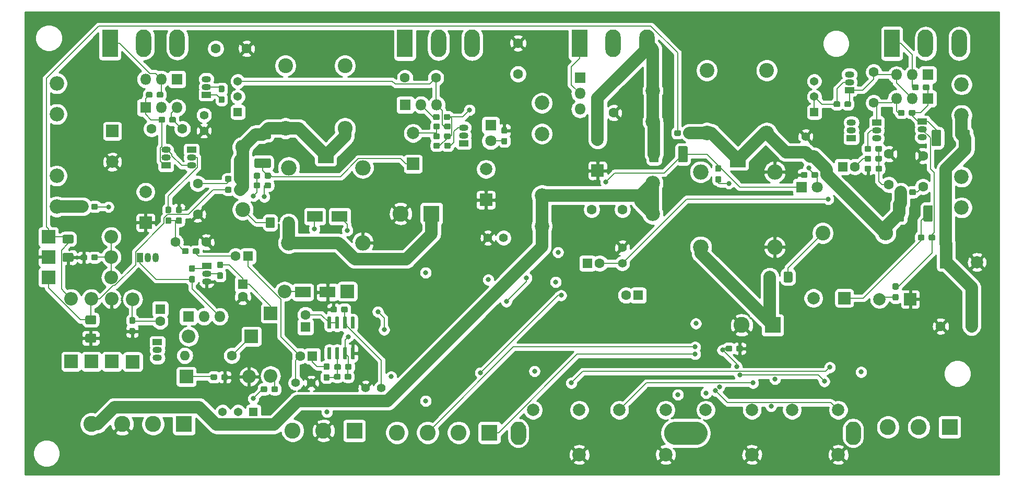
<source format=gbl>
G04 #@! TF.GenerationSoftware,KiCad,Pcbnew,(5.1.4)-1*
G04 #@! TF.CreationDate,2020-04-06T11:46:24-04:00*
G04 #@! TF.ProjectId,AAMB,41414d42-2e6b-4696-9361-645f70636258,rev?*
G04 #@! TF.SameCoordinates,Original*
G04 #@! TF.FileFunction,Copper,L4,Bot*
G04 #@! TF.FilePolarity,Positive*
%FSLAX46Y46*%
G04 Gerber Fmt 4.6, Leading zero omitted, Abs format (unit mm)*
G04 Created by KiCad (PCBNEW (5.1.4)-1) date 2020-04-06 11:46:24*
%MOMM*%
%LPD*%
G04 APERTURE LIST*
%ADD10C,0.002000*%
%ADD11C,0.100000*%
%ADD12C,0.950000*%
%ADD13C,1.600000*%
%ADD14R,1.600000X1.600000*%
%ADD15C,2.000000*%
%ADD16R,2.000000X2.000000*%
%ADD17R,2.600000X2.600000*%
%ADD18C,2.600000*%
%ADD19R,2.500000X2.500000*%
%ADD20O,2.500000X2.500000*%
%ADD21R,1.500000X1.050000*%
%ADD22O,1.500000X1.050000*%
%ADD23R,1.050000X1.500000*%
%ADD24O,1.050000X1.500000*%
%ADD25R,1.800000X1.800000*%
%ADD26O,1.800000X1.800000*%
%ADD27R,2.500000X4.500000*%
%ADD28O,2.500000X4.500000*%
%ADD29R,2.200000X2.200000*%
%ADD30O,2.200000X2.200000*%
%ADD31R,2.500000X1.800000*%
%ADD32C,1.800000*%
%ADD33C,2.350000*%
%ADD34O,1.600000X1.600000*%
%ADD35O,2.400000X2.400000*%
%ADD36C,2.400000*%
%ADD37C,0.600000*%
%ADD38R,1.371600X1.371600*%
%ADD39C,1.371600*%
%ADD40C,1.425000*%
%ADD41C,1.525000*%
%ADD42C,1.400000*%
%ADD43C,2.200000*%
%ADD44C,3.700000*%
%ADD45C,0.800000*%
%ADD46C,0.200000*%
%ADD47C,2.000000*%
%ADD48C,0.254000*%
G04 APERTURE END LIST*
D10*
G36*
X192829000Y-129439000D02*
G01*
X192844000Y-129627000D01*
X192888000Y-129810000D01*
X192960000Y-129983000D01*
X193058000Y-130144000D01*
X193180000Y-130287000D01*
X193323000Y-130409000D01*
X193484000Y-130507000D01*
X193657000Y-130579000D01*
X193840000Y-130623000D01*
X194028000Y-130638000D01*
X194216000Y-130623000D01*
X194399000Y-130579000D01*
X194572000Y-130507000D01*
X194733000Y-130409000D01*
X194876000Y-130287000D01*
X194998000Y-130144000D01*
X195096000Y-129983000D01*
X195168000Y-129810000D01*
X195212000Y-129627000D01*
X195227000Y-129439000D01*
X195227000Y-128139000D01*
X195212000Y-127951000D01*
X195168000Y-127768000D01*
X195096000Y-127595000D01*
X194998000Y-127434000D01*
X194876000Y-127291000D01*
X194733000Y-127169000D01*
X194572000Y-127071000D01*
X194399000Y-126999000D01*
X194216000Y-126955000D01*
X194028000Y-126940000D01*
X193840000Y-126955000D01*
X193657000Y-126999000D01*
X193484000Y-127071000D01*
X193323000Y-127169000D01*
X193180000Y-127291000D01*
X193058000Y-127434000D01*
X192960000Y-127595000D01*
X192888000Y-127768000D01*
X192844000Y-127951000D01*
X192829000Y-128139000D01*
X192829000Y-129439000D01*
G37*
X192829000Y-129439000D02*
X192844000Y-129627000D01*
X192888000Y-129810000D01*
X192960000Y-129983000D01*
X193058000Y-130144000D01*
X193180000Y-130287000D01*
X193323000Y-130409000D01*
X193484000Y-130507000D01*
X193657000Y-130579000D01*
X193840000Y-130623000D01*
X194028000Y-130638000D01*
X194216000Y-130623000D01*
X194399000Y-130579000D01*
X194572000Y-130507000D01*
X194733000Y-130409000D01*
X194876000Y-130287000D01*
X194998000Y-130144000D01*
X195096000Y-129983000D01*
X195168000Y-129810000D01*
X195212000Y-129627000D01*
X195227000Y-129439000D01*
X195227000Y-128139000D01*
X195212000Y-127951000D01*
X195168000Y-127768000D01*
X195096000Y-127595000D01*
X194998000Y-127434000D01*
X194876000Y-127291000D01*
X194733000Y-127169000D01*
X194572000Y-127071000D01*
X194399000Y-126999000D01*
X194216000Y-126955000D01*
X194028000Y-126940000D01*
X193840000Y-126955000D01*
X193657000Y-126999000D01*
X193484000Y-127071000D01*
X193323000Y-127169000D01*
X193180000Y-127291000D01*
X193058000Y-127434000D01*
X192960000Y-127595000D01*
X192888000Y-127768000D01*
X192844000Y-127951000D01*
X192829000Y-128139000D01*
X192829000Y-129439000D01*
G36*
X138529000Y-129439000D02*
G01*
X138544000Y-129627000D01*
X138588000Y-129810000D01*
X138660000Y-129983000D01*
X138758000Y-130144000D01*
X138880000Y-130287000D01*
X139023000Y-130409000D01*
X139184000Y-130507000D01*
X139357000Y-130579000D01*
X139540000Y-130623000D01*
X139728000Y-130638000D01*
X139916000Y-130623000D01*
X140099000Y-130579000D01*
X140272000Y-130507000D01*
X140433000Y-130409000D01*
X140576000Y-130287000D01*
X140698000Y-130144000D01*
X140796000Y-129983000D01*
X140868000Y-129810000D01*
X140912000Y-129627000D01*
X140927000Y-129439000D01*
X140927000Y-128139000D01*
X140912000Y-127951000D01*
X140868000Y-127768000D01*
X140796000Y-127595000D01*
X140698000Y-127434000D01*
X140576000Y-127291000D01*
X140433000Y-127169000D01*
X140272000Y-127071000D01*
X140099000Y-126999000D01*
X139916000Y-126955000D01*
X139728000Y-126940000D01*
X139540000Y-126955000D01*
X139357000Y-126999000D01*
X139184000Y-127071000D01*
X139023000Y-127169000D01*
X138880000Y-127291000D01*
X138758000Y-127434000D01*
X138660000Y-127595000D01*
X138588000Y-127768000D01*
X138544000Y-127951000D01*
X138529000Y-128139000D01*
X138529000Y-129439000D01*
G37*
X138529000Y-129439000D02*
X138544000Y-129627000D01*
X138588000Y-129810000D01*
X138660000Y-129983000D01*
X138758000Y-130144000D01*
X138880000Y-130287000D01*
X139023000Y-130409000D01*
X139184000Y-130507000D01*
X139357000Y-130579000D01*
X139540000Y-130623000D01*
X139728000Y-130638000D01*
X139916000Y-130623000D01*
X140099000Y-130579000D01*
X140272000Y-130507000D01*
X140433000Y-130409000D01*
X140576000Y-130287000D01*
X140698000Y-130144000D01*
X140796000Y-129983000D01*
X140868000Y-129810000D01*
X140912000Y-129627000D01*
X140927000Y-129439000D01*
X140927000Y-128139000D01*
X140912000Y-127951000D01*
X140868000Y-127768000D01*
X140796000Y-127595000D01*
X140698000Y-127434000D01*
X140576000Y-127291000D01*
X140433000Y-127169000D01*
X140272000Y-127071000D01*
X140099000Y-126999000D01*
X139916000Y-126955000D01*
X139728000Y-126940000D01*
X139540000Y-126955000D01*
X139357000Y-126999000D01*
X139184000Y-127071000D01*
X139023000Y-127169000D01*
X138880000Y-127291000D01*
X138758000Y-127434000D01*
X138660000Y-127595000D01*
X138588000Y-127768000D01*
X138544000Y-127951000D01*
X138529000Y-128139000D01*
X138529000Y-129439000D01*
G36*
X165228000Y-126940000D02*
G01*
X164939000Y-126963000D01*
X164657000Y-127030000D01*
X164389000Y-127142000D01*
X164141000Y-127293000D01*
X163921000Y-127482000D01*
X163732000Y-127702000D01*
X163581000Y-127950000D01*
X163469000Y-128218000D01*
X163402000Y-128500000D01*
X163379000Y-128789000D01*
X163402000Y-129078000D01*
X163469000Y-129360000D01*
X163581000Y-129628000D01*
X163732000Y-129876000D01*
X163921000Y-130096000D01*
X164141000Y-130285000D01*
X164389000Y-130436000D01*
X164657000Y-130548000D01*
X164939000Y-130615000D01*
X165228000Y-130638000D01*
X168528000Y-130638000D01*
X168817000Y-130615000D01*
X169099000Y-130548000D01*
X169367000Y-130436000D01*
X169615000Y-130285000D01*
X169835000Y-130096000D01*
X170024000Y-129876000D01*
X170175000Y-129628000D01*
X170287000Y-129360000D01*
X170354000Y-129078000D01*
X170377000Y-128789000D01*
X170354000Y-128500000D01*
X170287000Y-128218000D01*
X170175000Y-127950000D01*
X170024000Y-127702000D01*
X169835000Y-127482000D01*
X169615000Y-127293000D01*
X169367000Y-127142000D01*
X169099000Y-127030000D01*
X168817000Y-126963000D01*
X168528000Y-126940000D01*
X165228000Y-126940000D01*
G37*
X165228000Y-126940000D02*
X164939000Y-126963000D01*
X164657000Y-127030000D01*
X164389000Y-127142000D01*
X164141000Y-127293000D01*
X163921000Y-127482000D01*
X163732000Y-127702000D01*
X163581000Y-127950000D01*
X163469000Y-128218000D01*
X163402000Y-128500000D01*
X163379000Y-128789000D01*
X163402000Y-129078000D01*
X163469000Y-129360000D01*
X163581000Y-129628000D01*
X163732000Y-129876000D01*
X163921000Y-130096000D01*
X164141000Y-130285000D01*
X164389000Y-130436000D01*
X164657000Y-130548000D01*
X164939000Y-130615000D01*
X165228000Y-130638000D01*
X168528000Y-130638000D01*
X168817000Y-130615000D01*
X169099000Y-130548000D01*
X169367000Y-130436000D01*
X169615000Y-130285000D01*
X169835000Y-130096000D01*
X170024000Y-129876000D01*
X170175000Y-129628000D01*
X170287000Y-129360000D01*
X170354000Y-129078000D01*
X170377000Y-128789000D01*
X170354000Y-128500000D01*
X170287000Y-128218000D01*
X170175000Y-127950000D01*
X170024000Y-127702000D01*
X169835000Y-127482000D01*
X169615000Y-127293000D01*
X169367000Y-127142000D01*
X169099000Y-127030000D01*
X168817000Y-126963000D01*
X168528000Y-126940000D01*
X165228000Y-126940000D01*
D11*
G36*
X110751779Y-117572144D02*
G01*
X110774834Y-117575563D01*
X110797443Y-117581227D01*
X110819387Y-117589079D01*
X110840457Y-117599044D01*
X110860448Y-117611026D01*
X110879168Y-117624910D01*
X110896438Y-117640562D01*
X110912090Y-117657832D01*
X110925974Y-117676552D01*
X110937956Y-117696543D01*
X110947921Y-117717613D01*
X110955773Y-117739557D01*
X110961437Y-117762166D01*
X110964856Y-117785221D01*
X110966000Y-117808500D01*
X110966000Y-118283500D01*
X110964856Y-118306779D01*
X110961437Y-118329834D01*
X110955773Y-118352443D01*
X110947921Y-118374387D01*
X110937956Y-118395457D01*
X110925974Y-118415448D01*
X110912090Y-118434168D01*
X110896438Y-118451438D01*
X110879168Y-118467090D01*
X110860448Y-118480974D01*
X110840457Y-118492956D01*
X110819387Y-118502921D01*
X110797443Y-118510773D01*
X110774834Y-118516437D01*
X110751779Y-118519856D01*
X110728500Y-118521000D01*
X110153500Y-118521000D01*
X110130221Y-118519856D01*
X110107166Y-118516437D01*
X110084557Y-118510773D01*
X110062613Y-118502921D01*
X110041543Y-118492956D01*
X110021552Y-118480974D01*
X110002832Y-118467090D01*
X109985562Y-118451438D01*
X109969910Y-118434168D01*
X109956026Y-118415448D01*
X109944044Y-118395457D01*
X109934079Y-118374387D01*
X109926227Y-118352443D01*
X109920563Y-118329834D01*
X109917144Y-118306779D01*
X109916000Y-118283500D01*
X109916000Y-117808500D01*
X109917144Y-117785221D01*
X109920563Y-117762166D01*
X109926227Y-117739557D01*
X109934079Y-117717613D01*
X109944044Y-117696543D01*
X109956026Y-117676552D01*
X109969910Y-117657832D01*
X109985562Y-117640562D01*
X110002832Y-117624910D01*
X110021552Y-117611026D01*
X110041543Y-117599044D01*
X110062613Y-117589079D01*
X110084557Y-117581227D01*
X110107166Y-117575563D01*
X110130221Y-117572144D01*
X110153500Y-117571000D01*
X110728500Y-117571000D01*
X110751779Y-117572144D01*
X110751779Y-117572144D01*
G37*
D12*
X110441000Y-118046000D03*
D11*
G36*
X112501779Y-117572144D02*
G01*
X112524834Y-117575563D01*
X112547443Y-117581227D01*
X112569387Y-117589079D01*
X112590457Y-117599044D01*
X112610448Y-117611026D01*
X112629168Y-117624910D01*
X112646438Y-117640562D01*
X112662090Y-117657832D01*
X112675974Y-117676552D01*
X112687956Y-117696543D01*
X112697921Y-117717613D01*
X112705773Y-117739557D01*
X112711437Y-117762166D01*
X112714856Y-117785221D01*
X112716000Y-117808500D01*
X112716000Y-118283500D01*
X112714856Y-118306779D01*
X112711437Y-118329834D01*
X112705773Y-118352443D01*
X112697921Y-118374387D01*
X112687956Y-118395457D01*
X112675974Y-118415448D01*
X112662090Y-118434168D01*
X112646438Y-118451438D01*
X112629168Y-118467090D01*
X112610448Y-118480974D01*
X112590457Y-118492956D01*
X112569387Y-118502921D01*
X112547443Y-118510773D01*
X112524834Y-118516437D01*
X112501779Y-118519856D01*
X112478500Y-118521000D01*
X111903500Y-118521000D01*
X111880221Y-118519856D01*
X111857166Y-118516437D01*
X111834557Y-118510773D01*
X111812613Y-118502921D01*
X111791543Y-118492956D01*
X111771552Y-118480974D01*
X111752832Y-118467090D01*
X111735562Y-118451438D01*
X111719910Y-118434168D01*
X111706026Y-118415448D01*
X111694044Y-118395457D01*
X111684079Y-118374387D01*
X111676227Y-118352443D01*
X111670563Y-118329834D01*
X111667144Y-118306779D01*
X111666000Y-118283500D01*
X111666000Y-117808500D01*
X111667144Y-117785221D01*
X111670563Y-117762166D01*
X111676227Y-117739557D01*
X111684079Y-117717613D01*
X111694044Y-117696543D01*
X111706026Y-117676552D01*
X111719910Y-117657832D01*
X111735562Y-117640562D01*
X111752832Y-117624910D01*
X111771552Y-117611026D01*
X111791543Y-117599044D01*
X111812613Y-117589079D01*
X111834557Y-117581227D01*
X111857166Y-117575563D01*
X111880221Y-117572144D01*
X111903500Y-117571000D01*
X112478500Y-117571000D01*
X112501779Y-117572144D01*
X112501779Y-117572144D01*
G37*
D12*
X112191000Y-118046000D03*
D13*
X152940000Y-101219000D03*
D14*
X150940000Y-101219000D03*
D13*
X104362000Y-116268000D03*
D14*
X106362000Y-116268000D03*
D13*
X93885000Y-100076000D03*
D14*
X95885000Y-100076000D03*
D13*
X89137500Y-97790000D03*
X84137500Y-97790000D03*
D15*
X79311500Y-89615000D03*
D16*
X79311500Y-94615000D03*
D13*
X80280500Y-79375000D03*
X85280500Y-79375000D03*
D17*
X113157000Y-128397000D03*
D18*
X108157000Y-128397000D03*
X103157000Y-128397000D03*
X199677000Y-127826000D03*
X204677000Y-127826000D03*
D17*
X209677000Y-127826000D03*
D18*
X120064000Y-128714000D03*
X125064000Y-128714000D03*
X130064000Y-128714000D03*
D17*
X135064000Y-128714000D03*
D19*
X108522000Y-83693000D03*
D20*
X102522000Y-85693000D03*
X102522000Y-97893000D03*
X114522000Y-97893000D03*
X114522000Y-85693000D03*
D21*
X81216500Y-114046000D03*
D22*
X81216500Y-116586000D03*
X81216500Y-115316000D03*
D23*
X78422500Y-100266000D03*
D24*
X80962500Y-100266000D03*
X79692500Y-100266000D03*
D22*
X89217500Y-102934000D03*
X89217500Y-104204000D03*
D21*
X89217500Y-101664000D03*
D25*
X86233000Y-109855000D03*
D26*
X88773000Y-109855000D03*
X91313000Y-109855000D03*
D22*
X86741000Y-84074000D03*
X86741000Y-85344000D03*
D21*
X86741000Y-82804000D03*
D22*
X82613500Y-84074000D03*
X82613500Y-82804000D03*
D21*
X82613500Y-85344000D03*
X130874000Y-81724500D03*
D22*
X130874000Y-79184500D03*
X130874000Y-80454500D03*
D25*
X79311500Y-75946000D03*
D26*
X81851500Y-75946000D03*
X84391500Y-75946000D03*
X79311500Y-71310500D03*
X81851500Y-71310500D03*
D25*
X84391500Y-71310500D03*
D26*
X126492000Y-75501500D03*
X123952000Y-75501500D03*
D25*
X121412000Y-75501500D03*
D27*
X73533000Y-65468500D03*
D28*
X78983000Y-65468500D03*
X84433000Y-65468500D03*
X132248000Y-65532000D03*
X126798000Y-65532000D03*
D27*
X121348000Y-65532000D03*
D22*
X89154000Y-72580500D03*
X89154000Y-71310500D03*
D21*
X89154000Y-73850500D03*
D16*
X122682000Y-85090000D03*
D15*
X122682000Y-80090000D03*
D13*
X126365000Y-71120000D03*
X121365000Y-71120000D03*
X87757000Y-93265000D03*
X87757000Y-88265000D03*
X95678000Y-66357500D03*
X90678000Y-66357500D03*
X139700000Y-65468500D03*
X139700000Y-70468500D03*
D16*
X73914000Y-79756000D03*
D15*
X73914000Y-84756000D03*
X134493000Y-85932000D03*
D16*
X134493000Y-90932000D03*
D14*
X192342000Y-85534500D03*
D13*
X194342000Y-85534500D03*
X199834000Y-88455500D03*
X199834000Y-83455500D03*
D15*
X198289000Y-107061000D03*
D16*
X203289000Y-107061000D03*
D13*
X197358000Y-70184000D03*
X197358000Y-75184000D03*
D16*
X192596000Y-106870000D03*
D15*
X187596000Y-106870000D03*
D13*
X151625000Y-92481400D03*
X156625000Y-92481400D03*
X205359000Y-88773000D03*
X205359000Y-83773000D03*
X213233000Y-111442000D03*
X208233000Y-111442000D03*
X155194000Y-71771500D03*
X155194000Y-76771500D03*
D16*
X209106000Y-101028000D03*
D15*
X214106000Y-101028000D03*
D29*
X67246500Y-117158000D03*
D30*
X67246500Y-106998000D03*
D29*
X77216000Y-117221000D03*
D30*
X77216000Y-107061000D03*
X99568000Y-119507000D03*
D29*
X99568000Y-109347000D03*
X85915500Y-119634000D03*
D30*
X96075500Y-119634000D03*
X86296500Y-113094000D03*
D29*
X96456500Y-113094000D03*
D31*
X106776000Y-93599000D03*
X110776000Y-93599000D03*
D30*
X101854000Y-105791000D03*
D29*
X112014000Y-105791000D03*
D31*
X108807000Y-105918000D03*
X104807000Y-105918000D03*
D25*
X135255000Y-78803500D03*
D32*
X135255000Y-81343500D03*
D33*
X64897000Y-77011500D03*
X64897000Y-72011500D03*
X64897000Y-87011500D03*
X64897000Y-92011500D03*
X143574000Y-95186500D03*
X143574000Y-90186500D03*
X143574000Y-75186500D03*
X143574000Y-80186500D03*
X211620000Y-92176600D03*
X211620000Y-87176600D03*
X211620000Y-72176600D03*
X211620000Y-77176600D03*
X161544000Y-78218000D03*
X161544000Y-73218000D03*
X161544000Y-88218000D03*
X161544000Y-93218000D03*
D17*
X85534500Y-127318000D03*
D18*
X80534500Y-127318000D03*
X75534500Y-127318000D03*
X70534500Y-127318000D03*
D17*
X125666000Y-93154500D03*
D18*
X120666000Y-93154500D03*
X175975000Y-111252000D03*
D17*
X180975000Y-111252000D03*
D29*
X70510400Y-117170000D03*
D30*
X70510400Y-107010000D03*
X73723500Y-103505000D03*
D29*
X63563500Y-103505000D03*
D21*
X197866000Y-78371700D03*
D22*
X197866000Y-80911700D03*
X197866000Y-79641700D03*
X205232000Y-79502000D03*
X205232000Y-80772000D03*
D21*
X205232000Y-78232000D03*
D22*
X193738000Y-79641700D03*
X193738000Y-78371700D03*
D21*
X193738000Y-80911700D03*
D25*
X206121000Y-74485500D03*
D26*
X203581000Y-74485500D03*
X201041000Y-74485500D03*
X201041000Y-70612000D03*
X203581000Y-70612000D03*
D25*
X206121000Y-70612000D03*
X149733000Y-71120000D03*
D26*
X149733000Y-73660000D03*
X149733000Y-76200000D03*
D28*
X211226400Y-65532000D03*
X205776400Y-65532000D03*
D27*
X200326400Y-65532000D03*
X149670000Y-65532000D03*
D28*
X155120000Y-65532000D03*
X160570000Y-65532000D03*
D21*
X193421000Y-73088500D03*
D22*
X193421000Y-70548500D03*
X193421000Y-71818500D03*
D11*
G36*
X94784779Y-88807144D02*
G01*
X94807834Y-88810563D01*
X94830443Y-88816227D01*
X94852387Y-88824079D01*
X94873457Y-88834044D01*
X94893448Y-88846026D01*
X94912168Y-88859910D01*
X94929438Y-88875562D01*
X94945090Y-88892832D01*
X94958974Y-88911552D01*
X94970956Y-88931543D01*
X94980921Y-88952613D01*
X94988773Y-88974557D01*
X94994437Y-88997166D01*
X94997856Y-89020221D01*
X94999000Y-89043500D01*
X94999000Y-89518500D01*
X94997856Y-89541779D01*
X94994437Y-89564834D01*
X94988773Y-89587443D01*
X94980921Y-89609387D01*
X94970956Y-89630457D01*
X94958974Y-89650448D01*
X94945090Y-89669168D01*
X94929438Y-89686438D01*
X94912168Y-89702090D01*
X94893448Y-89715974D01*
X94873457Y-89727956D01*
X94852387Y-89737921D01*
X94830443Y-89745773D01*
X94807834Y-89751437D01*
X94784779Y-89754856D01*
X94761500Y-89756000D01*
X94186500Y-89756000D01*
X94163221Y-89754856D01*
X94140166Y-89751437D01*
X94117557Y-89745773D01*
X94095613Y-89737921D01*
X94074543Y-89727956D01*
X94054552Y-89715974D01*
X94035832Y-89702090D01*
X94018562Y-89686438D01*
X94002910Y-89669168D01*
X93989026Y-89650448D01*
X93977044Y-89630457D01*
X93967079Y-89609387D01*
X93959227Y-89587443D01*
X93953563Y-89564834D01*
X93950144Y-89541779D01*
X93949000Y-89518500D01*
X93949000Y-89043500D01*
X93950144Y-89020221D01*
X93953563Y-88997166D01*
X93959227Y-88974557D01*
X93967079Y-88952613D01*
X93977044Y-88931543D01*
X93989026Y-88911552D01*
X94002910Y-88892832D01*
X94018562Y-88875562D01*
X94035832Y-88859910D01*
X94054552Y-88846026D01*
X94074543Y-88834044D01*
X94095613Y-88824079D01*
X94117557Y-88816227D01*
X94140166Y-88810563D01*
X94163221Y-88807144D01*
X94186500Y-88806000D01*
X94761500Y-88806000D01*
X94784779Y-88807144D01*
X94784779Y-88807144D01*
G37*
D12*
X94474000Y-89281000D03*
D11*
G36*
X93034779Y-88807144D02*
G01*
X93057834Y-88810563D01*
X93080443Y-88816227D01*
X93102387Y-88824079D01*
X93123457Y-88834044D01*
X93143448Y-88846026D01*
X93162168Y-88859910D01*
X93179438Y-88875562D01*
X93195090Y-88892832D01*
X93208974Y-88911552D01*
X93220956Y-88931543D01*
X93230921Y-88952613D01*
X93238773Y-88974557D01*
X93244437Y-88997166D01*
X93247856Y-89020221D01*
X93249000Y-89043500D01*
X93249000Y-89518500D01*
X93247856Y-89541779D01*
X93244437Y-89564834D01*
X93238773Y-89587443D01*
X93230921Y-89609387D01*
X93220956Y-89630457D01*
X93208974Y-89650448D01*
X93195090Y-89669168D01*
X93179438Y-89686438D01*
X93162168Y-89702090D01*
X93143448Y-89715974D01*
X93123457Y-89727956D01*
X93102387Y-89737921D01*
X93080443Y-89745773D01*
X93057834Y-89751437D01*
X93034779Y-89754856D01*
X93011500Y-89756000D01*
X92436500Y-89756000D01*
X92413221Y-89754856D01*
X92390166Y-89751437D01*
X92367557Y-89745773D01*
X92345613Y-89737921D01*
X92324543Y-89727956D01*
X92304552Y-89715974D01*
X92285832Y-89702090D01*
X92268562Y-89686438D01*
X92252910Y-89669168D01*
X92239026Y-89650448D01*
X92227044Y-89630457D01*
X92217079Y-89609387D01*
X92209227Y-89587443D01*
X92203563Y-89564834D01*
X92200144Y-89541779D01*
X92199000Y-89518500D01*
X92199000Y-89043500D01*
X92200144Y-89020221D01*
X92203563Y-88997166D01*
X92209227Y-88974557D01*
X92217079Y-88952613D01*
X92227044Y-88931543D01*
X92239026Y-88911552D01*
X92252910Y-88892832D01*
X92268562Y-88875562D01*
X92285832Y-88859910D01*
X92304552Y-88846026D01*
X92324543Y-88834044D01*
X92345613Y-88824079D01*
X92367557Y-88816227D01*
X92390166Y-88810563D01*
X92413221Y-88807144D01*
X92436500Y-88806000D01*
X93011500Y-88806000D01*
X93034779Y-88807144D01*
X93034779Y-88807144D01*
G37*
D12*
X92724000Y-89281000D03*
D11*
G36*
X69603279Y-91537644D02*
G01*
X69626334Y-91541063D01*
X69648943Y-91546727D01*
X69670887Y-91554579D01*
X69691957Y-91564544D01*
X69711948Y-91576526D01*
X69730668Y-91590410D01*
X69747938Y-91606062D01*
X69763590Y-91623332D01*
X69777474Y-91642052D01*
X69789456Y-91662043D01*
X69799421Y-91683113D01*
X69807273Y-91705057D01*
X69812937Y-91727666D01*
X69816356Y-91750721D01*
X69817500Y-91774000D01*
X69817500Y-92249000D01*
X69816356Y-92272279D01*
X69812937Y-92295334D01*
X69807273Y-92317943D01*
X69799421Y-92339887D01*
X69789456Y-92360957D01*
X69777474Y-92380948D01*
X69763590Y-92399668D01*
X69747938Y-92416938D01*
X69730668Y-92432590D01*
X69711948Y-92446474D01*
X69691957Y-92458456D01*
X69670887Y-92468421D01*
X69648943Y-92476273D01*
X69626334Y-92481937D01*
X69603279Y-92485356D01*
X69580000Y-92486500D01*
X69005000Y-92486500D01*
X68981721Y-92485356D01*
X68958666Y-92481937D01*
X68936057Y-92476273D01*
X68914113Y-92468421D01*
X68893043Y-92458456D01*
X68873052Y-92446474D01*
X68854332Y-92432590D01*
X68837062Y-92416938D01*
X68821410Y-92399668D01*
X68807526Y-92380948D01*
X68795544Y-92360957D01*
X68785579Y-92339887D01*
X68777727Y-92317943D01*
X68772063Y-92295334D01*
X68768644Y-92272279D01*
X68767500Y-92249000D01*
X68767500Y-91774000D01*
X68768644Y-91750721D01*
X68772063Y-91727666D01*
X68777727Y-91705057D01*
X68785579Y-91683113D01*
X68795544Y-91662043D01*
X68807526Y-91642052D01*
X68821410Y-91623332D01*
X68837062Y-91606062D01*
X68854332Y-91590410D01*
X68873052Y-91576526D01*
X68893043Y-91564544D01*
X68914113Y-91554579D01*
X68936057Y-91546727D01*
X68958666Y-91541063D01*
X68981721Y-91537644D01*
X69005000Y-91536500D01*
X69580000Y-91536500D01*
X69603279Y-91537644D01*
X69603279Y-91537644D01*
G37*
D12*
X69292500Y-92011500D03*
D11*
G36*
X71353279Y-91537644D02*
G01*
X71376334Y-91541063D01*
X71398943Y-91546727D01*
X71420887Y-91554579D01*
X71441957Y-91564544D01*
X71461948Y-91576526D01*
X71480668Y-91590410D01*
X71497938Y-91606062D01*
X71513590Y-91623332D01*
X71527474Y-91642052D01*
X71539456Y-91662043D01*
X71549421Y-91683113D01*
X71557273Y-91705057D01*
X71562937Y-91727666D01*
X71566356Y-91750721D01*
X71567500Y-91774000D01*
X71567500Y-92249000D01*
X71566356Y-92272279D01*
X71562937Y-92295334D01*
X71557273Y-92317943D01*
X71549421Y-92339887D01*
X71539456Y-92360957D01*
X71527474Y-92380948D01*
X71513590Y-92399668D01*
X71497938Y-92416938D01*
X71480668Y-92432590D01*
X71461948Y-92446474D01*
X71441957Y-92458456D01*
X71420887Y-92468421D01*
X71398943Y-92476273D01*
X71376334Y-92481937D01*
X71353279Y-92485356D01*
X71330000Y-92486500D01*
X70755000Y-92486500D01*
X70731721Y-92485356D01*
X70708666Y-92481937D01*
X70686057Y-92476273D01*
X70664113Y-92468421D01*
X70643043Y-92458456D01*
X70623052Y-92446474D01*
X70604332Y-92432590D01*
X70587062Y-92416938D01*
X70571410Y-92399668D01*
X70557526Y-92380948D01*
X70545544Y-92360957D01*
X70535579Y-92339887D01*
X70527727Y-92317943D01*
X70522063Y-92295334D01*
X70518644Y-92272279D01*
X70517500Y-92249000D01*
X70517500Y-91774000D01*
X70518644Y-91750721D01*
X70522063Y-91727666D01*
X70527727Y-91705057D01*
X70535579Y-91683113D01*
X70545544Y-91662043D01*
X70557526Y-91642052D01*
X70571410Y-91623332D01*
X70587062Y-91606062D01*
X70604332Y-91590410D01*
X70623052Y-91576526D01*
X70643043Y-91564544D01*
X70664113Y-91554579D01*
X70686057Y-91546727D01*
X70708666Y-91541063D01*
X70731721Y-91537644D01*
X70755000Y-91536500D01*
X71330000Y-91536500D01*
X71353279Y-91537644D01*
X71353279Y-91537644D01*
G37*
D12*
X71042500Y-92011500D03*
D11*
G36*
X77413279Y-111730144D02*
G01*
X77436334Y-111733563D01*
X77458943Y-111739227D01*
X77480887Y-111747079D01*
X77501957Y-111757044D01*
X77521948Y-111769026D01*
X77540668Y-111782910D01*
X77557938Y-111798562D01*
X77573590Y-111815832D01*
X77587474Y-111834552D01*
X77599456Y-111854543D01*
X77609421Y-111875613D01*
X77617273Y-111897557D01*
X77622937Y-111920166D01*
X77626356Y-111943221D01*
X77627500Y-111966500D01*
X77627500Y-112541500D01*
X77626356Y-112564779D01*
X77622937Y-112587834D01*
X77617273Y-112610443D01*
X77609421Y-112632387D01*
X77599456Y-112653457D01*
X77587474Y-112673448D01*
X77573590Y-112692168D01*
X77557938Y-112709438D01*
X77540668Y-112725090D01*
X77521948Y-112738974D01*
X77501957Y-112750956D01*
X77480887Y-112760921D01*
X77458943Y-112768773D01*
X77436334Y-112774437D01*
X77413279Y-112777856D01*
X77390000Y-112779000D01*
X76915000Y-112779000D01*
X76891721Y-112777856D01*
X76868666Y-112774437D01*
X76846057Y-112768773D01*
X76824113Y-112760921D01*
X76803043Y-112750956D01*
X76783052Y-112738974D01*
X76764332Y-112725090D01*
X76747062Y-112709438D01*
X76731410Y-112692168D01*
X76717526Y-112673448D01*
X76705544Y-112653457D01*
X76695579Y-112632387D01*
X76687727Y-112610443D01*
X76682063Y-112587834D01*
X76678644Y-112564779D01*
X76677500Y-112541500D01*
X76677500Y-111966500D01*
X76678644Y-111943221D01*
X76682063Y-111920166D01*
X76687727Y-111897557D01*
X76695579Y-111875613D01*
X76705544Y-111854543D01*
X76717526Y-111834552D01*
X76731410Y-111815832D01*
X76747062Y-111798562D01*
X76764332Y-111782910D01*
X76783052Y-111769026D01*
X76803043Y-111757044D01*
X76824113Y-111747079D01*
X76846057Y-111739227D01*
X76868666Y-111733563D01*
X76891721Y-111730144D01*
X76915000Y-111729000D01*
X77390000Y-111729000D01*
X77413279Y-111730144D01*
X77413279Y-111730144D01*
G37*
D12*
X77152500Y-112254000D03*
D11*
G36*
X77413279Y-109980144D02*
G01*
X77436334Y-109983563D01*
X77458943Y-109989227D01*
X77480887Y-109997079D01*
X77501957Y-110007044D01*
X77521948Y-110019026D01*
X77540668Y-110032910D01*
X77557938Y-110048562D01*
X77573590Y-110065832D01*
X77587474Y-110084552D01*
X77599456Y-110104543D01*
X77609421Y-110125613D01*
X77617273Y-110147557D01*
X77622937Y-110170166D01*
X77626356Y-110193221D01*
X77627500Y-110216500D01*
X77627500Y-110791500D01*
X77626356Y-110814779D01*
X77622937Y-110837834D01*
X77617273Y-110860443D01*
X77609421Y-110882387D01*
X77599456Y-110903457D01*
X77587474Y-110923448D01*
X77573590Y-110942168D01*
X77557938Y-110959438D01*
X77540668Y-110975090D01*
X77521948Y-110988974D01*
X77501957Y-111000956D01*
X77480887Y-111010921D01*
X77458943Y-111018773D01*
X77436334Y-111024437D01*
X77413279Y-111027856D01*
X77390000Y-111029000D01*
X76915000Y-111029000D01*
X76891721Y-111027856D01*
X76868666Y-111024437D01*
X76846057Y-111018773D01*
X76824113Y-111010921D01*
X76803043Y-111000956D01*
X76783052Y-110988974D01*
X76764332Y-110975090D01*
X76747062Y-110959438D01*
X76731410Y-110942168D01*
X76717526Y-110923448D01*
X76705544Y-110903457D01*
X76695579Y-110882387D01*
X76687727Y-110860443D01*
X76682063Y-110837834D01*
X76678644Y-110814779D01*
X76677500Y-110791500D01*
X76677500Y-110216500D01*
X76678644Y-110193221D01*
X76682063Y-110170166D01*
X76687727Y-110147557D01*
X76695579Y-110125613D01*
X76705544Y-110104543D01*
X76717526Y-110084552D01*
X76731410Y-110065832D01*
X76747062Y-110048562D01*
X76764332Y-110032910D01*
X76783052Y-110019026D01*
X76803043Y-110007044D01*
X76824113Y-109997079D01*
X76846057Y-109989227D01*
X76868666Y-109983563D01*
X76891721Y-109980144D01*
X76915000Y-109979000D01*
X77390000Y-109979000D01*
X77413279Y-109980144D01*
X77413279Y-109980144D01*
G37*
D12*
X77152500Y-110504000D03*
D11*
G36*
X87103379Y-101535144D02*
G01*
X87126434Y-101538563D01*
X87149043Y-101544227D01*
X87170987Y-101552079D01*
X87192057Y-101562044D01*
X87212048Y-101574026D01*
X87230768Y-101587910D01*
X87248038Y-101603562D01*
X87263690Y-101620832D01*
X87277574Y-101639552D01*
X87289556Y-101659543D01*
X87299521Y-101680613D01*
X87307373Y-101702557D01*
X87313037Y-101725166D01*
X87316456Y-101748221D01*
X87317600Y-101771500D01*
X87317600Y-102346500D01*
X87316456Y-102369779D01*
X87313037Y-102392834D01*
X87307373Y-102415443D01*
X87299521Y-102437387D01*
X87289556Y-102458457D01*
X87277574Y-102478448D01*
X87263690Y-102497168D01*
X87248038Y-102514438D01*
X87230768Y-102530090D01*
X87212048Y-102543974D01*
X87192057Y-102555956D01*
X87170987Y-102565921D01*
X87149043Y-102573773D01*
X87126434Y-102579437D01*
X87103379Y-102582856D01*
X87080100Y-102584000D01*
X86605100Y-102584000D01*
X86581821Y-102582856D01*
X86558766Y-102579437D01*
X86536157Y-102573773D01*
X86514213Y-102565921D01*
X86493143Y-102555956D01*
X86473152Y-102543974D01*
X86454432Y-102530090D01*
X86437162Y-102514438D01*
X86421510Y-102497168D01*
X86407626Y-102478448D01*
X86395644Y-102458457D01*
X86385679Y-102437387D01*
X86377827Y-102415443D01*
X86372163Y-102392834D01*
X86368744Y-102369779D01*
X86367600Y-102346500D01*
X86367600Y-101771500D01*
X86368744Y-101748221D01*
X86372163Y-101725166D01*
X86377827Y-101702557D01*
X86385679Y-101680613D01*
X86395644Y-101659543D01*
X86407626Y-101639552D01*
X86421510Y-101620832D01*
X86437162Y-101603562D01*
X86454432Y-101587910D01*
X86473152Y-101574026D01*
X86493143Y-101562044D01*
X86514213Y-101552079D01*
X86536157Y-101544227D01*
X86558766Y-101538563D01*
X86581821Y-101535144D01*
X86605100Y-101534000D01*
X87080100Y-101534000D01*
X87103379Y-101535144D01*
X87103379Y-101535144D01*
G37*
D12*
X86842600Y-102059000D03*
D11*
G36*
X87103379Y-103285144D02*
G01*
X87126434Y-103288563D01*
X87149043Y-103294227D01*
X87170987Y-103302079D01*
X87192057Y-103312044D01*
X87212048Y-103324026D01*
X87230768Y-103337910D01*
X87248038Y-103353562D01*
X87263690Y-103370832D01*
X87277574Y-103389552D01*
X87289556Y-103409543D01*
X87299521Y-103430613D01*
X87307373Y-103452557D01*
X87313037Y-103475166D01*
X87316456Y-103498221D01*
X87317600Y-103521500D01*
X87317600Y-104096500D01*
X87316456Y-104119779D01*
X87313037Y-104142834D01*
X87307373Y-104165443D01*
X87299521Y-104187387D01*
X87289556Y-104208457D01*
X87277574Y-104228448D01*
X87263690Y-104247168D01*
X87248038Y-104264438D01*
X87230768Y-104280090D01*
X87212048Y-104293974D01*
X87192057Y-104305956D01*
X87170987Y-104315921D01*
X87149043Y-104323773D01*
X87126434Y-104329437D01*
X87103379Y-104332856D01*
X87080100Y-104334000D01*
X86605100Y-104334000D01*
X86581821Y-104332856D01*
X86558766Y-104329437D01*
X86536157Y-104323773D01*
X86514213Y-104315921D01*
X86493143Y-104305956D01*
X86473152Y-104293974D01*
X86454432Y-104280090D01*
X86437162Y-104264438D01*
X86421510Y-104247168D01*
X86407626Y-104228448D01*
X86395644Y-104208457D01*
X86385679Y-104187387D01*
X86377827Y-104165443D01*
X86372163Y-104142834D01*
X86368744Y-104119779D01*
X86367600Y-104096500D01*
X86367600Y-103521500D01*
X86368744Y-103498221D01*
X86372163Y-103475166D01*
X86377827Y-103452557D01*
X86385679Y-103430613D01*
X86395644Y-103409543D01*
X86407626Y-103389552D01*
X86421510Y-103370832D01*
X86437162Y-103353562D01*
X86454432Y-103337910D01*
X86473152Y-103324026D01*
X86493143Y-103312044D01*
X86514213Y-103302079D01*
X86536157Y-103294227D01*
X86558766Y-103288563D01*
X86581821Y-103285144D01*
X86605100Y-103284000D01*
X87080100Y-103284000D01*
X87103379Y-103285144D01*
X87103379Y-103285144D01*
G37*
D12*
X86842600Y-103809000D03*
D11*
G36*
X91637279Y-102699144D02*
G01*
X91660334Y-102702563D01*
X91682943Y-102708227D01*
X91704887Y-102716079D01*
X91725957Y-102726044D01*
X91745948Y-102738026D01*
X91764668Y-102751910D01*
X91781938Y-102767562D01*
X91797590Y-102784832D01*
X91811474Y-102803552D01*
X91823456Y-102823543D01*
X91833421Y-102844613D01*
X91841273Y-102866557D01*
X91846937Y-102889166D01*
X91850356Y-102912221D01*
X91851500Y-102935500D01*
X91851500Y-103510500D01*
X91850356Y-103533779D01*
X91846937Y-103556834D01*
X91841273Y-103579443D01*
X91833421Y-103601387D01*
X91823456Y-103622457D01*
X91811474Y-103642448D01*
X91797590Y-103661168D01*
X91781938Y-103678438D01*
X91764668Y-103694090D01*
X91745948Y-103707974D01*
X91725957Y-103719956D01*
X91704887Y-103729921D01*
X91682943Y-103737773D01*
X91660334Y-103743437D01*
X91637279Y-103746856D01*
X91614000Y-103748000D01*
X91139000Y-103748000D01*
X91115721Y-103746856D01*
X91092666Y-103743437D01*
X91070057Y-103737773D01*
X91048113Y-103729921D01*
X91027043Y-103719956D01*
X91007052Y-103707974D01*
X90988332Y-103694090D01*
X90971062Y-103678438D01*
X90955410Y-103661168D01*
X90941526Y-103642448D01*
X90929544Y-103622457D01*
X90919579Y-103601387D01*
X90911727Y-103579443D01*
X90906063Y-103556834D01*
X90902644Y-103533779D01*
X90901500Y-103510500D01*
X90901500Y-102935500D01*
X90902644Y-102912221D01*
X90906063Y-102889166D01*
X90911727Y-102866557D01*
X90919579Y-102844613D01*
X90929544Y-102823543D01*
X90941526Y-102803552D01*
X90955410Y-102784832D01*
X90971062Y-102767562D01*
X90988332Y-102751910D01*
X91007052Y-102738026D01*
X91027043Y-102726044D01*
X91048113Y-102716079D01*
X91070057Y-102708227D01*
X91092666Y-102702563D01*
X91115721Y-102699144D01*
X91139000Y-102698000D01*
X91614000Y-102698000D01*
X91637279Y-102699144D01*
X91637279Y-102699144D01*
G37*
D12*
X91376500Y-103223000D03*
D11*
G36*
X91637279Y-100949144D02*
G01*
X91660334Y-100952563D01*
X91682943Y-100958227D01*
X91704887Y-100966079D01*
X91725957Y-100976044D01*
X91745948Y-100988026D01*
X91764668Y-101001910D01*
X91781938Y-101017562D01*
X91797590Y-101034832D01*
X91811474Y-101053552D01*
X91823456Y-101073543D01*
X91833421Y-101094613D01*
X91841273Y-101116557D01*
X91846937Y-101139166D01*
X91850356Y-101162221D01*
X91851500Y-101185500D01*
X91851500Y-101760500D01*
X91850356Y-101783779D01*
X91846937Y-101806834D01*
X91841273Y-101829443D01*
X91833421Y-101851387D01*
X91823456Y-101872457D01*
X91811474Y-101892448D01*
X91797590Y-101911168D01*
X91781938Y-101928438D01*
X91764668Y-101944090D01*
X91745948Y-101957974D01*
X91725957Y-101969956D01*
X91704887Y-101979921D01*
X91682943Y-101987773D01*
X91660334Y-101993437D01*
X91637279Y-101996856D01*
X91614000Y-101998000D01*
X91139000Y-101998000D01*
X91115721Y-101996856D01*
X91092666Y-101993437D01*
X91070057Y-101987773D01*
X91048113Y-101979921D01*
X91027043Y-101969956D01*
X91007052Y-101957974D01*
X90988332Y-101944090D01*
X90971062Y-101928438D01*
X90955410Y-101911168D01*
X90941526Y-101892448D01*
X90929544Y-101872457D01*
X90919579Y-101851387D01*
X90911727Y-101829443D01*
X90906063Y-101806834D01*
X90902644Y-101783779D01*
X90901500Y-101760500D01*
X90901500Y-101185500D01*
X90902644Y-101162221D01*
X90906063Y-101139166D01*
X90911727Y-101116557D01*
X90919579Y-101094613D01*
X90929544Y-101073543D01*
X90941526Y-101053552D01*
X90955410Y-101034832D01*
X90971062Y-101017562D01*
X90988332Y-101001910D01*
X91007052Y-100988026D01*
X91027043Y-100976044D01*
X91048113Y-100966079D01*
X91070057Y-100958227D01*
X91092666Y-100952563D01*
X91115721Y-100949144D01*
X91139000Y-100948000D01*
X91614000Y-100948000D01*
X91637279Y-100949144D01*
X91637279Y-100949144D01*
G37*
D12*
X91376500Y-101473000D03*
D11*
G36*
X98813279Y-121192144D02*
G01*
X98836334Y-121195563D01*
X98858943Y-121201227D01*
X98880887Y-121209079D01*
X98901957Y-121219044D01*
X98921948Y-121231026D01*
X98940668Y-121244910D01*
X98957938Y-121260562D01*
X98973590Y-121277832D01*
X98987474Y-121296552D01*
X98999456Y-121316543D01*
X99009421Y-121337613D01*
X99017273Y-121359557D01*
X99022937Y-121382166D01*
X99026356Y-121405221D01*
X99027500Y-121428500D01*
X99027500Y-121903500D01*
X99026356Y-121926779D01*
X99022937Y-121949834D01*
X99017273Y-121972443D01*
X99009421Y-121994387D01*
X98999456Y-122015457D01*
X98987474Y-122035448D01*
X98973590Y-122054168D01*
X98957938Y-122071438D01*
X98940668Y-122087090D01*
X98921948Y-122100974D01*
X98901957Y-122112956D01*
X98880887Y-122122921D01*
X98858943Y-122130773D01*
X98836334Y-122136437D01*
X98813279Y-122139856D01*
X98790000Y-122141000D01*
X98215000Y-122141000D01*
X98191721Y-122139856D01*
X98168666Y-122136437D01*
X98146057Y-122130773D01*
X98124113Y-122122921D01*
X98103043Y-122112956D01*
X98083052Y-122100974D01*
X98064332Y-122087090D01*
X98047062Y-122071438D01*
X98031410Y-122054168D01*
X98017526Y-122035448D01*
X98005544Y-122015457D01*
X97995579Y-121994387D01*
X97987727Y-121972443D01*
X97982063Y-121949834D01*
X97978644Y-121926779D01*
X97977500Y-121903500D01*
X97977500Y-121428500D01*
X97978644Y-121405221D01*
X97982063Y-121382166D01*
X97987727Y-121359557D01*
X97995579Y-121337613D01*
X98005544Y-121316543D01*
X98017526Y-121296552D01*
X98031410Y-121277832D01*
X98047062Y-121260562D01*
X98064332Y-121244910D01*
X98083052Y-121231026D01*
X98103043Y-121219044D01*
X98124113Y-121209079D01*
X98146057Y-121201227D01*
X98168666Y-121195563D01*
X98191721Y-121192144D01*
X98215000Y-121191000D01*
X98790000Y-121191000D01*
X98813279Y-121192144D01*
X98813279Y-121192144D01*
G37*
D12*
X98502500Y-121666000D03*
D11*
G36*
X100563279Y-121192144D02*
G01*
X100586334Y-121195563D01*
X100608943Y-121201227D01*
X100630887Y-121209079D01*
X100651957Y-121219044D01*
X100671948Y-121231026D01*
X100690668Y-121244910D01*
X100707938Y-121260562D01*
X100723590Y-121277832D01*
X100737474Y-121296552D01*
X100749456Y-121316543D01*
X100759421Y-121337613D01*
X100767273Y-121359557D01*
X100772937Y-121382166D01*
X100776356Y-121405221D01*
X100777500Y-121428500D01*
X100777500Y-121903500D01*
X100776356Y-121926779D01*
X100772937Y-121949834D01*
X100767273Y-121972443D01*
X100759421Y-121994387D01*
X100749456Y-122015457D01*
X100737474Y-122035448D01*
X100723590Y-122054168D01*
X100707938Y-122071438D01*
X100690668Y-122087090D01*
X100671948Y-122100974D01*
X100651957Y-122112956D01*
X100630887Y-122122921D01*
X100608943Y-122130773D01*
X100586334Y-122136437D01*
X100563279Y-122139856D01*
X100540000Y-122141000D01*
X99965000Y-122141000D01*
X99941721Y-122139856D01*
X99918666Y-122136437D01*
X99896057Y-122130773D01*
X99874113Y-122122921D01*
X99853043Y-122112956D01*
X99833052Y-122100974D01*
X99814332Y-122087090D01*
X99797062Y-122071438D01*
X99781410Y-122054168D01*
X99767526Y-122035448D01*
X99755544Y-122015457D01*
X99745579Y-121994387D01*
X99737727Y-121972443D01*
X99732063Y-121949834D01*
X99728644Y-121926779D01*
X99727500Y-121903500D01*
X99727500Y-121428500D01*
X99728644Y-121405221D01*
X99732063Y-121382166D01*
X99737727Y-121359557D01*
X99745579Y-121337613D01*
X99755544Y-121316543D01*
X99767526Y-121296552D01*
X99781410Y-121277832D01*
X99797062Y-121260562D01*
X99814332Y-121244910D01*
X99833052Y-121231026D01*
X99853043Y-121219044D01*
X99874113Y-121209079D01*
X99896057Y-121201227D01*
X99918666Y-121195563D01*
X99941721Y-121192144D01*
X99965000Y-121191000D01*
X100540000Y-121191000D01*
X100563279Y-121192144D01*
X100563279Y-121192144D01*
G37*
D12*
X100252500Y-121666000D03*
D13*
X93281500Y-116205000D03*
D34*
X85661500Y-116205000D03*
D35*
X199263000Y-96329500D03*
D36*
X189103000Y-96329500D03*
D11*
G36*
X110115779Y-108238144D02*
G01*
X110138834Y-108241563D01*
X110161443Y-108247227D01*
X110183387Y-108255079D01*
X110204457Y-108265044D01*
X110224448Y-108277026D01*
X110243168Y-108290910D01*
X110260438Y-108306562D01*
X110276090Y-108323832D01*
X110289974Y-108342552D01*
X110301956Y-108362543D01*
X110311921Y-108383613D01*
X110319773Y-108405557D01*
X110325437Y-108428166D01*
X110328856Y-108451221D01*
X110330000Y-108474500D01*
X110330000Y-108949500D01*
X110328856Y-108972779D01*
X110325437Y-108995834D01*
X110319773Y-109018443D01*
X110311921Y-109040387D01*
X110301956Y-109061457D01*
X110289974Y-109081448D01*
X110276090Y-109100168D01*
X110260438Y-109117438D01*
X110243168Y-109133090D01*
X110224448Y-109146974D01*
X110204457Y-109158956D01*
X110183387Y-109168921D01*
X110161443Y-109176773D01*
X110138834Y-109182437D01*
X110115779Y-109185856D01*
X110092500Y-109187000D01*
X109517500Y-109187000D01*
X109494221Y-109185856D01*
X109471166Y-109182437D01*
X109448557Y-109176773D01*
X109426613Y-109168921D01*
X109405543Y-109158956D01*
X109385552Y-109146974D01*
X109366832Y-109133090D01*
X109349562Y-109117438D01*
X109333910Y-109100168D01*
X109320026Y-109081448D01*
X109308044Y-109061457D01*
X109298079Y-109040387D01*
X109290227Y-109018443D01*
X109284563Y-108995834D01*
X109281144Y-108972779D01*
X109280000Y-108949500D01*
X109280000Y-108474500D01*
X109281144Y-108451221D01*
X109284563Y-108428166D01*
X109290227Y-108405557D01*
X109298079Y-108383613D01*
X109308044Y-108362543D01*
X109320026Y-108342552D01*
X109333910Y-108323832D01*
X109349562Y-108306562D01*
X109366832Y-108290910D01*
X109385552Y-108277026D01*
X109405543Y-108265044D01*
X109426613Y-108255079D01*
X109448557Y-108247227D01*
X109471166Y-108241563D01*
X109494221Y-108238144D01*
X109517500Y-108237000D01*
X110092500Y-108237000D01*
X110115779Y-108238144D01*
X110115779Y-108238144D01*
G37*
D12*
X109805000Y-108712000D03*
D11*
G36*
X111865779Y-108238144D02*
G01*
X111888834Y-108241563D01*
X111911443Y-108247227D01*
X111933387Y-108255079D01*
X111954457Y-108265044D01*
X111974448Y-108277026D01*
X111993168Y-108290910D01*
X112010438Y-108306562D01*
X112026090Y-108323832D01*
X112039974Y-108342552D01*
X112051956Y-108362543D01*
X112061921Y-108383613D01*
X112069773Y-108405557D01*
X112075437Y-108428166D01*
X112078856Y-108451221D01*
X112080000Y-108474500D01*
X112080000Y-108949500D01*
X112078856Y-108972779D01*
X112075437Y-108995834D01*
X112069773Y-109018443D01*
X112061921Y-109040387D01*
X112051956Y-109061457D01*
X112039974Y-109081448D01*
X112026090Y-109100168D01*
X112010438Y-109117438D01*
X111993168Y-109133090D01*
X111974448Y-109146974D01*
X111954457Y-109158956D01*
X111933387Y-109168921D01*
X111911443Y-109176773D01*
X111888834Y-109182437D01*
X111865779Y-109185856D01*
X111842500Y-109187000D01*
X111267500Y-109187000D01*
X111244221Y-109185856D01*
X111221166Y-109182437D01*
X111198557Y-109176773D01*
X111176613Y-109168921D01*
X111155543Y-109158956D01*
X111135552Y-109146974D01*
X111116832Y-109133090D01*
X111099562Y-109117438D01*
X111083910Y-109100168D01*
X111070026Y-109081448D01*
X111058044Y-109061457D01*
X111048079Y-109040387D01*
X111040227Y-109018443D01*
X111034563Y-108995834D01*
X111031144Y-108972779D01*
X111030000Y-108949500D01*
X111030000Y-108474500D01*
X111031144Y-108451221D01*
X111034563Y-108428166D01*
X111040227Y-108405557D01*
X111048079Y-108383613D01*
X111058044Y-108362543D01*
X111070026Y-108342552D01*
X111083910Y-108323832D01*
X111099562Y-108306562D01*
X111116832Y-108290910D01*
X111135552Y-108277026D01*
X111155543Y-108265044D01*
X111176613Y-108255079D01*
X111198557Y-108247227D01*
X111221166Y-108241563D01*
X111244221Y-108238144D01*
X111267500Y-108237000D01*
X111842500Y-108237000D01*
X111865779Y-108238144D01*
X111865779Y-108238144D01*
G37*
D12*
X111555000Y-108712000D03*
D11*
G36*
X110687779Y-119160144D02*
G01*
X110710834Y-119163563D01*
X110733443Y-119169227D01*
X110755387Y-119177079D01*
X110776457Y-119187044D01*
X110796448Y-119199026D01*
X110815168Y-119212910D01*
X110832438Y-119228562D01*
X110848090Y-119245832D01*
X110861974Y-119264552D01*
X110873956Y-119284543D01*
X110883921Y-119305613D01*
X110891773Y-119327557D01*
X110897437Y-119350166D01*
X110900856Y-119373221D01*
X110902000Y-119396500D01*
X110902000Y-119871500D01*
X110900856Y-119894779D01*
X110897437Y-119917834D01*
X110891773Y-119940443D01*
X110883921Y-119962387D01*
X110873956Y-119983457D01*
X110861974Y-120003448D01*
X110848090Y-120022168D01*
X110832438Y-120039438D01*
X110815168Y-120055090D01*
X110796448Y-120068974D01*
X110776457Y-120080956D01*
X110755387Y-120090921D01*
X110733443Y-120098773D01*
X110710834Y-120104437D01*
X110687779Y-120107856D01*
X110664500Y-120109000D01*
X110089500Y-120109000D01*
X110066221Y-120107856D01*
X110043166Y-120104437D01*
X110020557Y-120098773D01*
X109998613Y-120090921D01*
X109977543Y-120080956D01*
X109957552Y-120068974D01*
X109938832Y-120055090D01*
X109921562Y-120039438D01*
X109905910Y-120022168D01*
X109892026Y-120003448D01*
X109880044Y-119983457D01*
X109870079Y-119962387D01*
X109862227Y-119940443D01*
X109856563Y-119917834D01*
X109853144Y-119894779D01*
X109852000Y-119871500D01*
X109852000Y-119396500D01*
X109853144Y-119373221D01*
X109856563Y-119350166D01*
X109862227Y-119327557D01*
X109870079Y-119305613D01*
X109880044Y-119284543D01*
X109892026Y-119264552D01*
X109905910Y-119245832D01*
X109921562Y-119228562D01*
X109938832Y-119212910D01*
X109957552Y-119199026D01*
X109977543Y-119187044D01*
X109998613Y-119177079D01*
X110020557Y-119169227D01*
X110043166Y-119163563D01*
X110066221Y-119160144D01*
X110089500Y-119159000D01*
X110664500Y-119159000D01*
X110687779Y-119160144D01*
X110687779Y-119160144D01*
G37*
D12*
X110377000Y-119634000D03*
D11*
G36*
X112437779Y-119160144D02*
G01*
X112460834Y-119163563D01*
X112483443Y-119169227D01*
X112505387Y-119177079D01*
X112526457Y-119187044D01*
X112546448Y-119199026D01*
X112565168Y-119212910D01*
X112582438Y-119228562D01*
X112598090Y-119245832D01*
X112611974Y-119264552D01*
X112623956Y-119284543D01*
X112633921Y-119305613D01*
X112641773Y-119327557D01*
X112647437Y-119350166D01*
X112650856Y-119373221D01*
X112652000Y-119396500D01*
X112652000Y-119871500D01*
X112650856Y-119894779D01*
X112647437Y-119917834D01*
X112641773Y-119940443D01*
X112633921Y-119962387D01*
X112623956Y-119983457D01*
X112611974Y-120003448D01*
X112598090Y-120022168D01*
X112582438Y-120039438D01*
X112565168Y-120055090D01*
X112546448Y-120068974D01*
X112526457Y-120080956D01*
X112505387Y-120090921D01*
X112483443Y-120098773D01*
X112460834Y-120104437D01*
X112437779Y-120107856D01*
X112414500Y-120109000D01*
X111839500Y-120109000D01*
X111816221Y-120107856D01*
X111793166Y-120104437D01*
X111770557Y-120098773D01*
X111748613Y-120090921D01*
X111727543Y-120080956D01*
X111707552Y-120068974D01*
X111688832Y-120055090D01*
X111671562Y-120039438D01*
X111655910Y-120022168D01*
X111642026Y-120003448D01*
X111630044Y-119983457D01*
X111620079Y-119962387D01*
X111612227Y-119940443D01*
X111606563Y-119917834D01*
X111603144Y-119894779D01*
X111602000Y-119871500D01*
X111602000Y-119396500D01*
X111603144Y-119373221D01*
X111606563Y-119350166D01*
X111612227Y-119327557D01*
X111620079Y-119305613D01*
X111630044Y-119284543D01*
X111642026Y-119264552D01*
X111655910Y-119245832D01*
X111671562Y-119228562D01*
X111688832Y-119212910D01*
X111707552Y-119199026D01*
X111727543Y-119187044D01*
X111748613Y-119177079D01*
X111770557Y-119169227D01*
X111793166Y-119163563D01*
X111816221Y-119160144D01*
X111839500Y-119159000D01*
X112414500Y-119159000D01*
X112437779Y-119160144D01*
X112437779Y-119160144D01*
G37*
D12*
X112127000Y-119634000D03*
D11*
G36*
X108908779Y-119223144D02*
G01*
X108931834Y-119226563D01*
X108954443Y-119232227D01*
X108976387Y-119240079D01*
X108997457Y-119250044D01*
X109017448Y-119262026D01*
X109036168Y-119275910D01*
X109053438Y-119291562D01*
X109069090Y-119308832D01*
X109082974Y-119327552D01*
X109094956Y-119347543D01*
X109104921Y-119368613D01*
X109112773Y-119390557D01*
X109118437Y-119413166D01*
X109121856Y-119436221D01*
X109123000Y-119459500D01*
X109123000Y-120034500D01*
X109121856Y-120057779D01*
X109118437Y-120080834D01*
X109112773Y-120103443D01*
X109104921Y-120125387D01*
X109094956Y-120146457D01*
X109082974Y-120166448D01*
X109069090Y-120185168D01*
X109053438Y-120202438D01*
X109036168Y-120218090D01*
X109017448Y-120231974D01*
X108997457Y-120243956D01*
X108976387Y-120253921D01*
X108954443Y-120261773D01*
X108931834Y-120267437D01*
X108908779Y-120270856D01*
X108885500Y-120272000D01*
X108410500Y-120272000D01*
X108387221Y-120270856D01*
X108364166Y-120267437D01*
X108341557Y-120261773D01*
X108319613Y-120253921D01*
X108298543Y-120243956D01*
X108278552Y-120231974D01*
X108259832Y-120218090D01*
X108242562Y-120202438D01*
X108226910Y-120185168D01*
X108213026Y-120166448D01*
X108201044Y-120146457D01*
X108191079Y-120125387D01*
X108183227Y-120103443D01*
X108177563Y-120080834D01*
X108174144Y-120057779D01*
X108173000Y-120034500D01*
X108173000Y-119459500D01*
X108174144Y-119436221D01*
X108177563Y-119413166D01*
X108183227Y-119390557D01*
X108191079Y-119368613D01*
X108201044Y-119347543D01*
X108213026Y-119327552D01*
X108226910Y-119308832D01*
X108242562Y-119291562D01*
X108259832Y-119275910D01*
X108278552Y-119262026D01*
X108298543Y-119250044D01*
X108319613Y-119240079D01*
X108341557Y-119232227D01*
X108364166Y-119226563D01*
X108387221Y-119223144D01*
X108410500Y-119222000D01*
X108885500Y-119222000D01*
X108908779Y-119223144D01*
X108908779Y-119223144D01*
G37*
D12*
X108648000Y-119747000D03*
D11*
G36*
X108908779Y-117473144D02*
G01*
X108931834Y-117476563D01*
X108954443Y-117482227D01*
X108976387Y-117490079D01*
X108997457Y-117500044D01*
X109017448Y-117512026D01*
X109036168Y-117525910D01*
X109053438Y-117541562D01*
X109069090Y-117558832D01*
X109082974Y-117577552D01*
X109094956Y-117597543D01*
X109104921Y-117618613D01*
X109112773Y-117640557D01*
X109118437Y-117663166D01*
X109121856Y-117686221D01*
X109123000Y-117709500D01*
X109123000Y-118284500D01*
X109121856Y-118307779D01*
X109118437Y-118330834D01*
X109112773Y-118353443D01*
X109104921Y-118375387D01*
X109094956Y-118396457D01*
X109082974Y-118416448D01*
X109069090Y-118435168D01*
X109053438Y-118452438D01*
X109036168Y-118468090D01*
X109017448Y-118481974D01*
X108997457Y-118493956D01*
X108976387Y-118503921D01*
X108954443Y-118511773D01*
X108931834Y-118517437D01*
X108908779Y-118520856D01*
X108885500Y-118522000D01*
X108410500Y-118522000D01*
X108387221Y-118520856D01*
X108364166Y-118517437D01*
X108341557Y-118511773D01*
X108319613Y-118503921D01*
X108298543Y-118493956D01*
X108278552Y-118481974D01*
X108259832Y-118468090D01*
X108242562Y-118452438D01*
X108226910Y-118435168D01*
X108213026Y-118416448D01*
X108201044Y-118396457D01*
X108191079Y-118375387D01*
X108183227Y-118353443D01*
X108177563Y-118330834D01*
X108174144Y-118307779D01*
X108173000Y-118284500D01*
X108173000Y-117709500D01*
X108174144Y-117686221D01*
X108177563Y-117663166D01*
X108183227Y-117640557D01*
X108191079Y-117618613D01*
X108201044Y-117597543D01*
X108213026Y-117577552D01*
X108226910Y-117558832D01*
X108242562Y-117541562D01*
X108259832Y-117525910D01*
X108278552Y-117512026D01*
X108298543Y-117500044D01*
X108319613Y-117490079D01*
X108341557Y-117482227D01*
X108364166Y-117476563D01*
X108387221Y-117473144D01*
X108410500Y-117472000D01*
X108885500Y-117472000D01*
X108908779Y-117473144D01*
X108908779Y-117473144D01*
G37*
D12*
X108648000Y-117997000D03*
D11*
G36*
X175937779Y-114588144D02*
G01*
X175960834Y-114591563D01*
X175983443Y-114597227D01*
X176005387Y-114605079D01*
X176026457Y-114615044D01*
X176046448Y-114627026D01*
X176065168Y-114640910D01*
X176082438Y-114656562D01*
X176098090Y-114673832D01*
X176111974Y-114692552D01*
X176123956Y-114712543D01*
X176133921Y-114733613D01*
X176141773Y-114755557D01*
X176147437Y-114778166D01*
X176150856Y-114801221D01*
X176152000Y-114824500D01*
X176152000Y-115299500D01*
X176150856Y-115322779D01*
X176147437Y-115345834D01*
X176141773Y-115368443D01*
X176133921Y-115390387D01*
X176123956Y-115411457D01*
X176111974Y-115431448D01*
X176098090Y-115450168D01*
X176082438Y-115467438D01*
X176065168Y-115483090D01*
X176046448Y-115496974D01*
X176026457Y-115508956D01*
X176005387Y-115518921D01*
X175983443Y-115526773D01*
X175960834Y-115532437D01*
X175937779Y-115535856D01*
X175914500Y-115537000D01*
X175339500Y-115537000D01*
X175316221Y-115535856D01*
X175293166Y-115532437D01*
X175270557Y-115526773D01*
X175248613Y-115518921D01*
X175227543Y-115508956D01*
X175207552Y-115496974D01*
X175188832Y-115483090D01*
X175171562Y-115467438D01*
X175155910Y-115450168D01*
X175142026Y-115431448D01*
X175130044Y-115411457D01*
X175120079Y-115390387D01*
X175112227Y-115368443D01*
X175106563Y-115345834D01*
X175103144Y-115322779D01*
X175102000Y-115299500D01*
X175102000Y-114824500D01*
X175103144Y-114801221D01*
X175106563Y-114778166D01*
X175112227Y-114755557D01*
X175120079Y-114733613D01*
X175130044Y-114712543D01*
X175142026Y-114692552D01*
X175155910Y-114673832D01*
X175171562Y-114656562D01*
X175188832Y-114640910D01*
X175207552Y-114627026D01*
X175227543Y-114615044D01*
X175248613Y-114605079D01*
X175270557Y-114597227D01*
X175293166Y-114591563D01*
X175316221Y-114588144D01*
X175339500Y-114587000D01*
X175914500Y-114587000D01*
X175937779Y-114588144D01*
X175937779Y-114588144D01*
G37*
D12*
X175627000Y-115062000D03*
D11*
G36*
X174187779Y-114588144D02*
G01*
X174210834Y-114591563D01*
X174233443Y-114597227D01*
X174255387Y-114605079D01*
X174276457Y-114615044D01*
X174296448Y-114627026D01*
X174315168Y-114640910D01*
X174332438Y-114656562D01*
X174348090Y-114673832D01*
X174361974Y-114692552D01*
X174373956Y-114712543D01*
X174383921Y-114733613D01*
X174391773Y-114755557D01*
X174397437Y-114778166D01*
X174400856Y-114801221D01*
X174402000Y-114824500D01*
X174402000Y-115299500D01*
X174400856Y-115322779D01*
X174397437Y-115345834D01*
X174391773Y-115368443D01*
X174383921Y-115390387D01*
X174373956Y-115411457D01*
X174361974Y-115431448D01*
X174348090Y-115450168D01*
X174332438Y-115467438D01*
X174315168Y-115483090D01*
X174296448Y-115496974D01*
X174276457Y-115508956D01*
X174255387Y-115518921D01*
X174233443Y-115526773D01*
X174210834Y-115532437D01*
X174187779Y-115535856D01*
X174164500Y-115537000D01*
X173589500Y-115537000D01*
X173566221Y-115535856D01*
X173543166Y-115532437D01*
X173520557Y-115526773D01*
X173498613Y-115518921D01*
X173477543Y-115508956D01*
X173457552Y-115496974D01*
X173438832Y-115483090D01*
X173421562Y-115467438D01*
X173405910Y-115450168D01*
X173392026Y-115431448D01*
X173380044Y-115411457D01*
X173370079Y-115390387D01*
X173362227Y-115368443D01*
X173356563Y-115345834D01*
X173353144Y-115322779D01*
X173352000Y-115299500D01*
X173352000Y-114824500D01*
X173353144Y-114801221D01*
X173356563Y-114778166D01*
X173362227Y-114755557D01*
X173370079Y-114733613D01*
X173380044Y-114712543D01*
X173392026Y-114692552D01*
X173405910Y-114673832D01*
X173421562Y-114656562D01*
X173438832Y-114640910D01*
X173457552Y-114627026D01*
X173477543Y-114615044D01*
X173498613Y-114605079D01*
X173520557Y-114597227D01*
X173543166Y-114591563D01*
X173566221Y-114588144D01*
X173589500Y-114587000D01*
X174164500Y-114587000D01*
X174187779Y-114588144D01*
X174187779Y-114588144D01*
G37*
D12*
X173877000Y-115062000D03*
D11*
G36*
X87813779Y-98776644D02*
G01*
X87836834Y-98780063D01*
X87859443Y-98785727D01*
X87881387Y-98793579D01*
X87902457Y-98803544D01*
X87922448Y-98815526D01*
X87941168Y-98829410D01*
X87958438Y-98845062D01*
X87974090Y-98862332D01*
X87987974Y-98881052D01*
X87999956Y-98901043D01*
X88009921Y-98922113D01*
X88017773Y-98944057D01*
X88023437Y-98966666D01*
X88026856Y-98989721D01*
X88028000Y-99013000D01*
X88028000Y-99488000D01*
X88026856Y-99511279D01*
X88023437Y-99534334D01*
X88017773Y-99556943D01*
X88009921Y-99578887D01*
X87999956Y-99599957D01*
X87987974Y-99619948D01*
X87974090Y-99638668D01*
X87958438Y-99655938D01*
X87941168Y-99671590D01*
X87922448Y-99685474D01*
X87902457Y-99697456D01*
X87881387Y-99707421D01*
X87859443Y-99715273D01*
X87836834Y-99720937D01*
X87813779Y-99724356D01*
X87790500Y-99725500D01*
X87215500Y-99725500D01*
X87192221Y-99724356D01*
X87169166Y-99720937D01*
X87146557Y-99715273D01*
X87124613Y-99707421D01*
X87103543Y-99697456D01*
X87083552Y-99685474D01*
X87064832Y-99671590D01*
X87047562Y-99655938D01*
X87031910Y-99638668D01*
X87018026Y-99619948D01*
X87006044Y-99599957D01*
X86996079Y-99578887D01*
X86988227Y-99556943D01*
X86982563Y-99534334D01*
X86979144Y-99511279D01*
X86978000Y-99488000D01*
X86978000Y-99013000D01*
X86979144Y-98989721D01*
X86982563Y-98966666D01*
X86988227Y-98944057D01*
X86996079Y-98922113D01*
X87006044Y-98901043D01*
X87018026Y-98881052D01*
X87031910Y-98862332D01*
X87047562Y-98845062D01*
X87064832Y-98829410D01*
X87083552Y-98815526D01*
X87103543Y-98803544D01*
X87124613Y-98793579D01*
X87146557Y-98785727D01*
X87169166Y-98780063D01*
X87192221Y-98776644D01*
X87215500Y-98775500D01*
X87790500Y-98775500D01*
X87813779Y-98776644D01*
X87813779Y-98776644D01*
G37*
D12*
X87503000Y-99250500D03*
D11*
G36*
X86063779Y-98776644D02*
G01*
X86086834Y-98780063D01*
X86109443Y-98785727D01*
X86131387Y-98793579D01*
X86152457Y-98803544D01*
X86172448Y-98815526D01*
X86191168Y-98829410D01*
X86208438Y-98845062D01*
X86224090Y-98862332D01*
X86237974Y-98881052D01*
X86249956Y-98901043D01*
X86259921Y-98922113D01*
X86267773Y-98944057D01*
X86273437Y-98966666D01*
X86276856Y-98989721D01*
X86278000Y-99013000D01*
X86278000Y-99488000D01*
X86276856Y-99511279D01*
X86273437Y-99534334D01*
X86267773Y-99556943D01*
X86259921Y-99578887D01*
X86249956Y-99599957D01*
X86237974Y-99619948D01*
X86224090Y-99638668D01*
X86208438Y-99655938D01*
X86191168Y-99671590D01*
X86172448Y-99685474D01*
X86152457Y-99697456D01*
X86131387Y-99707421D01*
X86109443Y-99715273D01*
X86086834Y-99720937D01*
X86063779Y-99724356D01*
X86040500Y-99725500D01*
X85465500Y-99725500D01*
X85442221Y-99724356D01*
X85419166Y-99720937D01*
X85396557Y-99715273D01*
X85374613Y-99707421D01*
X85353543Y-99697456D01*
X85333552Y-99685474D01*
X85314832Y-99671590D01*
X85297562Y-99655938D01*
X85281910Y-99638668D01*
X85268026Y-99619948D01*
X85256044Y-99599957D01*
X85246079Y-99578887D01*
X85238227Y-99556943D01*
X85232563Y-99534334D01*
X85229144Y-99511279D01*
X85228000Y-99488000D01*
X85228000Y-99013000D01*
X85229144Y-98989721D01*
X85232563Y-98966666D01*
X85238227Y-98944057D01*
X85246079Y-98922113D01*
X85256044Y-98901043D01*
X85268026Y-98881052D01*
X85281910Y-98862332D01*
X85297562Y-98845062D01*
X85314832Y-98829410D01*
X85333552Y-98815526D01*
X85353543Y-98803544D01*
X85374613Y-98793579D01*
X85396557Y-98785727D01*
X85419166Y-98780063D01*
X85442221Y-98776644D01*
X85465500Y-98775500D01*
X86040500Y-98775500D01*
X86063779Y-98776644D01*
X86063779Y-98776644D01*
G37*
D12*
X85753000Y-99250500D03*
D11*
G36*
X84969779Y-93773644D02*
G01*
X84992834Y-93777063D01*
X85015443Y-93782727D01*
X85037387Y-93790579D01*
X85058457Y-93800544D01*
X85078448Y-93812526D01*
X85097168Y-93826410D01*
X85114438Y-93842062D01*
X85130090Y-93859332D01*
X85143974Y-93878052D01*
X85155956Y-93898043D01*
X85165921Y-93919113D01*
X85173773Y-93941057D01*
X85179437Y-93963666D01*
X85182856Y-93986721D01*
X85184000Y-94010000D01*
X85184000Y-94585000D01*
X85182856Y-94608279D01*
X85179437Y-94631334D01*
X85173773Y-94653943D01*
X85165921Y-94675887D01*
X85155956Y-94696957D01*
X85143974Y-94716948D01*
X85130090Y-94735668D01*
X85114438Y-94752938D01*
X85097168Y-94768590D01*
X85078448Y-94782474D01*
X85058457Y-94794456D01*
X85037387Y-94804421D01*
X85015443Y-94812273D01*
X84992834Y-94817937D01*
X84969779Y-94821356D01*
X84946500Y-94822500D01*
X84471500Y-94822500D01*
X84448221Y-94821356D01*
X84425166Y-94817937D01*
X84402557Y-94812273D01*
X84380613Y-94804421D01*
X84359543Y-94794456D01*
X84339552Y-94782474D01*
X84320832Y-94768590D01*
X84303562Y-94752938D01*
X84287910Y-94735668D01*
X84274026Y-94716948D01*
X84262044Y-94696957D01*
X84252079Y-94675887D01*
X84244227Y-94653943D01*
X84238563Y-94631334D01*
X84235144Y-94608279D01*
X84234000Y-94585000D01*
X84234000Y-94010000D01*
X84235144Y-93986721D01*
X84238563Y-93963666D01*
X84244227Y-93941057D01*
X84252079Y-93919113D01*
X84262044Y-93898043D01*
X84274026Y-93878052D01*
X84287910Y-93859332D01*
X84303562Y-93842062D01*
X84320832Y-93826410D01*
X84339552Y-93812526D01*
X84359543Y-93800544D01*
X84380613Y-93790579D01*
X84402557Y-93782727D01*
X84425166Y-93777063D01*
X84448221Y-93773644D01*
X84471500Y-93772500D01*
X84946500Y-93772500D01*
X84969779Y-93773644D01*
X84969779Y-93773644D01*
G37*
D12*
X84709000Y-94297500D03*
D11*
G36*
X84969779Y-92023644D02*
G01*
X84992834Y-92027063D01*
X85015443Y-92032727D01*
X85037387Y-92040579D01*
X85058457Y-92050544D01*
X85078448Y-92062526D01*
X85097168Y-92076410D01*
X85114438Y-92092062D01*
X85130090Y-92109332D01*
X85143974Y-92128052D01*
X85155956Y-92148043D01*
X85165921Y-92169113D01*
X85173773Y-92191057D01*
X85179437Y-92213666D01*
X85182856Y-92236721D01*
X85184000Y-92260000D01*
X85184000Y-92835000D01*
X85182856Y-92858279D01*
X85179437Y-92881334D01*
X85173773Y-92903943D01*
X85165921Y-92925887D01*
X85155956Y-92946957D01*
X85143974Y-92966948D01*
X85130090Y-92985668D01*
X85114438Y-93002938D01*
X85097168Y-93018590D01*
X85078448Y-93032474D01*
X85058457Y-93044456D01*
X85037387Y-93054421D01*
X85015443Y-93062273D01*
X84992834Y-93067937D01*
X84969779Y-93071356D01*
X84946500Y-93072500D01*
X84471500Y-93072500D01*
X84448221Y-93071356D01*
X84425166Y-93067937D01*
X84402557Y-93062273D01*
X84380613Y-93054421D01*
X84359543Y-93044456D01*
X84339552Y-93032474D01*
X84320832Y-93018590D01*
X84303562Y-93002938D01*
X84287910Y-92985668D01*
X84274026Y-92966948D01*
X84262044Y-92946957D01*
X84252079Y-92925887D01*
X84244227Y-92903943D01*
X84238563Y-92881334D01*
X84235144Y-92858279D01*
X84234000Y-92835000D01*
X84234000Y-92260000D01*
X84235144Y-92236721D01*
X84238563Y-92213666D01*
X84244227Y-92191057D01*
X84252079Y-92169113D01*
X84262044Y-92148043D01*
X84274026Y-92128052D01*
X84287910Y-92109332D01*
X84303562Y-92092062D01*
X84320832Y-92076410D01*
X84339552Y-92062526D01*
X84359543Y-92050544D01*
X84380613Y-92040579D01*
X84402557Y-92032727D01*
X84425166Y-92027063D01*
X84448221Y-92023644D01*
X84471500Y-92022500D01*
X84946500Y-92022500D01*
X84969779Y-92023644D01*
X84969779Y-92023644D01*
G37*
D12*
X84709000Y-92547500D03*
D11*
G36*
X83255279Y-92023644D02*
G01*
X83278334Y-92027063D01*
X83300943Y-92032727D01*
X83322887Y-92040579D01*
X83343957Y-92050544D01*
X83363948Y-92062526D01*
X83382668Y-92076410D01*
X83399938Y-92092062D01*
X83415590Y-92109332D01*
X83429474Y-92128052D01*
X83441456Y-92148043D01*
X83451421Y-92169113D01*
X83459273Y-92191057D01*
X83464937Y-92213666D01*
X83468356Y-92236721D01*
X83469500Y-92260000D01*
X83469500Y-92835000D01*
X83468356Y-92858279D01*
X83464937Y-92881334D01*
X83459273Y-92903943D01*
X83451421Y-92925887D01*
X83441456Y-92946957D01*
X83429474Y-92966948D01*
X83415590Y-92985668D01*
X83399938Y-93002938D01*
X83382668Y-93018590D01*
X83363948Y-93032474D01*
X83343957Y-93044456D01*
X83322887Y-93054421D01*
X83300943Y-93062273D01*
X83278334Y-93067937D01*
X83255279Y-93071356D01*
X83232000Y-93072500D01*
X82757000Y-93072500D01*
X82733721Y-93071356D01*
X82710666Y-93067937D01*
X82688057Y-93062273D01*
X82666113Y-93054421D01*
X82645043Y-93044456D01*
X82625052Y-93032474D01*
X82606332Y-93018590D01*
X82589062Y-93002938D01*
X82573410Y-92985668D01*
X82559526Y-92966948D01*
X82547544Y-92946957D01*
X82537579Y-92925887D01*
X82529727Y-92903943D01*
X82524063Y-92881334D01*
X82520644Y-92858279D01*
X82519500Y-92835000D01*
X82519500Y-92260000D01*
X82520644Y-92236721D01*
X82524063Y-92213666D01*
X82529727Y-92191057D01*
X82537579Y-92169113D01*
X82547544Y-92148043D01*
X82559526Y-92128052D01*
X82573410Y-92109332D01*
X82589062Y-92092062D01*
X82606332Y-92076410D01*
X82625052Y-92062526D01*
X82645043Y-92050544D01*
X82666113Y-92040579D01*
X82688057Y-92032727D01*
X82710666Y-92027063D01*
X82733721Y-92023644D01*
X82757000Y-92022500D01*
X83232000Y-92022500D01*
X83255279Y-92023644D01*
X83255279Y-92023644D01*
G37*
D12*
X82994500Y-92547500D03*
D11*
G36*
X83255279Y-93773644D02*
G01*
X83278334Y-93777063D01*
X83300943Y-93782727D01*
X83322887Y-93790579D01*
X83343957Y-93800544D01*
X83363948Y-93812526D01*
X83382668Y-93826410D01*
X83399938Y-93842062D01*
X83415590Y-93859332D01*
X83429474Y-93878052D01*
X83441456Y-93898043D01*
X83451421Y-93919113D01*
X83459273Y-93941057D01*
X83464937Y-93963666D01*
X83468356Y-93986721D01*
X83469500Y-94010000D01*
X83469500Y-94585000D01*
X83468356Y-94608279D01*
X83464937Y-94631334D01*
X83459273Y-94653943D01*
X83451421Y-94675887D01*
X83441456Y-94696957D01*
X83429474Y-94716948D01*
X83415590Y-94735668D01*
X83399938Y-94752938D01*
X83382668Y-94768590D01*
X83363948Y-94782474D01*
X83343957Y-94794456D01*
X83322887Y-94804421D01*
X83300943Y-94812273D01*
X83278334Y-94817937D01*
X83255279Y-94821356D01*
X83232000Y-94822500D01*
X82757000Y-94822500D01*
X82733721Y-94821356D01*
X82710666Y-94817937D01*
X82688057Y-94812273D01*
X82666113Y-94804421D01*
X82645043Y-94794456D01*
X82625052Y-94782474D01*
X82606332Y-94768590D01*
X82589062Y-94752938D01*
X82573410Y-94735668D01*
X82559526Y-94716948D01*
X82547544Y-94696957D01*
X82537579Y-94675887D01*
X82529727Y-94653943D01*
X82524063Y-94631334D01*
X82520644Y-94608279D01*
X82519500Y-94585000D01*
X82519500Y-94010000D01*
X82520644Y-93986721D01*
X82524063Y-93963666D01*
X82529727Y-93941057D01*
X82537579Y-93919113D01*
X82547544Y-93898043D01*
X82559526Y-93878052D01*
X82573410Y-93859332D01*
X82589062Y-93842062D01*
X82606332Y-93826410D01*
X82625052Y-93812526D01*
X82645043Y-93800544D01*
X82666113Y-93790579D01*
X82688057Y-93782727D01*
X82710666Y-93777063D01*
X82733721Y-93773644D01*
X82757000Y-93772500D01*
X83232000Y-93772500D01*
X83255279Y-93773644D01*
X83255279Y-93773644D01*
G37*
D12*
X82994500Y-94297500D03*
D11*
G36*
X99434279Y-88108644D02*
G01*
X99457334Y-88112063D01*
X99479943Y-88117727D01*
X99501887Y-88125579D01*
X99522957Y-88135544D01*
X99542948Y-88147526D01*
X99561668Y-88161410D01*
X99578938Y-88177062D01*
X99594590Y-88194332D01*
X99608474Y-88213052D01*
X99620456Y-88233043D01*
X99630421Y-88254113D01*
X99638273Y-88276057D01*
X99643937Y-88298666D01*
X99647356Y-88321721D01*
X99648500Y-88345000D01*
X99648500Y-88820000D01*
X99647356Y-88843279D01*
X99643937Y-88866334D01*
X99638273Y-88888943D01*
X99630421Y-88910887D01*
X99620456Y-88931957D01*
X99608474Y-88951948D01*
X99594590Y-88970668D01*
X99578938Y-88987938D01*
X99561668Y-89003590D01*
X99542948Y-89017474D01*
X99522957Y-89029456D01*
X99501887Y-89039421D01*
X99479943Y-89047273D01*
X99457334Y-89052937D01*
X99434279Y-89056356D01*
X99411000Y-89057500D01*
X98836000Y-89057500D01*
X98812721Y-89056356D01*
X98789666Y-89052937D01*
X98767057Y-89047273D01*
X98745113Y-89039421D01*
X98724043Y-89029456D01*
X98704052Y-89017474D01*
X98685332Y-89003590D01*
X98668062Y-88987938D01*
X98652410Y-88970668D01*
X98638526Y-88951948D01*
X98626544Y-88931957D01*
X98616579Y-88910887D01*
X98608727Y-88888943D01*
X98603063Y-88866334D01*
X98599644Y-88843279D01*
X98598500Y-88820000D01*
X98598500Y-88345000D01*
X98599644Y-88321721D01*
X98603063Y-88298666D01*
X98608727Y-88276057D01*
X98616579Y-88254113D01*
X98626544Y-88233043D01*
X98638526Y-88213052D01*
X98652410Y-88194332D01*
X98668062Y-88177062D01*
X98685332Y-88161410D01*
X98704052Y-88147526D01*
X98724043Y-88135544D01*
X98745113Y-88125579D01*
X98767057Y-88117727D01*
X98789666Y-88112063D01*
X98812721Y-88108644D01*
X98836000Y-88107500D01*
X99411000Y-88107500D01*
X99434279Y-88108644D01*
X99434279Y-88108644D01*
G37*
D12*
X99123500Y-88582500D03*
D11*
G36*
X97684279Y-88108644D02*
G01*
X97707334Y-88112063D01*
X97729943Y-88117727D01*
X97751887Y-88125579D01*
X97772957Y-88135544D01*
X97792948Y-88147526D01*
X97811668Y-88161410D01*
X97828938Y-88177062D01*
X97844590Y-88194332D01*
X97858474Y-88213052D01*
X97870456Y-88233043D01*
X97880421Y-88254113D01*
X97888273Y-88276057D01*
X97893937Y-88298666D01*
X97897356Y-88321721D01*
X97898500Y-88345000D01*
X97898500Y-88820000D01*
X97897356Y-88843279D01*
X97893937Y-88866334D01*
X97888273Y-88888943D01*
X97880421Y-88910887D01*
X97870456Y-88931957D01*
X97858474Y-88951948D01*
X97844590Y-88970668D01*
X97828938Y-88987938D01*
X97811668Y-89003590D01*
X97792948Y-89017474D01*
X97772957Y-89029456D01*
X97751887Y-89039421D01*
X97729943Y-89047273D01*
X97707334Y-89052937D01*
X97684279Y-89056356D01*
X97661000Y-89057500D01*
X97086000Y-89057500D01*
X97062721Y-89056356D01*
X97039666Y-89052937D01*
X97017057Y-89047273D01*
X96995113Y-89039421D01*
X96974043Y-89029456D01*
X96954052Y-89017474D01*
X96935332Y-89003590D01*
X96918062Y-88987938D01*
X96902410Y-88970668D01*
X96888526Y-88951948D01*
X96876544Y-88931957D01*
X96866579Y-88910887D01*
X96858727Y-88888943D01*
X96853063Y-88866334D01*
X96849644Y-88843279D01*
X96848500Y-88820000D01*
X96848500Y-88345000D01*
X96849644Y-88321721D01*
X96853063Y-88298666D01*
X96858727Y-88276057D01*
X96866579Y-88254113D01*
X96876544Y-88233043D01*
X96888526Y-88213052D01*
X96902410Y-88194332D01*
X96918062Y-88177062D01*
X96935332Y-88161410D01*
X96954052Y-88147526D01*
X96974043Y-88135544D01*
X96995113Y-88125579D01*
X97017057Y-88117727D01*
X97039666Y-88112063D01*
X97062721Y-88108644D01*
X97086000Y-88107500D01*
X97661000Y-88107500D01*
X97684279Y-88108644D01*
X97684279Y-88108644D01*
G37*
D12*
X97373500Y-88582500D03*
D11*
G36*
X99434279Y-86521144D02*
G01*
X99457334Y-86524563D01*
X99479943Y-86530227D01*
X99501887Y-86538079D01*
X99522957Y-86548044D01*
X99542948Y-86560026D01*
X99561668Y-86573910D01*
X99578938Y-86589562D01*
X99594590Y-86606832D01*
X99608474Y-86625552D01*
X99620456Y-86645543D01*
X99630421Y-86666613D01*
X99638273Y-86688557D01*
X99643937Y-86711166D01*
X99647356Y-86734221D01*
X99648500Y-86757500D01*
X99648500Y-87232500D01*
X99647356Y-87255779D01*
X99643937Y-87278834D01*
X99638273Y-87301443D01*
X99630421Y-87323387D01*
X99620456Y-87344457D01*
X99608474Y-87364448D01*
X99594590Y-87383168D01*
X99578938Y-87400438D01*
X99561668Y-87416090D01*
X99542948Y-87429974D01*
X99522957Y-87441956D01*
X99501887Y-87451921D01*
X99479943Y-87459773D01*
X99457334Y-87465437D01*
X99434279Y-87468856D01*
X99411000Y-87470000D01*
X98836000Y-87470000D01*
X98812721Y-87468856D01*
X98789666Y-87465437D01*
X98767057Y-87459773D01*
X98745113Y-87451921D01*
X98724043Y-87441956D01*
X98704052Y-87429974D01*
X98685332Y-87416090D01*
X98668062Y-87400438D01*
X98652410Y-87383168D01*
X98638526Y-87364448D01*
X98626544Y-87344457D01*
X98616579Y-87323387D01*
X98608727Y-87301443D01*
X98603063Y-87278834D01*
X98599644Y-87255779D01*
X98598500Y-87232500D01*
X98598500Y-86757500D01*
X98599644Y-86734221D01*
X98603063Y-86711166D01*
X98608727Y-86688557D01*
X98616579Y-86666613D01*
X98626544Y-86645543D01*
X98638526Y-86625552D01*
X98652410Y-86606832D01*
X98668062Y-86589562D01*
X98685332Y-86573910D01*
X98704052Y-86560026D01*
X98724043Y-86548044D01*
X98745113Y-86538079D01*
X98767057Y-86530227D01*
X98789666Y-86524563D01*
X98812721Y-86521144D01*
X98836000Y-86520000D01*
X99411000Y-86520000D01*
X99434279Y-86521144D01*
X99434279Y-86521144D01*
G37*
D12*
X99123500Y-86995000D03*
D11*
G36*
X97684279Y-86521144D02*
G01*
X97707334Y-86524563D01*
X97729943Y-86530227D01*
X97751887Y-86538079D01*
X97772957Y-86548044D01*
X97792948Y-86560026D01*
X97811668Y-86573910D01*
X97828938Y-86589562D01*
X97844590Y-86606832D01*
X97858474Y-86625552D01*
X97870456Y-86645543D01*
X97880421Y-86666613D01*
X97888273Y-86688557D01*
X97893937Y-86711166D01*
X97897356Y-86734221D01*
X97898500Y-86757500D01*
X97898500Y-87232500D01*
X97897356Y-87255779D01*
X97893937Y-87278834D01*
X97888273Y-87301443D01*
X97880421Y-87323387D01*
X97870456Y-87344457D01*
X97858474Y-87364448D01*
X97844590Y-87383168D01*
X97828938Y-87400438D01*
X97811668Y-87416090D01*
X97792948Y-87429974D01*
X97772957Y-87441956D01*
X97751887Y-87451921D01*
X97729943Y-87459773D01*
X97707334Y-87465437D01*
X97684279Y-87468856D01*
X97661000Y-87470000D01*
X97086000Y-87470000D01*
X97062721Y-87468856D01*
X97039666Y-87465437D01*
X97017057Y-87459773D01*
X96995113Y-87451921D01*
X96974043Y-87441956D01*
X96954052Y-87429974D01*
X96935332Y-87416090D01*
X96918062Y-87400438D01*
X96902410Y-87383168D01*
X96888526Y-87364448D01*
X96876544Y-87344457D01*
X96866579Y-87323387D01*
X96858727Y-87301443D01*
X96853063Y-87278834D01*
X96849644Y-87255779D01*
X96848500Y-87232500D01*
X96848500Y-86757500D01*
X96849644Y-86734221D01*
X96853063Y-86711166D01*
X96858727Y-86688557D01*
X96866579Y-86666613D01*
X96876544Y-86645543D01*
X96888526Y-86625552D01*
X96902410Y-86606832D01*
X96918062Y-86589562D01*
X96935332Y-86573910D01*
X96954052Y-86560026D01*
X96974043Y-86548044D01*
X96995113Y-86538079D01*
X97017057Y-86530227D01*
X97039666Y-86524563D01*
X97062721Y-86521144D01*
X97086000Y-86520000D01*
X97661000Y-86520000D01*
X97684279Y-86521144D01*
X97684279Y-86521144D01*
G37*
D12*
X97373500Y-86995000D03*
D11*
G36*
X82253779Y-77440644D02*
G01*
X82276834Y-77444063D01*
X82299443Y-77449727D01*
X82321387Y-77457579D01*
X82342457Y-77467544D01*
X82362448Y-77479526D01*
X82381168Y-77493410D01*
X82398438Y-77509062D01*
X82414090Y-77526332D01*
X82427974Y-77545052D01*
X82439956Y-77565043D01*
X82449921Y-77586113D01*
X82457773Y-77608057D01*
X82463437Y-77630666D01*
X82466856Y-77653721D01*
X82468000Y-77677000D01*
X82468000Y-78152000D01*
X82466856Y-78175279D01*
X82463437Y-78198334D01*
X82457773Y-78220943D01*
X82449921Y-78242887D01*
X82439956Y-78263957D01*
X82427974Y-78283948D01*
X82414090Y-78302668D01*
X82398438Y-78319938D01*
X82381168Y-78335590D01*
X82362448Y-78349474D01*
X82342457Y-78361456D01*
X82321387Y-78371421D01*
X82299443Y-78379273D01*
X82276834Y-78384937D01*
X82253779Y-78388356D01*
X82230500Y-78389500D01*
X81655500Y-78389500D01*
X81632221Y-78388356D01*
X81609166Y-78384937D01*
X81586557Y-78379273D01*
X81564613Y-78371421D01*
X81543543Y-78361456D01*
X81523552Y-78349474D01*
X81504832Y-78335590D01*
X81487562Y-78319938D01*
X81471910Y-78302668D01*
X81458026Y-78283948D01*
X81446044Y-78263957D01*
X81436079Y-78242887D01*
X81428227Y-78220943D01*
X81422563Y-78198334D01*
X81419144Y-78175279D01*
X81418000Y-78152000D01*
X81418000Y-77677000D01*
X81419144Y-77653721D01*
X81422563Y-77630666D01*
X81428227Y-77608057D01*
X81436079Y-77586113D01*
X81446044Y-77565043D01*
X81458026Y-77545052D01*
X81471910Y-77526332D01*
X81487562Y-77509062D01*
X81504832Y-77493410D01*
X81523552Y-77479526D01*
X81543543Y-77467544D01*
X81564613Y-77457579D01*
X81586557Y-77449727D01*
X81609166Y-77444063D01*
X81632221Y-77440644D01*
X81655500Y-77439500D01*
X82230500Y-77439500D01*
X82253779Y-77440644D01*
X82253779Y-77440644D01*
G37*
D12*
X81943000Y-77914500D03*
D11*
G36*
X84003779Y-77440644D02*
G01*
X84026834Y-77444063D01*
X84049443Y-77449727D01*
X84071387Y-77457579D01*
X84092457Y-77467544D01*
X84112448Y-77479526D01*
X84131168Y-77493410D01*
X84148438Y-77509062D01*
X84164090Y-77526332D01*
X84177974Y-77545052D01*
X84189956Y-77565043D01*
X84199921Y-77586113D01*
X84207773Y-77608057D01*
X84213437Y-77630666D01*
X84216856Y-77653721D01*
X84218000Y-77677000D01*
X84218000Y-78152000D01*
X84216856Y-78175279D01*
X84213437Y-78198334D01*
X84207773Y-78220943D01*
X84199921Y-78242887D01*
X84189956Y-78263957D01*
X84177974Y-78283948D01*
X84164090Y-78302668D01*
X84148438Y-78319938D01*
X84131168Y-78335590D01*
X84112448Y-78349474D01*
X84092457Y-78361456D01*
X84071387Y-78371421D01*
X84049443Y-78379273D01*
X84026834Y-78384937D01*
X84003779Y-78388356D01*
X83980500Y-78389500D01*
X83405500Y-78389500D01*
X83382221Y-78388356D01*
X83359166Y-78384937D01*
X83336557Y-78379273D01*
X83314613Y-78371421D01*
X83293543Y-78361456D01*
X83273552Y-78349474D01*
X83254832Y-78335590D01*
X83237562Y-78319938D01*
X83221910Y-78302668D01*
X83208026Y-78283948D01*
X83196044Y-78263957D01*
X83186079Y-78242887D01*
X83178227Y-78220943D01*
X83172563Y-78198334D01*
X83169144Y-78175279D01*
X83168000Y-78152000D01*
X83168000Y-77677000D01*
X83169144Y-77653721D01*
X83172563Y-77630666D01*
X83178227Y-77608057D01*
X83186079Y-77586113D01*
X83196044Y-77565043D01*
X83208026Y-77545052D01*
X83221910Y-77526332D01*
X83237562Y-77509062D01*
X83254832Y-77493410D01*
X83273552Y-77479526D01*
X83293543Y-77467544D01*
X83314613Y-77457579D01*
X83336557Y-77449727D01*
X83359166Y-77444063D01*
X83382221Y-77440644D01*
X83405500Y-77439500D01*
X83980500Y-77439500D01*
X84003779Y-77440644D01*
X84003779Y-77440644D01*
G37*
D12*
X83693000Y-77914500D03*
D11*
G36*
X128566779Y-81631644D02*
G01*
X128589834Y-81635063D01*
X128612443Y-81640727D01*
X128634387Y-81648579D01*
X128655457Y-81658544D01*
X128675448Y-81670526D01*
X128694168Y-81684410D01*
X128711438Y-81700062D01*
X128727090Y-81717332D01*
X128740974Y-81736052D01*
X128752956Y-81756043D01*
X128762921Y-81777113D01*
X128770773Y-81799057D01*
X128776437Y-81821666D01*
X128779856Y-81844721D01*
X128781000Y-81868000D01*
X128781000Y-82343000D01*
X128779856Y-82366279D01*
X128776437Y-82389334D01*
X128770773Y-82411943D01*
X128762921Y-82433887D01*
X128752956Y-82454957D01*
X128740974Y-82474948D01*
X128727090Y-82493668D01*
X128711438Y-82510938D01*
X128694168Y-82526590D01*
X128675448Y-82540474D01*
X128655457Y-82552456D01*
X128634387Y-82562421D01*
X128612443Y-82570273D01*
X128589834Y-82575937D01*
X128566779Y-82579356D01*
X128543500Y-82580500D01*
X127968500Y-82580500D01*
X127945221Y-82579356D01*
X127922166Y-82575937D01*
X127899557Y-82570273D01*
X127877613Y-82562421D01*
X127856543Y-82552456D01*
X127836552Y-82540474D01*
X127817832Y-82526590D01*
X127800562Y-82510938D01*
X127784910Y-82493668D01*
X127771026Y-82474948D01*
X127759044Y-82454957D01*
X127749079Y-82433887D01*
X127741227Y-82411943D01*
X127735563Y-82389334D01*
X127732144Y-82366279D01*
X127731000Y-82343000D01*
X127731000Y-81868000D01*
X127732144Y-81844721D01*
X127735563Y-81821666D01*
X127741227Y-81799057D01*
X127749079Y-81777113D01*
X127759044Y-81756043D01*
X127771026Y-81736052D01*
X127784910Y-81717332D01*
X127800562Y-81700062D01*
X127817832Y-81684410D01*
X127836552Y-81670526D01*
X127856543Y-81658544D01*
X127877613Y-81648579D01*
X127899557Y-81640727D01*
X127922166Y-81635063D01*
X127945221Y-81631644D01*
X127968500Y-81630500D01*
X128543500Y-81630500D01*
X128566779Y-81631644D01*
X128566779Y-81631644D01*
G37*
D12*
X128256000Y-82105500D03*
D11*
G36*
X126816779Y-81631644D02*
G01*
X126839834Y-81635063D01*
X126862443Y-81640727D01*
X126884387Y-81648579D01*
X126905457Y-81658544D01*
X126925448Y-81670526D01*
X126944168Y-81684410D01*
X126961438Y-81700062D01*
X126977090Y-81717332D01*
X126990974Y-81736052D01*
X127002956Y-81756043D01*
X127012921Y-81777113D01*
X127020773Y-81799057D01*
X127026437Y-81821666D01*
X127029856Y-81844721D01*
X127031000Y-81868000D01*
X127031000Y-82343000D01*
X127029856Y-82366279D01*
X127026437Y-82389334D01*
X127020773Y-82411943D01*
X127012921Y-82433887D01*
X127002956Y-82454957D01*
X126990974Y-82474948D01*
X126977090Y-82493668D01*
X126961438Y-82510938D01*
X126944168Y-82526590D01*
X126925448Y-82540474D01*
X126905457Y-82552456D01*
X126884387Y-82562421D01*
X126862443Y-82570273D01*
X126839834Y-82575937D01*
X126816779Y-82579356D01*
X126793500Y-82580500D01*
X126218500Y-82580500D01*
X126195221Y-82579356D01*
X126172166Y-82575937D01*
X126149557Y-82570273D01*
X126127613Y-82562421D01*
X126106543Y-82552456D01*
X126086552Y-82540474D01*
X126067832Y-82526590D01*
X126050562Y-82510938D01*
X126034910Y-82493668D01*
X126021026Y-82474948D01*
X126009044Y-82454957D01*
X125999079Y-82433887D01*
X125991227Y-82411943D01*
X125985563Y-82389334D01*
X125982144Y-82366279D01*
X125981000Y-82343000D01*
X125981000Y-81868000D01*
X125982144Y-81844721D01*
X125985563Y-81821666D01*
X125991227Y-81799057D01*
X125999079Y-81777113D01*
X126009044Y-81756043D01*
X126021026Y-81736052D01*
X126034910Y-81717332D01*
X126050562Y-81700062D01*
X126067832Y-81684410D01*
X126086552Y-81670526D01*
X126106543Y-81658544D01*
X126127613Y-81648579D01*
X126149557Y-81640727D01*
X126172166Y-81635063D01*
X126195221Y-81631644D01*
X126218500Y-81630500D01*
X126793500Y-81630500D01*
X126816779Y-81631644D01*
X126816779Y-81631644D01*
G37*
D12*
X126506000Y-82105500D03*
D11*
G36*
X126802779Y-78520144D02*
G01*
X126825834Y-78523563D01*
X126848443Y-78529227D01*
X126870387Y-78537079D01*
X126891457Y-78547044D01*
X126911448Y-78559026D01*
X126930168Y-78572910D01*
X126947438Y-78588562D01*
X126963090Y-78605832D01*
X126976974Y-78624552D01*
X126988956Y-78644543D01*
X126998921Y-78665613D01*
X127006773Y-78687557D01*
X127012437Y-78710166D01*
X127015856Y-78733221D01*
X127017000Y-78756500D01*
X127017000Y-79231500D01*
X127015856Y-79254779D01*
X127012437Y-79277834D01*
X127006773Y-79300443D01*
X126998921Y-79322387D01*
X126988956Y-79343457D01*
X126976974Y-79363448D01*
X126963090Y-79382168D01*
X126947438Y-79399438D01*
X126930168Y-79415090D01*
X126911448Y-79428974D01*
X126891457Y-79440956D01*
X126870387Y-79450921D01*
X126848443Y-79458773D01*
X126825834Y-79464437D01*
X126802779Y-79467856D01*
X126779500Y-79469000D01*
X126204500Y-79469000D01*
X126181221Y-79467856D01*
X126158166Y-79464437D01*
X126135557Y-79458773D01*
X126113613Y-79450921D01*
X126092543Y-79440956D01*
X126072552Y-79428974D01*
X126053832Y-79415090D01*
X126036562Y-79399438D01*
X126020910Y-79382168D01*
X126007026Y-79363448D01*
X125995044Y-79343457D01*
X125985079Y-79322387D01*
X125977227Y-79300443D01*
X125971563Y-79277834D01*
X125968144Y-79254779D01*
X125967000Y-79231500D01*
X125967000Y-78756500D01*
X125968144Y-78733221D01*
X125971563Y-78710166D01*
X125977227Y-78687557D01*
X125985079Y-78665613D01*
X125995044Y-78644543D01*
X126007026Y-78624552D01*
X126020910Y-78605832D01*
X126036562Y-78588562D01*
X126053832Y-78572910D01*
X126072552Y-78559026D01*
X126092543Y-78547044D01*
X126113613Y-78537079D01*
X126135557Y-78529227D01*
X126158166Y-78523563D01*
X126181221Y-78520144D01*
X126204500Y-78519000D01*
X126779500Y-78519000D01*
X126802779Y-78520144D01*
X126802779Y-78520144D01*
G37*
D12*
X126492000Y-78994000D03*
D11*
G36*
X128552779Y-78520144D02*
G01*
X128575834Y-78523563D01*
X128598443Y-78529227D01*
X128620387Y-78537079D01*
X128641457Y-78547044D01*
X128661448Y-78559026D01*
X128680168Y-78572910D01*
X128697438Y-78588562D01*
X128713090Y-78605832D01*
X128726974Y-78624552D01*
X128738956Y-78644543D01*
X128748921Y-78665613D01*
X128756773Y-78687557D01*
X128762437Y-78710166D01*
X128765856Y-78733221D01*
X128767000Y-78756500D01*
X128767000Y-79231500D01*
X128765856Y-79254779D01*
X128762437Y-79277834D01*
X128756773Y-79300443D01*
X128748921Y-79322387D01*
X128738956Y-79343457D01*
X128726974Y-79363448D01*
X128713090Y-79382168D01*
X128697438Y-79399438D01*
X128680168Y-79415090D01*
X128661448Y-79428974D01*
X128641457Y-79440956D01*
X128620387Y-79450921D01*
X128598443Y-79458773D01*
X128575834Y-79464437D01*
X128552779Y-79467856D01*
X128529500Y-79469000D01*
X127954500Y-79469000D01*
X127931221Y-79467856D01*
X127908166Y-79464437D01*
X127885557Y-79458773D01*
X127863613Y-79450921D01*
X127842543Y-79440956D01*
X127822552Y-79428974D01*
X127803832Y-79415090D01*
X127786562Y-79399438D01*
X127770910Y-79382168D01*
X127757026Y-79363448D01*
X127745044Y-79343457D01*
X127735079Y-79322387D01*
X127727227Y-79300443D01*
X127721563Y-79277834D01*
X127718144Y-79254779D01*
X127717000Y-79231500D01*
X127717000Y-78756500D01*
X127718144Y-78733221D01*
X127721563Y-78710166D01*
X127727227Y-78687557D01*
X127735079Y-78665613D01*
X127745044Y-78644543D01*
X127757026Y-78624552D01*
X127770910Y-78605832D01*
X127786562Y-78588562D01*
X127803832Y-78572910D01*
X127822552Y-78559026D01*
X127842543Y-78547044D01*
X127863613Y-78537079D01*
X127885557Y-78529227D01*
X127908166Y-78523563D01*
X127931221Y-78520144D01*
X127954500Y-78519000D01*
X128529500Y-78519000D01*
X128552779Y-78520144D01*
X128552779Y-78520144D01*
G37*
D12*
X128242000Y-78994000D03*
D11*
G36*
X126802779Y-80107644D02*
G01*
X126825834Y-80111063D01*
X126848443Y-80116727D01*
X126870387Y-80124579D01*
X126891457Y-80134544D01*
X126911448Y-80146526D01*
X126930168Y-80160410D01*
X126947438Y-80176062D01*
X126963090Y-80193332D01*
X126976974Y-80212052D01*
X126988956Y-80232043D01*
X126998921Y-80253113D01*
X127006773Y-80275057D01*
X127012437Y-80297666D01*
X127015856Y-80320721D01*
X127017000Y-80344000D01*
X127017000Y-80819000D01*
X127015856Y-80842279D01*
X127012437Y-80865334D01*
X127006773Y-80887943D01*
X126998921Y-80909887D01*
X126988956Y-80930957D01*
X126976974Y-80950948D01*
X126963090Y-80969668D01*
X126947438Y-80986938D01*
X126930168Y-81002590D01*
X126911448Y-81016474D01*
X126891457Y-81028456D01*
X126870387Y-81038421D01*
X126848443Y-81046273D01*
X126825834Y-81051937D01*
X126802779Y-81055356D01*
X126779500Y-81056500D01*
X126204500Y-81056500D01*
X126181221Y-81055356D01*
X126158166Y-81051937D01*
X126135557Y-81046273D01*
X126113613Y-81038421D01*
X126092543Y-81028456D01*
X126072552Y-81016474D01*
X126053832Y-81002590D01*
X126036562Y-80986938D01*
X126020910Y-80969668D01*
X126007026Y-80950948D01*
X125995044Y-80930957D01*
X125985079Y-80909887D01*
X125977227Y-80887943D01*
X125971563Y-80865334D01*
X125968144Y-80842279D01*
X125967000Y-80819000D01*
X125967000Y-80344000D01*
X125968144Y-80320721D01*
X125971563Y-80297666D01*
X125977227Y-80275057D01*
X125985079Y-80253113D01*
X125995044Y-80232043D01*
X126007026Y-80212052D01*
X126020910Y-80193332D01*
X126036562Y-80176062D01*
X126053832Y-80160410D01*
X126072552Y-80146526D01*
X126092543Y-80134544D01*
X126113613Y-80124579D01*
X126135557Y-80116727D01*
X126158166Y-80111063D01*
X126181221Y-80107644D01*
X126204500Y-80106500D01*
X126779500Y-80106500D01*
X126802779Y-80107644D01*
X126802779Y-80107644D01*
G37*
D12*
X126492000Y-80581500D03*
D11*
G36*
X128552779Y-80107644D02*
G01*
X128575834Y-80111063D01*
X128598443Y-80116727D01*
X128620387Y-80124579D01*
X128641457Y-80134544D01*
X128661448Y-80146526D01*
X128680168Y-80160410D01*
X128697438Y-80176062D01*
X128713090Y-80193332D01*
X128726974Y-80212052D01*
X128738956Y-80232043D01*
X128748921Y-80253113D01*
X128756773Y-80275057D01*
X128762437Y-80297666D01*
X128765856Y-80320721D01*
X128767000Y-80344000D01*
X128767000Y-80819000D01*
X128765856Y-80842279D01*
X128762437Y-80865334D01*
X128756773Y-80887943D01*
X128748921Y-80909887D01*
X128738956Y-80930957D01*
X128726974Y-80950948D01*
X128713090Y-80969668D01*
X128697438Y-80986938D01*
X128680168Y-81002590D01*
X128661448Y-81016474D01*
X128641457Y-81028456D01*
X128620387Y-81038421D01*
X128598443Y-81046273D01*
X128575834Y-81051937D01*
X128552779Y-81055356D01*
X128529500Y-81056500D01*
X127954500Y-81056500D01*
X127931221Y-81055356D01*
X127908166Y-81051937D01*
X127885557Y-81046273D01*
X127863613Y-81038421D01*
X127842543Y-81028456D01*
X127822552Y-81016474D01*
X127803832Y-81002590D01*
X127786562Y-80986938D01*
X127770910Y-80969668D01*
X127757026Y-80950948D01*
X127745044Y-80930957D01*
X127735079Y-80909887D01*
X127727227Y-80887943D01*
X127721563Y-80865334D01*
X127718144Y-80842279D01*
X127717000Y-80819000D01*
X127717000Y-80344000D01*
X127718144Y-80320721D01*
X127721563Y-80297666D01*
X127727227Y-80275057D01*
X127735079Y-80253113D01*
X127745044Y-80232043D01*
X127757026Y-80212052D01*
X127770910Y-80193332D01*
X127786562Y-80176062D01*
X127803832Y-80160410D01*
X127822552Y-80146526D01*
X127842543Y-80134544D01*
X127863613Y-80124579D01*
X127885557Y-80116727D01*
X127908166Y-80111063D01*
X127931221Y-80107644D01*
X127954500Y-80106500D01*
X128529500Y-80106500D01*
X128552779Y-80107644D01*
X128552779Y-80107644D01*
G37*
D12*
X128242000Y-80581500D03*
D11*
G36*
X128517779Y-76996144D02*
G01*
X128540834Y-76999563D01*
X128563443Y-77005227D01*
X128585387Y-77013079D01*
X128606457Y-77023044D01*
X128626448Y-77035026D01*
X128645168Y-77048910D01*
X128662438Y-77064562D01*
X128678090Y-77081832D01*
X128691974Y-77100552D01*
X128703956Y-77120543D01*
X128713921Y-77141613D01*
X128721773Y-77163557D01*
X128727437Y-77186166D01*
X128730856Y-77209221D01*
X128732000Y-77232500D01*
X128732000Y-77707500D01*
X128730856Y-77730779D01*
X128727437Y-77753834D01*
X128721773Y-77776443D01*
X128713921Y-77798387D01*
X128703956Y-77819457D01*
X128691974Y-77839448D01*
X128678090Y-77858168D01*
X128662438Y-77875438D01*
X128645168Y-77891090D01*
X128626448Y-77904974D01*
X128606457Y-77916956D01*
X128585387Y-77926921D01*
X128563443Y-77934773D01*
X128540834Y-77940437D01*
X128517779Y-77943856D01*
X128494500Y-77945000D01*
X127919500Y-77945000D01*
X127896221Y-77943856D01*
X127873166Y-77940437D01*
X127850557Y-77934773D01*
X127828613Y-77926921D01*
X127807543Y-77916956D01*
X127787552Y-77904974D01*
X127768832Y-77891090D01*
X127751562Y-77875438D01*
X127735910Y-77858168D01*
X127722026Y-77839448D01*
X127710044Y-77819457D01*
X127700079Y-77798387D01*
X127692227Y-77776443D01*
X127686563Y-77753834D01*
X127683144Y-77730779D01*
X127682000Y-77707500D01*
X127682000Y-77232500D01*
X127683144Y-77209221D01*
X127686563Y-77186166D01*
X127692227Y-77163557D01*
X127700079Y-77141613D01*
X127710044Y-77120543D01*
X127722026Y-77100552D01*
X127735910Y-77081832D01*
X127751562Y-77064562D01*
X127768832Y-77048910D01*
X127787552Y-77035026D01*
X127807543Y-77023044D01*
X127828613Y-77013079D01*
X127850557Y-77005227D01*
X127873166Y-76999563D01*
X127896221Y-76996144D01*
X127919500Y-76995000D01*
X128494500Y-76995000D01*
X128517779Y-76996144D01*
X128517779Y-76996144D01*
G37*
D12*
X128207000Y-77470000D03*
D11*
G36*
X126767779Y-76996144D02*
G01*
X126790834Y-76999563D01*
X126813443Y-77005227D01*
X126835387Y-77013079D01*
X126856457Y-77023044D01*
X126876448Y-77035026D01*
X126895168Y-77048910D01*
X126912438Y-77064562D01*
X126928090Y-77081832D01*
X126941974Y-77100552D01*
X126953956Y-77120543D01*
X126963921Y-77141613D01*
X126971773Y-77163557D01*
X126977437Y-77186166D01*
X126980856Y-77209221D01*
X126982000Y-77232500D01*
X126982000Y-77707500D01*
X126980856Y-77730779D01*
X126977437Y-77753834D01*
X126971773Y-77776443D01*
X126963921Y-77798387D01*
X126953956Y-77819457D01*
X126941974Y-77839448D01*
X126928090Y-77858168D01*
X126912438Y-77875438D01*
X126895168Y-77891090D01*
X126876448Y-77904974D01*
X126856457Y-77916956D01*
X126835387Y-77926921D01*
X126813443Y-77934773D01*
X126790834Y-77940437D01*
X126767779Y-77943856D01*
X126744500Y-77945000D01*
X126169500Y-77945000D01*
X126146221Y-77943856D01*
X126123166Y-77940437D01*
X126100557Y-77934773D01*
X126078613Y-77926921D01*
X126057543Y-77916956D01*
X126037552Y-77904974D01*
X126018832Y-77891090D01*
X126001562Y-77875438D01*
X125985910Y-77858168D01*
X125972026Y-77839448D01*
X125960044Y-77819457D01*
X125950079Y-77798387D01*
X125942227Y-77776443D01*
X125936563Y-77753834D01*
X125933144Y-77730779D01*
X125932000Y-77707500D01*
X125932000Y-77232500D01*
X125933144Y-77209221D01*
X125936563Y-77186166D01*
X125942227Y-77163557D01*
X125950079Y-77141613D01*
X125960044Y-77120543D01*
X125972026Y-77100552D01*
X125985910Y-77081832D01*
X126001562Y-77064562D01*
X126018832Y-77048910D01*
X126037552Y-77035026D01*
X126057543Y-77023044D01*
X126078613Y-77013079D01*
X126100557Y-77005227D01*
X126123166Y-76999563D01*
X126146221Y-76996144D01*
X126169500Y-76995000D01*
X126744500Y-76995000D01*
X126767779Y-76996144D01*
X126767779Y-76996144D01*
G37*
D12*
X126457000Y-77470000D03*
D11*
G36*
X81957779Y-73376644D02*
G01*
X81980834Y-73380063D01*
X82003443Y-73385727D01*
X82025387Y-73393579D01*
X82046457Y-73403544D01*
X82066448Y-73415526D01*
X82085168Y-73429410D01*
X82102438Y-73445062D01*
X82118090Y-73462332D01*
X82131974Y-73481052D01*
X82143956Y-73501043D01*
X82153921Y-73522113D01*
X82161773Y-73544057D01*
X82167437Y-73566666D01*
X82170856Y-73589721D01*
X82172000Y-73613000D01*
X82172000Y-74088000D01*
X82170856Y-74111279D01*
X82167437Y-74134334D01*
X82161773Y-74156943D01*
X82153921Y-74178887D01*
X82143956Y-74199957D01*
X82131974Y-74219948D01*
X82118090Y-74238668D01*
X82102438Y-74255938D01*
X82085168Y-74271590D01*
X82066448Y-74285474D01*
X82046457Y-74297456D01*
X82025387Y-74307421D01*
X82003443Y-74315273D01*
X81980834Y-74320937D01*
X81957779Y-74324356D01*
X81934500Y-74325500D01*
X81359500Y-74325500D01*
X81336221Y-74324356D01*
X81313166Y-74320937D01*
X81290557Y-74315273D01*
X81268613Y-74307421D01*
X81247543Y-74297456D01*
X81227552Y-74285474D01*
X81208832Y-74271590D01*
X81191562Y-74255938D01*
X81175910Y-74238668D01*
X81162026Y-74219948D01*
X81150044Y-74199957D01*
X81140079Y-74178887D01*
X81132227Y-74156943D01*
X81126563Y-74134334D01*
X81123144Y-74111279D01*
X81122000Y-74088000D01*
X81122000Y-73613000D01*
X81123144Y-73589721D01*
X81126563Y-73566666D01*
X81132227Y-73544057D01*
X81140079Y-73522113D01*
X81150044Y-73501043D01*
X81162026Y-73481052D01*
X81175910Y-73462332D01*
X81191562Y-73445062D01*
X81208832Y-73429410D01*
X81227552Y-73415526D01*
X81247543Y-73403544D01*
X81268613Y-73393579D01*
X81290557Y-73385727D01*
X81313166Y-73380063D01*
X81336221Y-73376644D01*
X81359500Y-73375500D01*
X81934500Y-73375500D01*
X81957779Y-73376644D01*
X81957779Y-73376644D01*
G37*
D12*
X81647000Y-73850500D03*
D11*
G36*
X80207779Y-73376644D02*
G01*
X80230834Y-73380063D01*
X80253443Y-73385727D01*
X80275387Y-73393579D01*
X80296457Y-73403544D01*
X80316448Y-73415526D01*
X80335168Y-73429410D01*
X80352438Y-73445062D01*
X80368090Y-73462332D01*
X80381974Y-73481052D01*
X80393956Y-73501043D01*
X80403921Y-73522113D01*
X80411773Y-73544057D01*
X80417437Y-73566666D01*
X80420856Y-73589721D01*
X80422000Y-73613000D01*
X80422000Y-74088000D01*
X80420856Y-74111279D01*
X80417437Y-74134334D01*
X80411773Y-74156943D01*
X80403921Y-74178887D01*
X80393956Y-74199957D01*
X80381974Y-74219948D01*
X80368090Y-74238668D01*
X80352438Y-74255938D01*
X80335168Y-74271590D01*
X80316448Y-74285474D01*
X80296457Y-74297456D01*
X80275387Y-74307421D01*
X80253443Y-74315273D01*
X80230834Y-74320937D01*
X80207779Y-74324356D01*
X80184500Y-74325500D01*
X79609500Y-74325500D01*
X79586221Y-74324356D01*
X79563166Y-74320937D01*
X79540557Y-74315273D01*
X79518613Y-74307421D01*
X79497543Y-74297456D01*
X79477552Y-74285474D01*
X79458832Y-74271590D01*
X79441562Y-74255938D01*
X79425910Y-74238668D01*
X79412026Y-74219948D01*
X79400044Y-74199957D01*
X79390079Y-74178887D01*
X79382227Y-74156943D01*
X79376563Y-74134334D01*
X79373144Y-74111279D01*
X79372000Y-74088000D01*
X79372000Y-73613000D01*
X79373144Y-73589721D01*
X79376563Y-73566666D01*
X79382227Y-73544057D01*
X79390079Y-73522113D01*
X79400044Y-73501043D01*
X79412026Y-73481052D01*
X79425910Y-73462332D01*
X79441562Y-73445062D01*
X79458832Y-73429410D01*
X79477552Y-73415526D01*
X79497543Y-73403544D01*
X79518613Y-73393579D01*
X79540557Y-73385727D01*
X79563166Y-73380063D01*
X79586221Y-73376644D01*
X79609500Y-73375500D01*
X80184500Y-73375500D01*
X80207779Y-73376644D01*
X80207779Y-73376644D01*
G37*
D12*
X79897000Y-73850500D03*
D11*
G36*
X94770779Y-87029144D02*
G01*
X94793834Y-87032563D01*
X94816443Y-87038227D01*
X94838387Y-87046079D01*
X94859457Y-87056044D01*
X94879448Y-87068026D01*
X94898168Y-87081910D01*
X94915438Y-87097562D01*
X94931090Y-87114832D01*
X94944974Y-87133552D01*
X94956956Y-87153543D01*
X94966921Y-87174613D01*
X94974773Y-87196557D01*
X94980437Y-87219166D01*
X94983856Y-87242221D01*
X94985000Y-87265500D01*
X94985000Y-87740500D01*
X94983856Y-87763779D01*
X94980437Y-87786834D01*
X94974773Y-87809443D01*
X94966921Y-87831387D01*
X94956956Y-87852457D01*
X94944974Y-87872448D01*
X94931090Y-87891168D01*
X94915438Y-87908438D01*
X94898168Y-87924090D01*
X94879448Y-87937974D01*
X94859457Y-87949956D01*
X94838387Y-87959921D01*
X94816443Y-87967773D01*
X94793834Y-87973437D01*
X94770779Y-87976856D01*
X94747500Y-87978000D01*
X94172500Y-87978000D01*
X94149221Y-87976856D01*
X94126166Y-87973437D01*
X94103557Y-87967773D01*
X94081613Y-87959921D01*
X94060543Y-87949956D01*
X94040552Y-87937974D01*
X94021832Y-87924090D01*
X94004562Y-87908438D01*
X93988910Y-87891168D01*
X93975026Y-87872448D01*
X93963044Y-87852457D01*
X93953079Y-87831387D01*
X93945227Y-87809443D01*
X93939563Y-87786834D01*
X93936144Y-87763779D01*
X93935000Y-87740500D01*
X93935000Y-87265500D01*
X93936144Y-87242221D01*
X93939563Y-87219166D01*
X93945227Y-87196557D01*
X93953079Y-87174613D01*
X93963044Y-87153543D01*
X93975026Y-87133552D01*
X93988910Y-87114832D01*
X94004562Y-87097562D01*
X94021832Y-87081910D01*
X94040552Y-87068026D01*
X94060543Y-87056044D01*
X94081613Y-87046079D01*
X94103557Y-87038227D01*
X94126166Y-87032563D01*
X94149221Y-87029144D01*
X94172500Y-87028000D01*
X94747500Y-87028000D01*
X94770779Y-87029144D01*
X94770779Y-87029144D01*
G37*
D12*
X94460000Y-87503000D03*
D11*
G36*
X93020779Y-87029144D02*
G01*
X93043834Y-87032563D01*
X93066443Y-87038227D01*
X93088387Y-87046079D01*
X93109457Y-87056044D01*
X93129448Y-87068026D01*
X93148168Y-87081910D01*
X93165438Y-87097562D01*
X93181090Y-87114832D01*
X93194974Y-87133552D01*
X93206956Y-87153543D01*
X93216921Y-87174613D01*
X93224773Y-87196557D01*
X93230437Y-87219166D01*
X93233856Y-87242221D01*
X93235000Y-87265500D01*
X93235000Y-87740500D01*
X93233856Y-87763779D01*
X93230437Y-87786834D01*
X93224773Y-87809443D01*
X93216921Y-87831387D01*
X93206956Y-87852457D01*
X93194974Y-87872448D01*
X93181090Y-87891168D01*
X93165438Y-87908438D01*
X93148168Y-87924090D01*
X93129448Y-87937974D01*
X93109457Y-87949956D01*
X93088387Y-87959921D01*
X93066443Y-87967773D01*
X93043834Y-87973437D01*
X93020779Y-87976856D01*
X92997500Y-87978000D01*
X92422500Y-87978000D01*
X92399221Y-87976856D01*
X92376166Y-87973437D01*
X92353557Y-87967773D01*
X92331613Y-87959921D01*
X92310543Y-87949956D01*
X92290552Y-87937974D01*
X92271832Y-87924090D01*
X92254562Y-87908438D01*
X92238910Y-87891168D01*
X92225026Y-87872448D01*
X92213044Y-87852457D01*
X92203079Y-87831387D01*
X92195227Y-87809443D01*
X92189563Y-87786834D01*
X92186144Y-87763779D01*
X92185000Y-87740500D01*
X92185000Y-87265500D01*
X92186144Y-87242221D01*
X92189563Y-87219166D01*
X92195227Y-87196557D01*
X92203079Y-87174613D01*
X92213044Y-87153543D01*
X92225026Y-87133552D01*
X92238910Y-87114832D01*
X92254562Y-87097562D01*
X92271832Y-87081910D01*
X92290552Y-87068026D01*
X92310543Y-87056044D01*
X92331613Y-87046079D01*
X92353557Y-87038227D01*
X92376166Y-87032563D01*
X92399221Y-87029144D01*
X92422500Y-87028000D01*
X92997500Y-87028000D01*
X93020779Y-87029144D01*
X93020779Y-87029144D01*
G37*
D12*
X92710000Y-87503000D03*
D11*
G36*
X91891279Y-72374144D02*
G01*
X91914334Y-72377563D01*
X91936943Y-72383227D01*
X91958887Y-72391079D01*
X91979957Y-72401044D01*
X91999948Y-72413026D01*
X92018668Y-72426910D01*
X92035938Y-72442562D01*
X92051590Y-72459832D01*
X92065474Y-72478552D01*
X92077456Y-72498543D01*
X92087421Y-72519613D01*
X92095273Y-72541557D01*
X92100937Y-72564166D01*
X92104356Y-72587221D01*
X92105500Y-72610500D01*
X92105500Y-73185500D01*
X92104356Y-73208779D01*
X92100937Y-73231834D01*
X92095273Y-73254443D01*
X92087421Y-73276387D01*
X92077456Y-73297457D01*
X92065474Y-73317448D01*
X92051590Y-73336168D01*
X92035938Y-73353438D01*
X92018668Y-73369090D01*
X91999948Y-73382974D01*
X91979957Y-73394956D01*
X91958887Y-73404921D01*
X91936943Y-73412773D01*
X91914334Y-73418437D01*
X91891279Y-73421856D01*
X91868000Y-73423000D01*
X91393000Y-73423000D01*
X91369721Y-73421856D01*
X91346666Y-73418437D01*
X91324057Y-73412773D01*
X91302113Y-73404921D01*
X91281043Y-73394956D01*
X91261052Y-73382974D01*
X91242332Y-73369090D01*
X91225062Y-73353438D01*
X91209410Y-73336168D01*
X91195526Y-73317448D01*
X91183544Y-73297457D01*
X91173579Y-73276387D01*
X91165727Y-73254443D01*
X91160063Y-73231834D01*
X91156644Y-73208779D01*
X91155500Y-73185500D01*
X91155500Y-72610500D01*
X91156644Y-72587221D01*
X91160063Y-72564166D01*
X91165727Y-72541557D01*
X91173579Y-72519613D01*
X91183544Y-72498543D01*
X91195526Y-72478552D01*
X91209410Y-72459832D01*
X91225062Y-72442562D01*
X91242332Y-72426910D01*
X91261052Y-72413026D01*
X91281043Y-72401044D01*
X91302113Y-72391079D01*
X91324057Y-72383227D01*
X91346666Y-72377563D01*
X91369721Y-72374144D01*
X91393000Y-72373000D01*
X91868000Y-72373000D01*
X91891279Y-72374144D01*
X91891279Y-72374144D01*
G37*
D12*
X91630500Y-72898000D03*
D11*
G36*
X91891279Y-74124144D02*
G01*
X91914334Y-74127563D01*
X91936943Y-74133227D01*
X91958887Y-74141079D01*
X91979957Y-74151044D01*
X91999948Y-74163026D01*
X92018668Y-74176910D01*
X92035938Y-74192562D01*
X92051590Y-74209832D01*
X92065474Y-74228552D01*
X92077456Y-74248543D01*
X92087421Y-74269613D01*
X92095273Y-74291557D01*
X92100937Y-74314166D01*
X92104356Y-74337221D01*
X92105500Y-74360500D01*
X92105500Y-74935500D01*
X92104356Y-74958779D01*
X92100937Y-74981834D01*
X92095273Y-75004443D01*
X92087421Y-75026387D01*
X92077456Y-75047457D01*
X92065474Y-75067448D01*
X92051590Y-75086168D01*
X92035938Y-75103438D01*
X92018668Y-75119090D01*
X91999948Y-75132974D01*
X91979957Y-75144956D01*
X91958887Y-75154921D01*
X91936943Y-75162773D01*
X91914334Y-75168437D01*
X91891279Y-75171856D01*
X91868000Y-75173000D01*
X91393000Y-75173000D01*
X91369721Y-75171856D01*
X91346666Y-75168437D01*
X91324057Y-75162773D01*
X91302113Y-75154921D01*
X91281043Y-75144956D01*
X91261052Y-75132974D01*
X91242332Y-75119090D01*
X91225062Y-75103438D01*
X91209410Y-75086168D01*
X91195526Y-75067448D01*
X91183544Y-75047457D01*
X91173579Y-75026387D01*
X91165727Y-75004443D01*
X91160063Y-74981834D01*
X91156644Y-74958779D01*
X91155500Y-74935500D01*
X91155500Y-74360500D01*
X91156644Y-74337221D01*
X91160063Y-74314166D01*
X91165727Y-74291557D01*
X91173579Y-74269613D01*
X91183544Y-74248543D01*
X91195526Y-74228552D01*
X91209410Y-74209832D01*
X91225062Y-74192562D01*
X91242332Y-74176910D01*
X91261052Y-74163026D01*
X91281043Y-74151044D01*
X91302113Y-74141079D01*
X91324057Y-74133227D01*
X91346666Y-74127563D01*
X91369721Y-74124144D01*
X91393000Y-74123000D01*
X91868000Y-74123000D01*
X91891279Y-74124144D01*
X91891279Y-74124144D01*
G37*
D12*
X91630500Y-74648000D03*
D11*
G36*
X196729779Y-83752544D02*
G01*
X196752834Y-83755963D01*
X196775443Y-83761627D01*
X196797387Y-83769479D01*
X196818457Y-83779444D01*
X196838448Y-83791426D01*
X196857168Y-83805310D01*
X196874438Y-83820962D01*
X196890090Y-83838232D01*
X196903974Y-83856952D01*
X196915956Y-83876943D01*
X196925921Y-83898013D01*
X196933773Y-83919957D01*
X196939437Y-83942566D01*
X196942856Y-83965621D01*
X196944000Y-83988900D01*
X196944000Y-84463900D01*
X196942856Y-84487179D01*
X196939437Y-84510234D01*
X196933773Y-84532843D01*
X196925921Y-84554787D01*
X196915956Y-84575857D01*
X196903974Y-84595848D01*
X196890090Y-84614568D01*
X196874438Y-84631838D01*
X196857168Y-84647490D01*
X196838448Y-84661374D01*
X196818457Y-84673356D01*
X196797387Y-84683321D01*
X196775443Y-84691173D01*
X196752834Y-84696837D01*
X196729779Y-84700256D01*
X196706500Y-84701400D01*
X196131500Y-84701400D01*
X196108221Y-84700256D01*
X196085166Y-84696837D01*
X196062557Y-84691173D01*
X196040613Y-84683321D01*
X196019543Y-84673356D01*
X195999552Y-84661374D01*
X195980832Y-84647490D01*
X195963562Y-84631838D01*
X195947910Y-84614568D01*
X195934026Y-84595848D01*
X195922044Y-84575857D01*
X195912079Y-84554787D01*
X195904227Y-84532843D01*
X195898563Y-84510234D01*
X195895144Y-84487179D01*
X195894000Y-84463900D01*
X195894000Y-83988900D01*
X195895144Y-83965621D01*
X195898563Y-83942566D01*
X195904227Y-83919957D01*
X195912079Y-83898013D01*
X195922044Y-83876943D01*
X195934026Y-83856952D01*
X195947910Y-83838232D01*
X195963562Y-83820962D01*
X195980832Y-83805310D01*
X195999552Y-83791426D01*
X196019543Y-83779444D01*
X196040613Y-83769479D01*
X196062557Y-83761627D01*
X196085166Y-83755963D01*
X196108221Y-83752544D01*
X196131500Y-83751400D01*
X196706500Y-83751400D01*
X196729779Y-83752544D01*
X196729779Y-83752544D01*
G37*
D12*
X196419000Y-84226400D03*
D11*
G36*
X198479779Y-83752544D02*
G01*
X198502834Y-83755963D01*
X198525443Y-83761627D01*
X198547387Y-83769479D01*
X198568457Y-83779444D01*
X198588448Y-83791426D01*
X198607168Y-83805310D01*
X198624438Y-83820962D01*
X198640090Y-83838232D01*
X198653974Y-83856952D01*
X198665956Y-83876943D01*
X198675921Y-83898013D01*
X198683773Y-83919957D01*
X198689437Y-83942566D01*
X198692856Y-83965621D01*
X198694000Y-83988900D01*
X198694000Y-84463900D01*
X198692856Y-84487179D01*
X198689437Y-84510234D01*
X198683773Y-84532843D01*
X198675921Y-84554787D01*
X198665956Y-84575857D01*
X198653974Y-84595848D01*
X198640090Y-84614568D01*
X198624438Y-84631838D01*
X198607168Y-84647490D01*
X198588448Y-84661374D01*
X198568457Y-84673356D01*
X198547387Y-84683321D01*
X198525443Y-84691173D01*
X198502834Y-84696837D01*
X198479779Y-84700256D01*
X198456500Y-84701400D01*
X197881500Y-84701400D01*
X197858221Y-84700256D01*
X197835166Y-84696837D01*
X197812557Y-84691173D01*
X197790613Y-84683321D01*
X197769543Y-84673356D01*
X197749552Y-84661374D01*
X197730832Y-84647490D01*
X197713562Y-84631838D01*
X197697910Y-84614568D01*
X197684026Y-84595848D01*
X197672044Y-84575857D01*
X197662079Y-84554787D01*
X197654227Y-84532843D01*
X197648563Y-84510234D01*
X197645144Y-84487179D01*
X197644000Y-84463900D01*
X197644000Y-83988900D01*
X197645144Y-83965621D01*
X197648563Y-83942566D01*
X197654227Y-83919957D01*
X197662079Y-83898013D01*
X197672044Y-83876943D01*
X197684026Y-83856952D01*
X197697910Y-83838232D01*
X197713562Y-83820962D01*
X197730832Y-83805310D01*
X197749552Y-83791426D01*
X197769543Y-83779444D01*
X197790613Y-83769479D01*
X197812557Y-83761627D01*
X197835166Y-83755963D01*
X197858221Y-83752544D01*
X197881500Y-83751400D01*
X198456500Y-83751400D01*
X198479779Y-83752544D01*
X198479779Y-83752544D01*
G37*
D12*
X198169000Y-84226400D03*
D11*
G36*
X196743779Y-85378144D02*
G01*
X196766834Y-85381563D01*
X196789443Y-85387227D01*
X196811387Y-85395079D01*
X196832457Y-85405044D01*
X196852448Y-85417026D01*
X196871168Y-85430910D01*
X196888438Y-85446562D01*
X196904090Y-85463832D01*
X196917974Y-85482552D01*
X196929956Y-85502543D01*
X196939921Y-85523613D01*
X196947773Y-85545557D01*
X196953437Y-85568166D01*
X196956856Y-85591221D01*
X196958000Y-85614500D01*
X196958000Y-86089500D01*
X196956856Y-86112779D01*
X196953437Y-86135834D01*
X196947773Y-86158443D01*
X196939921Y-86180387D01*
X196929956Y-86201457D01*
X196917974Y-86221448D01*
X196904090Y-86240168D01*
X196888438Y-86257438D01*
X196871168Y-86273090D01*
X196852448Y-86286974D01*
X196832457Y-86298956D01*
X196811387Y-86308921D01*
X196789443Y-86316773D01*
X196766834Y-86322437D01*
X196743779Y-86325856D01*
X196720500Y-86327000D01*
X196145500Y-86327000D01*
X196122221Y-86325856D01*
X196099166Y-86322437D01*
X196076557Y-86316773D01*
X196054613Y-86308921D01*
X196033543Y-86298956D01*
X196013552Y-86286974D01*
X195994832Y-86273090D01*
X195977562Y-86257438D01*
X195961910Y-86240168D01*
X195948026Y-86221448D01*
X195936044Y-86201457D01*
X195926079Y-86180387D01*
X195918227Y-86158443D01*
X195912563Y-86135834D01*
X195909144Y-86112779D01*
X195908000Y-86089500D01*
X195908000Y-85614500D01*
X195909144Y-85591221D01*
X195912563Y-85568166D01*
X195918227Y-85545557D01*
X195926079Y-85523613D01*
X195936044Y-85502543D01*
X195948026Y-85482552D01*
X195961910Y-85463832D01*
X195977562Y-85446562D01*
X195994832Y-85430910D01*
X196013552Y-85417026D01*
X196033543Y-85405044D01*
X196054613Y-85395079D01*
X196076557Y-85387227D01*
X196099166Y-85381563D01*
X196122221Y-85378144D01*
X196145500Y-85377000D01*
X196720500Y-85377000D01*
X196743779Y-85378144D01*
X196743779Y-85378144D01*
G37*
D12*
X196433000Y-85852000D03*
D11*
G36*
X198493779Y-85378144D02*
G01*
X198516834Y-85381563D01*
X198539443Y-85387227D01*
X198561387Y-85395079D01*
X198582457Y-85405044D01*
X198602448Y-85417026D01*
X198621168Y-85430910D01*
X198638438Y-85446562D01*
X198654090Y-85463832D01*
X198667974Y-85482552D01*
X198679956Y-85502543D01*
X198689921Y-85523613D01*
X198697773Y-85545557D01*
X198703437Y-85568166D01*
X198706856Y-85591221D01*
X198708000Y-85614500D01*
X198708000Y-86089500D01*
X198706856Y-86112779D01*
X198703437Y-86135834D01*
X198697773Y-86158443D01*
X198689921Y-86180387D01*
X198679956Y-86201457D01*
X198667974Y-86221448D01*
X198654090Y-86240168D01*
X198638438Y-86257438D01*
X198621168Y-86273090D01*
X198602448Y-86286974D01*
X198582457Y-86298956D01*
X198561387Y-86308921D01*
X198539443Y-86316773D01*
X198516834Y-86322437D01*
X198493779Y-86325856D01*
X198470500Y-86327000D01*
X197895500Y-86327000D01*
X197872221Y-86325856D01*
X197849166Y-86322437D01*
X197826557Y-86316773D01*
X197804613Y-86308921D01*
X197783543Y-86298956D01*
X197763552Y-86286974D01*
X197744832Y-86273090D01*
X197727562Y-86257438D01*
X197711910Y-86240168D01*
X197698026Y-86221448D01*
X197686044Y-86201457D01*
X197676079Y-86180387D01*
X197668227Y-86158443D01*
X197662563Y-86135834D01*
X197659144Y-86112779D01*
X197658000Y-86089500D01*
X197658000Y-85614500D01*
X197659144Y-85591221D01*
X197662563Y-85568166D01*
X197668227Y-85545557D01*
X197676079Y-85523613D01*
X197686044Y-85502543D01*
X197698026Y-85482552D01*
X197711910Y-85463832D01*
X197727562Y-85446562D01*
X197744832Y-85430910D01*
X197763552Y-85417026D01*
X197783543Y-85405044D01*
X197804613Y-85395079D01*
X197826557Y-85387227D01*
X197849166Y-85381563D01*
X197872221Y-85378144D01*
X197895500Y-85377000D01*
X198470500Y-85377000D01*
X198493779Y-85378144D01*
X198493779Y-85378144D01*
G37*
D12*
X198183000Y-85852000D03*
D11*
G36*
X198479779Y-82152344D02*
G01*
X198502834Y-82155763D01*
X198525443Y-82161427D01*
X198547387Y-82169279D01*
X198568457Y-82179244D01*
X198588448Y-82191226D01*
X198607168Y-82205110D01*
X198624438Y-82220762D01*
X198640090Y-82238032D01*
X198653974Y-82256752D01*
X198665956Y-82276743D01*
X198675921Y-82297813D01*
X198683773Y-82319757D01*
X198689437Y-82342366D01*
X198692856Y-82365421D01*
X198694000Y-82388700D01*
X198694000Y-82863700D01*
X198692856Y-82886979D01*
X198689437Y-82910034D01*
X198683773Y-82932643D01*
X198675921Y-82954587D01*
X198665956Y-82975657D01*
X198653974Y-82995648D01*
X198640090Y-83014368D01*
X198624438Y-83031638D01*
X198607168Y-83047290D01*
X198588448Y-83061174D01*
X198568457Y-83073156D01*
X198547387Y-83083121D01*
X198525443Y-83090973D01*
X198502834Y-83096637D01*
X198479779Y-83100056D01*
X198456500Y-83101200D01*
X197881500Y-83101200D01*
X197858221Y-83100056D01*
X197835166Y-83096637D01*
X197812557Y-83090973D01*
X197790613Y-83083121D01*
X197769543Y-83073156D01*
X197749552Y-83061174D01*
X197730832Y-83047290D01*
X197713562Y-83031638D01*
X197697910Y-83014368D01*
X197684026Y-82995648D01*
X197672044Y-82975657D01*
X197662079Y-82954587D01*
X197654227Y-82932643D01*
X197648563Y-82910034D01*
X197645144Y-82886979D01*
X197644000Y-82863700D01*
X197644000Y-82388700D01*
X197645144Y-82365421D01*
X197648563Y-82342366D01*
X197654227Y-82319757D01*
X197662079Y-82297813D01*
X197672044Y-82276743D01*
X197684026Y-82256752D01*
X197697910Y-82238032D01*
X197713562Y-82220762D01*
X197730832Y-82205110D01*
X197749552Y-82191226D01*
X197769543Y-82179244D01*
X197790613Y-82169279D01*
X197812557Y-82161427D01*
X197835166Y-82155763D01*
X197858221Y-82152344D01*
X197881500Y-82151200D01*
X198456500Y-82151200D01*
X198479779Y-82152344D01*
X198479779Y-82152344D01*
G37*
D12*
X198169000Y-82626200D03*
D11*
G36*
X196729779Y-82152344D02*
G01*
X196752834Y-82155763D01*
X196775443Y-82161427D01*
X196797387Y-82169279D01*
X196818457Y-82179244D01*
X196838448Y-82191226D01*
X196857168Y-82205110D01*
X196874438Y-82220762D01*
X196890090Y-82238032D01*
X196903974Y-82256752D01*
X196915956Y-82276743D01*
X196925921Y-82297813D01*
X196933773Y-82319757D01*
X196939437Y-82342366D01*
X196942856Y-82365421D01*
X196944000Y-82388700D01*
X196944000Y-82863700D01*
X196942856Y-82886979D01*
X196939437Y-82910034D01*
X196933773Y-82932643D01*
X196925921Y-82954587D01*
X196915956Y-82975657D01*
X196903974Y-82995648D01*
X196890090Y-83014368D01*
X196874438Y-83031638D01*
X196857168Y-83047290D01*
X196838448Y-83061174D01*
X196818457Y-83073156D01*
X196797387Y-83083121D01*
X196775443Y-83090973D01*
X196752834Y-83096637D01*
X196729779Y-83100056D01*
X196706500Y-83101200D01*
X196131500Y-83101200D01*
X196108221Y-83100056D01*
X196085166Y-83096637D01*
X196062557Y-83090973D01*
X196040613Y-83083121D01*
X196019543Y-83073156D01*
X195999552Y-83061174D01*
X195980832Y-83047290D01*
X195963562Y-83031638D01*
X195947910Y-83014368D01*
X195934026Y-82995648D01*
X195922044Y-82975657D01*
X195912079Y-82954587D01*
X195904227Y-82932643D01*
X195898563Y-82910034D01*
X195895144Y-82886979D01*
X195894000Y-82863700D01*
X195894000Y-82388700D01*
X195895144Y-82365421D01*
X195898563Y-82342366D01*
X195904227Y-82319757D01*
X195912079Y-82297813D01*
X195922044Y-82276743D01*
X195934026Y-82256752D01*
X195947910Y-82238032D01*
X195963562Y-82220762D01*
X195980832Y-82205110D01*
X195999552Y-82191226D01*
X196019543Y-82179244D01*
X196040613Y-82169279D01*
X196062557Y-82161427D01*
X196085166Y-82155763D01*
X196108221Y-82152344D01*
X196131500Y-82151200D01*
X196706500Y-82151200D01*
X196729779Y-82152344D01*
X196729779Y-82152344D01*
G37*
D12*
X196419000Y-82626200D03*
D11*
G36*
X201174779Y-106205144D02*
G01*
X201197834Y-106208563D01*
X201220443Y-106214227D01*
X201242387Y-106222079D01*
X201263457Y-106232044D01*
X201283448Y-106244026D01*
X201302168Y-106257910D01*
X201319438Y-106273562D01*
X201335090Y-106290832D01*
X201348974Y-106309552D01*
X201360956Y-106329543D01*
X201370921Y-106350613D01*
X201378773Y-106372557D01*
X201384437Y-106395166D01*
X201387856Y-106418221D01*
X201389000Y-106441500D01*
X201389000Y-107016500D01*
X201387856Y-107039779D01*
X201384437Y-107062834D01*
X201378773Y-107085443D01*
X201370921Y-107107387D01*
X201360956Y-107128457D01*
X201348974Y-107148448D01*
X201335090Y-107167168D01*
X201319438Y-107184438D01*
X201302168Y-107200090D01*
X201283448Y-107213974D01*
X201263457Y-107225956D01*
X201242387Y-107235921D01*
X201220443Y-107243773D01*
X201197834Y-107249437D01*
X201174779Y-107252856D01*
X201151500Y-107254000D01*
X200676500Y-107254000D01*
X200653221Y-107252856D01*
X200630166Y-107249437D01*
X200607557Y-107243773D01*
X200585613Y-107235921D01*
X200564543Y-107225956D01*
X200544552Y-107213974D01*
X200525832Y-107200090D01*
X200508562Y-107184438D01*
X200492910Y-107167168D01*
X200479026Y-107148448D01*
X200467044Y-107128457D01*
X200457079Y-107107387D01*
X200449227Y-107085443D01*
X200443563Y-107062834D01*
X200440144Y-107039779D01*
X200439000Y-107016500D01*
X200439000Y-106441500D01*
X200440144Y-106418221D01*
X200443563Y-106395166D01*
X200449227Y-106372557D01*
X200457079Y-106350613D01*
X200467044Y-106329543D01*
X200479026Y-106309552D01*
X200492910Y-106290832D01*
X200508562Y-106273562D01*
X200525832Y-106257910D01*
X200544552Y-106244026D01*
X200564543Y-106232044D01*
X200585613Y-106222079D01*
X200607557Y-106214227D01*
X200630166Y-106208563D01*
X200653221Y-106205144D01*
X200676500Y-106204000D01*
X201151500Y-106204000D01*
X201174779Y-106205144D01*
X201174779Y-106205144D01*
G37*
D12*
X200914000Y-106729000D03*
D11*
G36*
X201174779Y-104455144D02*
G01*
X201197834Y-104458563D01*
X201220443Y-104464227D01*
X201242387Y-104472079D01*
X201263457Y-104482044D01*
X201283448Y-104494026D01*
X201302168Y-104507910D01*
X201319438Y-104523562D01*
X201335090Y-104540832D01*
X201348974Y-104559552D01*
X201360956Y-104579543D01*
X201370921Y-104600613D01*
X201378773Y-104622557D01*
X201384437Y-104645166D01*
X201387856Y-104668221D01*
X201389000Y-104691500D01*
X201389000Y-105266500D01*
X201387856Y-105289779D01*
X201384437Y-105312834D01*
X201378773Y-105335443D01*
X201370921Y-105357387D01*
X201360956Y-105378457D01*
X201348974Y-105398448D01*
X201335090Y-105417168D01*
X201319438Y-105434438D01*
X201302168Y-105450090D01*
X201283448Y-105463974D01*
X201263457Y-105475956D01*
X201242387Y-105485921D01*
X201220443Y-105493773D01*
X201197834Y-105499437D01*
X201174779Y-105502856D01*
X201151500Y-105504000D01*
X200676500Y-105504000D01*
X200653221Y-105502856D01*
X200630166Y-105499437D01*
X200607557Y-105493773D01*
X200585613Y-105485921D01*
X200564543Y-105475956D01*
X200544552Y-105463974D01*
X200525832Y-105450090D01*
X200508562Y-105434438D01*
X200492910Y-105417168D01*
X200479026Y-105398448D01*
X200467044Y-105378457D01*
X200457079Y-105357387D01*
X200449227Y-105335443D01*
X200443563Y-105312834D01*
X200440144Y-105289779D01*
X200439000Y-105266500D01*
X200439000Y-104691500D01*
X200440144Y-104668221D01*
X200443563Y-104645166D01*
X200449227Y-104622557D01*
X200457079Y-104600613D01*
X200467044Y-104579543D01*
X200479026Y-104559552D01*
X200492910Y-104540832D01*
X200508562Y-104523562D01*
X200525832Y-104507910D01*
X200544552Y-104494026D01*
X200564543Y-104482044D01*
X200585613Y-104472079D01*
X200607557Y-104464227D01*
X200630166Y-104458563D01*
X200653221Y-104455144D01*
X200676500Y-104454000D01*
X201151500Y-104454000D01*
X201174779Y-104455144D01*
X201174779Y-104455144D01*
G37*
D12*
X200914000Y-104979000D03*
D11*
G36*
X205365779Y-96554144D02*
G01*
X205388834Y-96557563D01*
X205411443Y-96563227D01*
X205433387Y-96571079D01*
X205454457Y-96581044D01*
X205474448Y-96593026D01*
X205493168Y-96606910D01*
X205510438Y-96622562D01*
X205526090Y-96639832D01*
X205539974Y-96658552D01*
X205551956Y-96678543D01*
X205561921Y-96699613D01*
X205569773Y-96721557D01*
X205575437Y-96744166D01*
X205578856Y-96767221D01*
X205580000Y-96790500D01*
X205580000Y-97265500D01*
X205578856Y-97288779D01*
X205575437Y-97311834D01*
X205569773Y-97334443D01*
X205561921Y-97356387D01*
X205551956Y-97377457D01*
X205539974Y-97397448D01*
X205526090Y-97416168D01*
X205510438Y-97433438D01*
X205493168Y-97449090D01*
X205474448Y-97462974D01*
X205454457Y-97474956D01*
X205433387Y-97484921D01*
X205411443Y-97492773D01*
X205388834Y-97498437D01*
X205365779Y-97501856D01*
X205342500Y-97503000D01*
X204767500Y-97503000D01*
X204744221Y-97501856D01*
X204721166Y-97498437D01*
X204698557Y-97492773D01*
X204676613Y-97484921D01*
X204655543Y-97474956D01*
X204635552Y-97462974D01*
X204616832Y-97449090D01*
X204599562Y-97433438D01*
X204583910Y-97416168D01*
X204570026Y-97397448D01*
X204558044Y-97377457D01*
X204548079Y-97356387D01*
X204540227Y-97334443D01*
X204534563Y-97311834D01*
X204531144Y-97288779D01*
X204530000Y-97265500D01*
X204530000Y-96790500D01*
X204531144Y-96767221D01*
X204534563Y-96744166D01*
X204540227Y-96721557D01*
X204548079Y-96699613D01*
X204558044Y-96678543D01*
X204570026Y-96658552D01*
X204583910Y-96639832D01*
X204599562Y-96622562D01*
X204616832Y-96606910D01*
X204635552Y-96593026D01*
X204655543Y-96581044D01*
X204676613Y-96571079D01*
X204698557Y-96563227D01*
X204721166Y-96557563D01*
X204744221Y-96554144D01*
X204767500Y-96553000D01*
X205342500Y-96553000D01*
X205365779Y-96554144D01*
X205365779Y-96554144D01*
G37*
D12*
X205055000Y-97028000D03*
D11*
G36*
X207115779Y-96554144D02*
G01*
X207138834Y-96557563D01*
X207161443Y-96563227D01*
X207183387Y-96571079D01*
X207204457Y-96581044D01*
X207224448Y-96593026D01*
X207243168Y-96606910D01*
X207260438Y-96622562D01*
X207276090Y-96639832D01*
X207289974Y-96658552D01*
X207301956Y-96678543D01*
X207311921Y-96699613D01*
X207319773Y-96721557D01*
X207325437Y-96744166D01*
X207328856Y-96767221D01*
X207330000Y-96790500D01*
X207330000Y-97265500D01*
X207328856Y-97288779D01*
X207325437Y-97311834D01*
X207319773Y-97334443D01*
X207311921Y-97356387D01*
X207301956Y-97377457D01*
X207289974Y-97397448D01*
X207276090Y-97416168D01*
X207260438Y-97433438D01*
X207243168Y-97449090D01*
X207224448Y-97462974D01*
X207204457Y-97474956D01*
X207183387Y-97484921D01*
X207161443Y-97492773D01*
X207138834Y-97498437D01*
X207115779Y-97501856D01*
X207092500Y-97503000D01*
X206517500Y-97503000D01*
X206494221Y-97501856D01*
X206471166Y-97498437D01*
X206448557Y-97492773D01*
X206426613Y-97484921D01*
X206405543Y-97474956D01*
X206385552Y-97462974D01*
X206366832Y-97449090D01*
X206349562Y-97433438D01*
X206333910Y-97416168D01*
X206320026Y-97397448D01*
X206308044Y-97377457D01*
X206298079Y-97356387D01*
X206290227Y-97334443D01*
X206284563Y-97311834D01*
X206281144Y-97288779D01*
X206280000Y-97265500D01*
X206280000Y-96790500D01*
X206281144Y-96767221D01*
X206284563Y-96744166D01*
X206290227Y-96721557D01*
X206298079Y-96699613D01*
X206308044Y-96678543D01*
X206320026Y-96658552D01*
X206333910Y-96639832D01*
X206349562Y-96622562D01*
X206366832Y-96606910D01*
X206385552Y-96593026D01*
X206405543Y-96581044D01*
X206426613Y-96571079D01*
X206448557Y-96563227D01*
X206471166Y-96557563D01*
X206494221Y-96554144D01*
X206517500Y-96553000D01*
X207092500Y-96553000D01*
X207115779Y-96554144D01*
X207115779Y-96554144D01*
G37*
D12*
X206805000Y-97028000D03*
D11*
G36*
X203891779Y-76297644D02*
G01*
X203914834Y-76301063D01*
X203937443Y-76306727D01*
X203959387Y-76314579D01*
X203980457Y-76324544D01*
X204000448Y-76336526D01*
X204019168Y-76350410D01*
X204036438Y-76366062D01*
X204052090Y-76383332D01*
X204065974Y-76402052D01*
X204077956Y-76422043D01*
X204087921Y-76443113D01*
X204095773Y-76465057D01*
X204101437Y-76487666D01*
X204104856Y-76510721D01*
X204106000Y-76534000D01*
X204106000Y-77009000D01*
X204104856Y-77032279D01*
X204101437Y-77055334D01*
X204095773Y-77077943D01*
X204087921Y-77099887D01*
X204077956Y-77120957D01*
X204065974Y-77140948D01*
X204052090Y-77159668D01*
X204036438Y-77176938D01*
X204019168Y-77192590D01*
X204000448Y-77206474D01*
X203980457Y-77218456D01*
X203959387Y-77228421D01*
X203937443Y-77236273D01*
X203914834Y-77241937D01*
X203891779Y-77245356D01*
X203868500Y-77246500D01*
X203293500Y-77246500D01*
X203270221Y-77245356D01*
X203247166Y-77241937D01*
X203224557Y-77236273D01*
X203202613Y-77228421D01*
X203181543Y-77218456D01*
X203161552Y-77206474D01*
X203142832Y-77192590D01*
X203125562Y-77176938D01*
X203109910Y-77159668D01*
X203096026Y-77140948D01*
X203084044Y-77120957D01*
X203074079Y-77099887D01*
X203066227Y-77077943D01*
X203060563Y-77055334D01*
X203057144Y-77032279D01*
X203056000Y-77009000D01*
X203056000Y-76534000D01*
X203057144Y-76510721D01*
X203060563Y-76487666D01*
X203066227Y-76465057D01*
X203074079Y-76443113D01*
X203084044Y-76422043D01*
X203096026Y-76402052D01*
X203109910Y-76383332D01*
X203125562Y-76366062D01*
X203142832Y-76350410D01*
X203161552Y-76336526D01*
X203181543Y-76324544D01*
X203202613Y-76314579D01*
X203224557Y-76306727D01*
X203247166Y-76301063D01*
X203270221Y-76297644D01*
X203293500Y-76296500D01*
X203868500Y-76296500D01*
X203891779Y-76297644D01*
X203891779Y-76297644D01*
G37*
D12*
X203581000Y-76771500D03*
D11*
G36*
X202141779Y-76297644D02*
G01*
X202164834Y-76301063D01*
X202187443Y-76306727D01*
X202209387Y-76314579D01*
X202230457Y-76324544D01*
X202250448Y-76336526D01*
X202269168Y-76350410D01*
X202286438Y-76366062D01*
X202302090Y-76383332D01*
X202315974Y-76402052D01*
X202327956Y-76422043D01*
X202337921Y-76443113D01*
X202345773Y-76465057D01*
X202351437Y-76487666D01*
X202354856Y-76510721D01*
X202356000Y-76534000D01*
X202356000Y-77009000D01*
X202354856Y-77032279D01*
X202351437Y-77055334D01*
X202345773Y-77077943D01*
X202337921Y-77099887D01*
X202327956Y-77120957D01*
X202315974Y-77140948D01*
X202302090Y-77159668D01*
X202286438Y-77176938D01*
X202269168Y-77192590D01*
X202250448Y-77206474D01*
X202230457Y-77218456D01*
X202209387Y-77228421D01*
X202187443Y-77236273D01*
X202164834Y-77241937D01*
X202141779Y-77245356D01*
X202118500Y-77246500D01*
X201543500Y-77246500D01*
X201520221Y-77245356D01*
X201497166Y-77241937D01*
X201474557Y-77236273D01*
X201452613Y-77228421D01*
X201431543Y-77218456D01*
X201411552Y-77206474D01*
X201392832Y-77192590D01*
X201375562Y-77176938D01*
X201359910Y-77159668D01*
X201346026Y-77140948D01*
X201334044Y-77120957D01*
X201324079Y-77099887D01*
X201316227Y-77077943D01*
X201310563Y-77055334D01*
X201307144Y-77032279D01*
X201306000Y-77009000D01*
X201306000Y-76534000D01*
X201307144Y-76510721D01*
X201310563Y-76487666D01*
X201316227Y-76465057D01*
X201324079Y-76443113D01*
X201334044Y-76422043D01*
X201346026Y-76402052D01*
X201359910Y-76383332D01*
X201375562Y-76366062D01*
X201392832Y-76350410D01*
X201411552Y-76336526D01*
X201431543Y-76324544D01*
X201452613Y-76314579D01*
X201474557Y-76306727D01*
X201497166Y-76301063D01*
X201520221Y-76297644D01*
X201543500Y-76296500D01*
X202118500Y-76296500D01*
X202141779Y-76297644D01*
X202141779Y-76297644D01*
G37*
D12*
X201831000Y-76771500D03*
D11*
G36*
X204427779Y-72170144D02*
G01*
X204450834Y-72173563D01*
X204473443Y-72179227D01*
X204495387Y-72187079D01*
X204516457Y-72197044D01*
X204536448Y-72209026D01*
X204555168Y-72222910D01*
X204572438Y-72238562D01*
X204588090Y-72255832D01*
X204601974Y-72274552D01*
X204613956Y-72294543D01*
X204623921Y-72315613D01*
X204631773Y-72337557D01*
X204637437Y-72360166D01*
X204640856Y-72383221D01*
X204642000Y-72406500D01*
X204642000Y-72881500D01*
X204640856Y-72904779D01*
X204637437Y-72927834D01*
X204631773Y-72950443D01*
X204623921Y-72972387D01*
X204613956Y-72993457D01*
X204601974Y-73013448D01*
X204588090Y-73032168D01*
X204572438Y-73049438D01*
X204555168Y-73065090D01*
X204536448Y-73078974D01*
X204516457Y-73090956D01*
X204495387Y-73100921D01*
X204473443Y-73108773D01*
X204450834Y-73114437D01*
X204427779Y-73117856D01*
X204404500Y-73119000D01*
X203829500Y-73119000D01*
X203806221Y-73117856D01*
X203783166Y-73114437D01*
X203760557Y-73108773D01*
X203738613Y-73100921D01*
X203717543Y-73090956D01*
X203697552Y-73078974D01*
X203678832Y-73065090D01*
X203661562Y-73049438D01*
X203645910Y-73032168D01*
X203632026Y-73013448D01*
X203620044Y-72993457D01*
X203610079Y-72972387D01*
X203602227Y-72950443D01*
X203596563Y-72927834D01*
X203593144Y-72904779D01*
X203592000Y-72881500D01*
X203592000Y-72406500D01*
X203593144Y-72383221D01*
X203596563Y-72360166D01*
X203602227Y-72337557D01*
X203610079Y-72315613D01*
X203620044Y-72294543D01*
X203632026Y-72274552D01*
X203645910Y-72255832D01*
X203661562Y-72238562D01*
X203678832Y-72222910D01*
X203697552Y-72209026D01*
X203717543Y-72197044D01*
X203738613Y-72187079D01*
X203760557Y-72179227D01*
X203783166Y-72173563D01*
X203806221Y-72170144D01*
X203829500Y-72169000D01*
X204404500Y-72169000D01*
X204427779Y-72170144D01*
X204427779Y-72170144D01*
G37*
D12*
X204117000Y-72644000D03*
D11*
G36*
X206177779Y-72170144D02*
G01*
X206200834Y-72173563D01*
X206223443Y-72179227D01*
X206245387Y-72187079D01*
X206266457Y-72197044D01*
X206286448Y-72209026D01*
X206305168Y-72222910D01*
X206322438Y-72238562D01*
X206338090Y-72255832D01*
X206351974Y-72274552D01*
X206363956Y-72294543D01*
X206373921Y-72315613D01*
X206381773Y-72337557D01*
X206387437Y-72360166D01*
X206390856Y-72383221D01*
X206392000Y-72406500D01*
X206392000Y-72881500D01*
X206390856Y-72904779D01*
X206387437Y-72927834D01*
X206381773Y-72950443D01*
X206373921Y-72972387D01*
X206363956Y-72993457D01*
X206351974Y-73013448D01*
X206338090Y-73032168D01*
X206322438Y-73049438D01*
X206305168Y-73065090D01*
X206286448Y-73078974D01*
X206266457Y-73090956D01*
X206245387Y-73100921D01*
X206223443Y-73108773D01*
X206200834Y-73114437D01*
X206177779Y-73117856D01*
X206154500Y-73119000D01*
X205579500Y-73119000D01*
X205556221Y-73117856D01*
X205533166Y-73114437D01*
X205510557Y-73108773D01*
X205488613Y-73100921D01*
X205467543Y-73090956D01*
X205447552Y-73078974D01*
X205428832Y-73065090D01*
X205411562Y-73049438D01*
X205395910Y-73032168D01*
X205382026Y-73013448D01*
X205370044Y-72993457D01*
X205360079Y-72972387D01*
X205352227Y-72950443D01*
X205346563Y-72927834D01*
X205343144Y-72904779D01*
X205342000Y-72881500D01*
X205342000Y-72406500D01*
X205343144Y-72383221D01*
X205346563Y-72360166D01*
X205352227Y-72337557D01*
X205360079Y-72315613D01*
X205370044Y-72294543D01*
X205382026Y-72274552D01*
X205395910Y-72255832D01*
X205411562Y-72238562D01*
X205428832Y-72222910D01*
X205447552Y-72209026D01*
X205467543Y-72197044D01*
X205488613Y-72187079D01*
X205510557Y-72179227D01*
X205533166Y-72173563D01*
X205556221Y-72170144D01*
X205579500Y-72169000D01*
X206154500Y-72169000D01*
X206177779Y-72170144D01*
X206177779Y-72170144D01*
G37*
D12*
X205867000Y-72644000D03*
D11*
G36*
X202229379Y-89188144D02*
G01*
X202252434Y-89191563D01*
X202275043Y-89197227D01*
X202296987Y-89205079D01*
X202318057Y-89215044D01*
X202338048Y-89227026D01*
X202356768Y-89240910D01*
X202374038Y-89256562D01*
X202389690Y-89273832D01*
X202403574Y-89292552D01*
X202415556Y-89312543D01*
X202425521Y-89333613D01*
X202433373Y-89355557D01*
X202439037Y-89378166D01*
X202442456Y-89401221D01*
X202443600Y-89424500D01*
X202443600Y-89899500D01*
X202442456Y-89922779D01*
X202439037Y-89945834D01*
X202433373Y-89968443D01*
X202425521Y-89990387D01*
X202415556Y-90011457D01*
X202403574Y-90031448D01*
X202389690Y-90050168D01*
X202374038Y-90067438D01*
X202356768Y-90083090D01*
X202338048Y-90096974D01*
X202318057Y-90108956D01*
X202296987Y-90118921D01*
X202275043Y-90126773D01*
X202252434Y-90132437D01*
X202229379Y-90135856D01*
X202206100Y-90137000D01*
X201631100Y-90137000D01*
X201607821Y-90135856D01*
X201584766Y-90132437D01*
X201562157Y-90126773D01*
X201540213Y-90118921D01*
X201519143Y-90108956D01*
X201499152Y-90096974D01*
X201480432Y-90083090D01*
X201463162Y-90067438D01*
X201447510Y-90050168D01*
X201433626Y-90031448D01*
X201421644Y-90011457D01*
X201411679Y-89990387D01*
X201403827Y-89968443D01*
X201398163Y-89945834D01*
X201394744Y-89922779D01*
X201393600Y-89899500D01*
X201393600Y-89424500D01*
X201394744Y-89401221D01*
X201398163Y-89378166D01*
X201403827Y-89355557D01*
X201411679Y-89333613D01*
X201421644Y-89312543D01*
X201433626Y-89292552D01*
X201447510Y-89273832D01*
X201463162Y-89256562D01*
X201480432Y-89240910D01*
X201499152Y-89227026D01*
X201519143Y-89215044D01*
X201540213Y-89205079D01*
X201562157Y-89197227D01*
X201584766Y-89191563D01*
X201607821Y-89188144D01*
X201631100Y-89187000D01*
X202206100Y-89187000D01*
X202229379Y-89188144D01*
X202229379Y-89188144D01*
G37*
D12*
X201918600Y-89662000D03*
D11*
G36*
X203979379Y-89188144D02*
G01*
X204002434Y-89191563D01*
X204025043Y-89197227D01*
X204046987Y-89205079D01*
X204068057Y-89215044D01*
X204088048Y-89227026D01*
X204106768Y-89240910D01*
X204124038Y-89256562D01*
X204139690Y-89273832D01*
X204153574Y-89292552D01*
X204165556Y-89312543D01*
X204175521Y-89333613D01*
X204183373Y-89355557D01*
X204189037Y-89378166D01*
X204192456Y-89401221D01*
X204193600Y-89424500D01*
X204193600Y-89899500D01*
X204192456Y-89922779D01*
X204189037Y-89945834D01*
X204183373Y-89968443D01*
X204175521Y-89990387D01*
X204165556Y-90011457D01*
X204153574Y-90031448D01*
X204139690Y-90050168D01*
X204124038Y-90067438D01*
X204106768Y-90083090D01*
X204088048Y-90096974D01*
X204068057Y-90108956D01*
X204046987Y-90118921D01*
X204025043Y-90126773D01*
X204002434Y-90132437D01*
X203979379Y-90135856D01*
X203956100Y-90137000D01*
X203381100Y-90137000D01*
X203357821Y-90135856D01*
X203334766Y-90132437D01*
X203312157Y-90126773D01*
X203290213Y-90118921D01*
X203269143Y-90108956D01*
X203249152Y-90096974D01*
X203230432Y-90083090D01*
X203213162Y-90067438D01*
X203197510Y-90050168D01*
X203183626Y-90031448D01*
X203171644Y-90011457D01*
X203161679Y-89990387D01*
X203153827Y-89968443D01*
X203148163Y-89945834D01*
X203144744Y-89922779D01*
X203143600Y-89899500D01*
X203143600Y-89424500D01*
X203144744Y-89401221D01*
X203148163Y-89378166D01*
X203153827Y-89355557D01*
X203161679Y-89333613D01*
X203171644Y-89312543D01*
X203183626Y-89292552D01*
X203197510Y-89273832D01*
X203213162Y-89256562D01*
X203230432Y-89240910D01*
X203249152Y-89227026D01*
X203269143Y-89215044D01*
X203290213Y-89205079D01*
X203312157Y-89197227D01*
X203334766Y-89191563D01*
X203357821Y-89188144D01*
X203381100Y-89187000D01*
X203956100Y-89187000D01*
X203979379Y-89188144D01*
X203979379Y-89188144D01*
G37*
D12*
X203668600Y-89662000D03*
D11*
G36*
X191713779Y-74900644D02*
G01*
X191736834Y-74904063D01*
X191759443Y-74909727D01*
X191781387Y-74917579D01*
X191802457Y-74927544D01*
X191822448Y-74939526D01*
X191841168Y-74953410D01*
X191858438Y-74969062D01*
X191874090Y-74986332D01*
X191887974Y-75005052D01*
X191899956Y-75025043D01*
X191909921Y-75046113D01*
X191917773Y-75068057D01*
X191923437Y-75090666D01*
X191926856Y-75113721D01*
X191928000Y-75137000D01*
X191928000Y-75612000D01*
X191926856Y-75635279D01*
X191923437Y-75658334D01*
X191917773Y-75680943D01*
X191909921Y-75702887D01*
X191899956Y-75723957D01*
X191887974Y-75743948D01*
X191874090Y-75762668D01*
X191858438Y-75779938D01*
X191841168Y-75795590D01*
X191822448Y-75809474D01*
X191802457Y-75821456D01*
X191781387Y-75831421D01*
X191759443Y-75839273D01*
X191736834Y-75844937D01*
X191713779Y-75848356D01*
X191690500Y-75849500D01*
X191115500Y-75849500D01*
X191092221Y-75848356D01*
X191069166Y-75844937D01*
X191046557Y-75839273D01*
X191024613Y-75831421D01*
X191003543Y-75821456D01*
X190983552Y-75809474D01*
X190964832Y-75795590D01*
X190947562Y-75779938D01*
X190931910Y-75762668D01*
X190918026Y-75743948D01*
X190906044Y-75723957D01*
X190896079Y-75702887D01*
X190888227Y-75680943D01*
X190882563Y-75658334D01*
X190879144Y-75635279D01*
X190878000Y-75612000D01*
X190878000Y-75137000D01*
X190879144Y-75113721D01*
X190882563Y-75090666D01*
X190888227Y-75068057D01*
X190896079Y-75046113D01*
X190906044Y-75025043D01*
X190918026Y-75005052D01*
X190931910Y-74986332D01*
X190947562Y-74969062D01*
X190964832Y-74953410D01*
X190983552Y-74939526D01*
X191003543Y-74927544D01*
X191024613Y-74917579D01*
X191046557Y-74909727D01*
X191069166Y-74904063D01*
X191092221Y-74900644D01*
X191115500Y-74899500D01*
X191690500Y-74899500D01*
X191713779Y-74900644D01*
X191713779Y-74900644D01*
G37*
D12*
X191403000Y-75374500D03*
D11*
G36*
X193463779Y-74900644D02*
G01*
X193486834Y-74904063D01*
X193509443Y-74909727D01*
X193531387Y-74917579D01*
X193552457Y-74927544D01*
X193572448Y-74939526D01*
X193591168Y-74953410D01*
X193608438Y-74969062D01*
X193624090Y-74986332D01*
X193637974Y-75005052D01*
X193649956Y-75025043D01*
X193659921Y-75046113D01*
X193667773Y-75068057D01*
X193673437Y-75090666D01*
X193676856Y-75113721D01*
X193678000Y-75137000D01*
X193678000Y-75612000D01*
X193676856Y-75635279D01*
X193673437Y-75658334D01*
X193667773Y-75680943D01*
X193659921Y-75702887D01*
X193649956Y-75723957D01*
X193637974Y-75743948D01*
X193624090Y-75762668D01*
X193608438Y-75779938D01*
X193591168Y-75795590D01*
X193572448Y-75809474D01*
X193552457Y-75821456D01*
X193531387Y-75831421D01*
X193509443Y-75839273D01*
X193486834Y-75844937D01*
X193463779Y-75848356D01*
X193440500Y-75849500D01*
X192865500Y-75849500D01*
X192842221Y-75848356D01*
X192819166Y-75844937D01*
X192796557Y-75839273D01*
X192774613Y-75831421D01*
X192753543Y-75821456D01*
X192733552Y-75809474D01*
X192714832Y-75795590D01*
X192697562Y-75779938D01*
X192681910Y-75762668D01*
X192668026Y-75743948D01*
X192656044Y-75723957D01*
X192646079Y-75702887D01*
X192638227Y-75680943D01*
X192632563Y-75658334D01*
X192629144Y-75635279D01*
X192628000Y-75612000D01*
X192628000Y-75137000D01*
X192629144Y-75113721D01*
X192632563Y-75090666D01*
X192638227Y-75068057D01*
X192646079Y-75046113D01*
X192656044Y-75025043D01*
X192668026Y-75005052D01*
X192681910Y-74986332D01*
X192697562Y-74969062D01*
X192714832Y-74953410D01*
X192733552Y-74939526D01*
X192753543Y-74927544D01*
X192774613Y-74917579D01*
X192796557Y-74909727D01*
X192819166Y-74904063D01*
X192842221Y-74900644D01*
X192865500Y-74899500D01*
X193440500Y-74899500D01*
X193463779Y-74900644D01*
X193463779Y-74900644D01*
G37*
D12*
X193153000Y-75374500D03*
D11*
G36*
X109257703Y-114848722D02*
G01*
X109272264Y-114850882D01*
X109286543Y-114854459D01*
X109300403Y-114859418D01*
X109313710Y-114865712D01*
X109326336Y-114873280D01*
X109338159Y-114882048D01*
X109349066Y-114891934D01*
X109358952Y-114902841D01*
X109367720Y-114914664D01*
X109375288Y-114927290D01*
X109381582Y-114940597D01*
X109386541Y-114954457D01*
X109390118Y-114968736D01*
X109392278Y-114983297D01*
X109393000Y-114998000D01*
X109393000Y-116648000D01*
X109392278Y-116662703D01*
X109390118Y-116677264D01*
X109386541Y-116691543D01*
X109381582Y-116705403D01*
X109375288Y-116718710D01*
X109367720Y-116731336D01*
X109358952Y-116743159D01*
X109349066Y-116754066D01*
X109338159Y-116763952D01*
X109326336Y-116772720D01*
X109313710Y-116780288D01*
X109300403Y-116786582D01*
X109286543Y-116791541D01*
X109272264Y-116795118D01*
X109257703Y-116797278D01*
X109243000Y-116798000D01*
X108943000Y-116798000D01*
X108928297Y-116797278D01*
X108913736Y-116795118D01*
X108899457Y-116791541D01*
X108885597Y-116786582D01*
X108872290Y-116780288D01*
X108859664Y-116772720D01*
X108847841Y-116763952D01*
X108836934Y-116754066D01*
X108827048Y-116743159D01*
X108818280Y-116731336D01*
X108810712Y-116718710D01*
X108804418Y-116705403D01*
X108799459Y-116691543D01*
X108795882Y-116677264D01*
X108793722Y-116662703D01*
X108793000Y-116648000D01*
X108793000Y-114998000D01*
X108793722Y-114983297D01*
X108795882Y-114968736D01*
X108799459Y-114954457D01*
X108804418Y-114940597D01*
X108810712Y-114927290D01*
X108818280Y-114914664D01*
X108827048Y-114902841D01*
X108836934Y-114891934D01*
X108847841Y-114882048D01*
X108859664Y-114873280D01*
X108872290Y-114865712D01*
X108885597Y-114859418D01*
X108899457Y-114854459D01*
X108913736Y-114850882D01*
X108928297Y-114848722D01*
X108943000Y-114848000D01*
X109243000Y-114848000D01*
X109257703Y-114848722D01*
X109257703Y-114848722D01*
G37*
D37*
X109093000Y-115823000D03*
D11*
G36*
X110527703Y-114848722D02*
G01*
X110542264Y-114850882D01*
X110556543Y-114854459D01*
X110570403Y-114859418D01*
X110583710Y-114865712D01*
X110596336Y-114873280D01*
X110608159Y-114882048D01*
X110619066Y-114891934D01*
X110628952Y-114902841D01*
X110637720Y-114914664D01*
X110645288Y-114927290D01*
X110651582Y-114940597D01*
X110656541Y-114954457D01*
X110660118Y-114968736D01*
X110662278Y-114983297D01*
X110663000Y-114998000D01*
X110663000Y-116648000D01*
X110662278Y-116662703D01*
X110660118Y-116677264D01*
X110656541Y-116691543D01*
X110651582Y-116705403D01*
X110645288Y-116718710D01*
X110637720Y-116731336D01*
X110628952Y-116743159D01*
X110619066Y-116754066D01*
X110608159Y-116763952D01*
X110596336Y-116772720D01*
X110583710Y-116780288D01*
X110570403Y-116786582D01*
X110556543Y-116791541D01*
X110542264Y-116795118D01*
X110527703Y-116797278D01*
X110513000Y-116798000D01*
X110213000Y-116798000D01*
X110198297Y-116797278D01*
X110183736Y-116795118D01*
X110169457Y-116791541D01*
X110155597Y-116786582D01*
X110142290Y-116780288D01*
X110129664Y-116772720D01*
X110117841Y-116763952D01*
X110106934Y-116754066D01*
X110097048Y-116743159D01*
X110088280Y-116731336D01*
X110080712Y-116718710D01*
X110074418Y-116705403D01*
X110069459Y-116691543D01*
X110065882Y-116677264D01*
X110063722Y-116662703D01*
X110063000Y-116648000D01*
X110063000Y-114998000D01*
X110063722Y-114983297D01*
X110065882Y-114968736D01*
X110069459Y-114954457D01*
X110074418Y-114940597D01*
X110080712Y-114927290D01*
X110088280Y-114914664D01*
X110097048Y-114902841D01*
X110106934Y-114891934D01*
X110117841Y-114882048D01*
X110129664Y-114873280D01*
X110142290Y-114865712D01*
X110155597Y-114859418D01*
X110169457Y-114854459D01*
X110183736Y-114850882D01*
X110198297Y-114848722D01*
X110213000Y-114848000D01*
X110513000Y-114848000D01*
X110527703Y-114848722D01*
X110527703Y-114848722D01*
G37*
D37*
X110363000Y-115823000D03*
D11*
G36*
X111797703Y-114848722D02*
G01*
X111812264Y-114850882D01*
X111826543Y-114854459D01*
X111840403Y-114859418D01*
X111853710Y-114865712D01*
X111866336Y-114873280D01*
X111878159Y-114882048D01*
X111889066Y-114891934D01*
X111898952Y-114902841D01*
X111907720Y-114914664D01*
X111915288Y-114927290D01*
X111921582Y-114940597D01*
X111926541Y-114954457D01*
X111930118Y-114968736D01*
X111932278Y-114983297D01*
X111933000Y-114998000D01*
X111933000Y-116648000D01*
X111932278Y-116662703D01*
X111930118Y-116677264D01*
X111926541Y-116691543D01*
X111921582Y-116705403D01*
X111915288Y-116718710D01*
X111907720Y-116731336D01*
X111898952Y-116743159D01*
X111889066Y-116754066D01*
X111878159Y-116763952D01*
X111866336Y-116772720D01*
X111853710Y-116780288D01*
X111840403Y-116786582D01*
X111826543Y-116791541D01*
X111812264Y-116795118D01*
X111797703Y-116797278D01*
X111783000Y-116798000D01*
X111483000Y-116798000D01*
X111468297Y-116797278D01*
X111453736Y-116795118D01*
X111439457Y-116791541D01*
X111425597Y-116786582D01*
X111412290Y-116780288D01*
X111399664Y-116772720D01*
X111387841Y-116763952D01*
X111376934Y-116754066D01*
X111367048Y-116743159D01*
X111358280Y-116731336D01*
X111350712Y-116718710D01*
X111344418Y-116705403D01*
X111339459Y-116691543D01*
X111335882Y-116677264D01*
X111333722Y-116662703D01*
X111333000Y-116648000D01*
X111333000Y-114998000D01*
X111333722Y-114983297D01*
X111335882Y-114968736D01*
X111339459Y-114954457D01*
X111344418Y-114940597D01*
X111350712Y-114927290D01*
X111358280Y-114914664D01*
X111367048Y-114902841D01*
X111376934Y-114891934D01*
X111387841Y-114882048D01*
X111399664Y-114873280D01*
X111412290Y-114865712D01*
X111425597Y-114859418D01*
X111439457Y-114854459D01*
X111453736Y-114850882D01*
X111468297Y-114848722D01*
X111483000Y-114848000D01*
X111783000Y-114848000D01*
X111797703Y-114848722D01*
X111797703Y-114848722D01*
G37*
D37*
X111633000Y-115823000D03*
D11*
G36*
X113067703Y-114848722D02*
G01*
X113082264Y-114850882D01*
X113096543Y-114854459D01*
X113110403Y-114859418D01*
X113123710Y-114865712D01*
X113136336Y-114873280D01*
X113148159Y-114882048D01*
X113159066Y-114891934D01*
X113168952Y-114902841D01*
X113177720Y-114914664D01*
X113185288Y-114927290D01*
X113191582Y-114940597D01*
X113196541Y-114954457D01*
X113200118Y-114968736D01*
X113202278Y-114983297D01*
X113203000Y-114998000D01*
X113203000Y-116648000D01*
X113202278Y-116662703D01*
X113200118Y-116677264D01*
X113196541Y-116691543D01*
X113191582Y-116705403D01*
X113185288Y-116718710D01*
X113177720Y-116731336D01*
X113168952Y-116743159D01*
X113159066Y-116754066D01*
X113148159Y-116763952D01*
X113136336Y-116772720D01*
X113123710Y-116780288D01*
X113110403Y-116786582D01*
X113096543Y-116791541D01*
X113082264Y-116795118D01*
X113067703Y-116797278D01*
X113053000Y-116798000D01*
X112753000Y-116798000D01*
X112738297Y-116797278D01*
X112723736Y-116795118D01*
X112709457Y-116791541D01*
X112695597Y-116786582D01*
X112682290Y-116780288D01*
X112669664Y-116772720D01*
X112657841Y-116763952D01*
X112646934Y-116754066D01*
X112637048Y-116743159D01*
X112628280Y-116731336D01*
X112620712Y-116718710D01*
X112614418Y-116705403D01*
X112609459Y-116691543D01*
X112605882Y-116677264D01*
X112603722Y-116662703D01*
X112603000Y-116648000D01*
X112603000Y-114998000D01*
X112603722Y-114983297D01*
X112605882Y-114968736D01*
X112609459Y-114954457D01*
X112614418Y-114940597D01*
X112620712Y-114927290D01*
X112628280Y-114914664D01*
X112637048Y-114902841D01*
X112646934Y-114891934D01*
X112657841Y-114882048D01*
X112669664Y-114873280D01*
X112682290Y-114865712D01*
X112695597Y-114859418D01*
X112709457Y-114854459D01*
X112723736Y-114850882D01*
X112738297Y-114848722D01*
X112753000Y-114848000D01*
X113053000Y-114848000D01*
X113067703Y-114848722D01*
X113067703Y-114848722D01*
G37*
D37*
X112903000Y-115823000D03*
D11*
G36*
X113067703Y-109898722D02*
G01*
X113082264Y-109900882D01*
X113096543Y-109904459D01*
X113110403Y-109909418D01*
X113123710Y-109915712D01*
X113136336Y-109923280D01*
X113148159Y-109932048D01*
X113159066Y-109941934D01*
X113168952Y-109952841D01*
X113177720Y-109964664D01*
X113185288Y-109977290D01*
X113191582Y-109990597D01*
X113196541Y-110004457D01*
X113200118Y-110018736D01*
X113202278Y-110033297D01*
X113203000Y-110048000D01*
X113203000Y-111698000D01*
X113202278Y-111712703D01*
X113200118Y-111727264D01*
X113196541Y-111741543D01*
X113191582Y-111755403D01*
X113185288Y-111768710D01*
X113177720Y-111781336D01*
X113168952Y-111793159D01*
X113159066Y-111804066D01*
X113148159Y-111813952D01*
X113136336Y-111822720D01*
X113123710Y-111830288D01*
X113110403Y-111836582D01*
X113096543Y-111841541D01*
X113082264Y-111845118D01*
X113067703Y-111847278D01*
X113053000Y-111848000D01*
X112753000Y-111848000D01*
X112738297Y-111847278D01*
X112723736Y-111845118D01*
X112709457Y-111841541D01*
X112695597Y-111836582D01*
X112682290Y-111830288D01*
X112669664Y-111822720D01*
X112657841Y-111813952D01*
X112646934Y-111804066D01*
X112637048Y-111793159D01*
X112628280Y-111781336D01*
X112620712Y-111768710D01*
X112614418Y-111755403D01*
X112609459Y-111741543D01*
X112605882Y-111727264D01*
X112603722Y-111712703D01*
X112603000Y-111698000D01*
X112603000Y-110048000D01*
X112603722Y-110033297D01*
X112605882Y-110018736D01*
X112609459Y-110004457D01*
X112614418Y-109990597D01*
X112620712Y-109977290D01*
X112628280Y-109964664D01*
X112637048Y-109952841D01*
X112646934Y-109941934D01*
X112657841Y-109932048D01*
X112669664Y-109923280D01*
X112682290Y-109915712D01*
X112695597Y-109909418D01*
X112709457Y-109904459D01*
X112723736Y-109900882D01*
X112738297Y-109898722D01*
X112753000Y-109898000D01*
X113053000Y-109898000D01*
X113067703Y-109898722D01*
X113067703Y-109898722D01*
G37*
D37*
X112903000Y-110873000D03*
D11*
G36*
X111797703Y-109898722D02*
G01*
X111812264Y-109900882D01*
X111826543Y-109904459D01*
X111840403Y-109909418D01*
X111853710Y-109915712D01*
X111866336Y-109923280D01*
X111878159Y-109932048D01*
X111889066Y-109941934D01*
X111898952Y-109952841D01*
X111907720Y-109964664D01*
X111915288Y-109977290D01*
X111921582Y-109990597D01*
X111926541Y-110004457D01*
X111930118Y-110018736D01*
X111932278Y-110033297D01*
X111933000Y-110048000D01*
X111933000Y-111698000D01*
X111932278Y-111712703D01*
X111930118Y-111727264D01*
X111926541Y-111741543D01*
X111921582Y-111755403D01*
X111915288Y-111768710D01*
X111907720Y-111781336D01*
X111898952Y-111793159D01*
X111889066Y-111804066D01*
X111878159Y-111813952D01*
X111866336Y-111822720D01*
X111853710Y-111830288D01*
X111840403Y-111836582D01*
X111826543Y-111841541D01*
X111812264Y-111845118D01*
X111797703Y-111847278D01*
X111783000Y-111848000D01*
X111483000Y-111848000D01*
X111468297Y-111847278D01*
X111453736Y-111845118D01*
X111439457Y-111841541D01*
X111425597Y-111836582D01*
X111412290Y-111830288D01*
X111399664Y-111822720D01*
X111387841Y-111813952D01*
X111376934Y-111804066D01*
X111367048Y-111793159D01*
X111358280Y-111781336D01*
X111350712Y-111768710D01*
X111344418Y-111755403D01*
X111339459Y-111741543D01*
X111335882Y-111727264D01*
X111333722Y-111712703D01*
X111333000Y-111698000D01*
X111333000Y-110048000D01*
X111333722Y-110033297D01*
X111335882Y-110018736D01*
X111339459Y-110004457D01*
X111344418Y-109990597D01*
X111350712Y-109977290D01*
X111358280Y-109964664D01*
X111367048Y-109952841D01*
X111376934Y-109941934D01*
X111387841Y-109932048D01*
X111399664Y-109923280D01*
X111412290Y-109915712D01*
X111425597Y-109909418D01*
X111439457Y-109904459D01*
X111453736Y-109900882D01*
X111468297Y-109898722D01*
X111483000Y-109898000D01*
X111783000Y-109898000D01*
X111797703Y-109898722D01*
X111797703Y-109898722D01*
G37*
D37*
X111633000Y-110873000D03*
D11*
G36*
X110527703Y-109898722D02*
G01*
X110542264Y-109900882D01*
X110556543Y-109904459D01*
X110570403Y-109909418D01*
X110583710Y-109915712D01*
X110596336Y-109923280D01*
X110608159Y-109932048D01*
X110619066Y-109941934D01*
X110628952Y-109952841D01*
X110637720Y-109964664D01*
X110645288Y-109977290D01*
X110651582Y-109990597D01*
X110656541Y-110004457D01*
X110660118Y-110018736D01*
X110662278Y-110033297D01*
X110663000Y-110048000D01*
X110663000Y-111698000D01*
X110662278Y-111712703D01*
X110660118Y-111727264D01*
X110656541Y-111741543D01*
X110651582Y-111755403D01*
X110645288Y-111768710D01*
X110637720Y-111781336D01*
X110628952Y-111793159D01*
X110619066Y-111804066D01*
X110608159Y-111813952D01*
X110596336Y-111822720D01*
X110583710Y-111830288D01*
X110570403Y-111836582D01*
X110556543Y-111841541D01*
X110542264Y-111845118D01*
X110527703Y-111847278D01*
X110513000Y-111848000D01*
X110213000Y-111848000D01*
X110198297Y-111847278D01*
X110183736Y-111845118D01*
X110169457Y-111841541D01*
X110155597Y-111836582D01*
X110142290Y-111830288D01*
X110129664Y-111822720D01*
X110117841Y-111813952D01*
X110106934Y-111804066D01*
X110097048Y-111793159D01*
X110088280Y-111781336D01*
X110080712Y-111768710D01*
X110074418Y-111755403D01*
X110069459Y-111741543D01*
X110065882Y-111727264D01*
X110063722Y-111712703D01*
X110063000Y-111698000D01*
X110063000Y-110048000D01*
X110063722Y-110033297D01*
X110065882Y-110018736D01*
X110069459Y-110004457D01*
X110074418Y-109990597D01*
X110080712Y-109977290D01*
X110088280Y-109964664D01*
X110097048Y-109952841D01*
X110106934Y-109941934D01*
X110117841Y-109932048D01*
X110129664Y-109923280D01*
X110142290Y-109915712D01*
X110155597Y-109909418D01*
X110169457Y-109904459D01*
X110183736Y-109900882D01*
X110198297Y-109898722D01*
X110213000Y-109898000D01*
X110513000Y-109898000D01*
X110527703Y-109898722D01*
X110527703Y-109898722D01*
G37*
D37*
X110363000Y-110873000D03*
D11*
G36*
X109257703Y-109898722D02*
G01*
X109272264Y-109900882D01*
X109286543Y-109904459D01*
X109300403Y-109909418D01*
X109313710Y-109915712D01*
X109326336Y-109923280D01*
X109338159Y-109932048D01*
X109349066Y-109941934D01*
X109358952Y-109952841D01*
X109367720Y-109964664D01*
X109375288Y-109977290D01*
X109381582Y-109990597D01*
X109386541Y-110004457D01*
X109390118Y-110018736D01*
X109392278Y-110033297D01*
X109393000Y-110048000D01*
X109393000Y-111698000D01*
X109392278Y-111712703D01*
X109390118Y-111727264D01*
X109386541Y-111741543D01*
X109381582Y-111755403D01*
X109375288Y-111768710D01*
X109367720Y-111781336D01*
X109358952Y-111793159D01*
X109349066Y-111804066D01*
X109338159Y-111813952D01*
X109326336Y-111822720D01*
X109313710Y-111830288D01*
X109300403Y-111836582D01*
X109286543Y-111841541D01*
X109272264Y-111845118D01*
X109257703Y-111847278D01*
X109243000Y-111848000D01*
X108943000Y-111848000D01*
X108928297Y-111847278D01*
X108913736Y-111845118D01*
X108899457Y-111841541D01*
X108885597Y-111836582D01*
X108872290Y-111830288D01*
X108859664Y-111822720D01*
X108847841Y-111813952D01*
X108836934Y-111804066D01*
X108827048Y-111793159D01*
X108818280Y-111781336D01*
X108810712Y-111768710D01*
X108804418Y-111755403D01*
X108799459Y-111741543D01*
X108795882Y-111727264D01*
X108793722Y-111712703D01*
X108793000Y-111698000D01*
X108793000Y-110048000D01*
X108793722Y-110033297D01*
X108795882Y-110018736D01*
X108799459Y-110004457D01*
X108804418Y-109990597D01*
X108810712Y-109977290D01*
X108818280Y-109964664D01*
X108827048Y-109952841D01*
X108836934Y-109941934D01*
X108847841Y-109932048D01*
X108859664Y-109923280D01*
X108872290Y-109915712D01*
X108885597Y-109909418D01*
X108899457Y-109904459D01*
X108913736Y-109900882D01*
X108928297Y-109898722D01*
X108943000Y-109898000D01*
X109243000Y-109898000D01*
X109257703Y-109898722D01*
X109257703Y-109898722D01*
G37*
D37*
X109093000Y-110873000D03*
D38*
X96799400Y-125323600D03*
D39*
X94299400Y-125323600D03*
X91799400Y-125323600D03*
X94259400Y-71669900D03*
X94259400Y-74169900D03*
D38*
X94259400Y-76669900D03*
X187731400Y-76669900D03*
D39*
X187731400Y-74169900D03*
X187731400Y-71669900D03*
D29*
X63563500Y-96939100D03*
D30*
X73723500Y-96939100D03*
X73812400Y-107010000D03*
D29*
X73812400Y-117170000D03*
X63563500Y-100203000D03*
D30*
X73723500Y-100203000D03*
D11*
G36*
X165883779Y-79599644D02*
G01*
X165906834Y-79603063D01*
X165929443Y-79608727D01*
X165951387Y-79616579D01*
X165972457Y-79626544D01*
X165992448Y-79638526D01*
X166011168Y-79652410D01*
X166028438Y-79668062D01*
X166044090Y-79685332D01*
X166057974Y-79704052D01*
X166069956Y-79724043D01*
X166079921Y-79745113D01*
X166087773Y-79767057D01*
X166093437Y-79789666D01*
X166096856Y-79812721D01*
X166098000Y-79836000D01*
X166098000Y-80311000D01*
X166096856Y-80334279D01*
X166093437Y-80357334D01*
X166087773Y-80379943D01*
X166079921Y-80401887D01*
X166069956Y-80422957D01*
X166057974Y-80442948D01*
X166044090Y-80461668D01*
X166028438Y-80478938D01*
X166011168Y-80494590D01*
X165992448Y-80508474D01*
X165972457Y-80520456D01*
X165951387Y-80530421D01*
X165929443Y-80538273D01*
X165906834Y-80543937D01*
X165883779Y-80547356D01*
X165860500Y-80548500D01*
X165285500Y-80548500D01*
X165262221Y-80547356D01*
X165239166Y-80543937D01*
X165216557Y-80538273D01*
X165194613Y-80530421D01*
X165173543Y-80520456D01*
X165153552Y-80508474D01*
X165134832Y-80494590D01*
X165117562Y-80478938D01*
X165101910Y-80461668D01*
X165088026Y-80442948D01*
X165076044Y-80422957D01*
X165066079Y-80401887D01*
X165058227Y-80379943D01*
X165052563Y-80357334D01*
X165049144Y-80334279D01*
X165048000Y-80311000D01*
X165048000Y-79836000D01*
X165049144Y-79812721D01*
X165052563Y-79789666D01*
X165058227Y-79767057D01*
X165066079Y-79745113D01*
X165076044Y-79724043D01*
X165088026Y-79704052D01*
X165101910Y-79685332D01*
X165117562Y-79668062D01*
X165134832Y-79652410D01*
X165153552Y-79638526D01*
X165173543Y-79626544D01*
X165194613Y-79616579D01*
X165216557Y-79608727D01*
X165239166Y-79603063D01*
X165262221Y-79599644D01*
X165285500Y-79598500D01*
X165860500Y-79598500D01*
X165883779Y-79599644D01*
X165883779Y-79599644D01*
G37*
D12*
X165573000Y-80073500D03*
D11*
G36*
X167633779Y-79599644D02*
G01*
X167656834Y-79603063D01*
X167679443Y-79608727D01*
X167701387Y-79616579D01*
X167722457Y-79626544D01*
X167742448Y-79638526D01*
X167761168Y-79652410D01*
X167778438Y-79668062D01*
X167794090Y-79685332D01*
X167807974Y-79704052D01*
X167819956Y-79724043D01*
X167829921Y-79745113D01*
X167837773Y-79767057D01*
X167843437Y-79789666D01*
X167846856Y-79812721D01*
X167848000Y-79836000D01*
X167848000Y-80311000D01*
X167846856Y-80334279D01*
X167843437Y-80357334D01*
X167837773Y-80379943D01*
X167829921Y-80401887D01*
X167819956Y-80422957D01*
X167807974Y-80442948D01*
X167794090Y-80461668D01*
X167778438Y-80478938D01*
X167761168Y-80494590D01*
X167742448Y-80508474D01*
X167722457Y-80520456D01*
X167701387Y-80530421D01*
X167679443Y-80538273D01*
X167656834Y-80543937D01*
X167633779Y-80547356D01*
X167610500Y-80548500D01*
X167035500Y-80548500D01*
X167012221Y-80547356D01*
X166989166Y-80543937D01*
X166966557Y-80538273D01*
X166944613Y-80530421D01*
X166923543Y-80520456D01*
X166903552Y-80508474D01*
X166884832Y-80494590D01*
X166867562Y-80478938D01*
X166851910Y-80461668D01*
X166838026Y-80442948D01*
X166826044Y-80422957D01*
X166816079Y-80401887D01*
X166808227Y-80379943D01*
X166802563Y-80357334D01*
X166799144Y-80334279D01*
X166798000Y-80311000D01*
X166798000Y-79836000D01*
X166799144Y-79812721D01*
X166802563Y-79789666D01*
X166808227Y-79767057D01*
X166816079Y-79745113D01*
X166826044Y-79724043D01*
X166838026Y-79704052D01*
X166851910Y-79685332D01*
X166867562Y-79668062D01*
X166884832Y-79652410D01*
X166903552Y-79638526D01*
X166923543Y-79626544D01*
X166944613Y-79616579D01*
X166966557Y-79608727D01*
X166989166Y-79603063D01*
X167012221Y-79599644D01*
X167035500Y-79598500D01*
X167610500Y-79598500D01*
X167633779Y-79599644D01*
X167633779Y-79599644D01*
G37*
D12*
X167323000Y-80073500D03*
D11*
G36*
X71353279Y-99792144D02*
G01*
X71376334Y-99795563D01*
X71398943Y-99801227D01*
X71420887Y-99809079D01*
X71441957Y-99819044D01*
X71461948Y-99831026D01*
X71480668Y-99844910D01*
X71497938Y-99860562D01*
X71513590Y-99877832D01*
X71527474Y-99896552D01*
X71539456Y-99916543D01*
X71549421Y-99937613D01*
X71557273Y-99959557D01*
X71562937Y-99982166D01*
X71566356Y-100005221D01*
X71567500Y-100028500D01*
X71567500Y-100503500D01*
X71566356Y-100526779D01*
X71562937Y-100549834D01*
X71557273Y-100572443D01*
X71549421Y-100594387D01*
X71539456Y-100615457D01*
X71527474Y-100635448D01*
X71513590Y-100654168D01*
X71497938Y-100671438D01*
X71480668Y-100687090D01*
X71461948Y-100700974D01*
X71441957Y-100712956D01*
X71420887Y-100722921D01*
X71398943Y-100730773D01*
X71376334Y-100736437D01*
X71353279Y-100739856D01*
X71330000Y-100741000D01*
X70755000Y-100741000D01*
X70731721Y-100739856D01*
X70708666Y-100736437D01*
X70686057Y-100730773D01*
X70664113Y-100722921D01*
X70643043Y-100712956D01*
X70623052Y-100700974D01*
X70604332Y-100687090D01*
X70587062Y-100671438D01*
X70571410Y-100654168D01*
X70557526Y-100635448D01*
X70545544Y-100615457D01*
X70535579Y-100594387D01*
X70527727Y-100572443D01*
X70522063Y-100549834D01*
X70518644Y-100526779D01*
X70517500Y-100503500D01*
X70517500Y-100028500D01*
X70518644Y-100005221D01*
X70522063Y-99982166D01*
X70527727Y-99959557D01*
X70535579Y-99937613D01*
X70545544Y-99916543D01*
X70557526Y-99896552D01*
X70571410Y-99877832D01*
X70587062Y-99860562D01*
X70604332Y-99844910D01*
X70623052Y-99831026D01*
X70643043Y-99819044D01*
X70664113Y-99809079D01*
X70686057Y-99801227D01*
X70708666Y-99795563D01*
X70731721Y-99792144D01*
X70755000Y-99791000D01*
X71330000Y-99791000D01*
X71353279Y-99792144D01*
X71353279Y-99792144D01*
G37*
D12*
X71042500Y-100266000D03*
D11*
G36*
X69603279Y-99792144D02*
G01*
X69626334Y-99795563D01*
X69648943Y-99801227D01*
X69670887Y-99809079D01*
X69691957Y-99819044D01*
X69711948Y-99831026D01*
X69730668Y-99844910D01*
X69747938Y-99860562D01*
X69763590Y-99877832D01*
X69777474Y-99896552D01*
X69789456Y-99916543D01*
X69799421Y-99937613D01*
X69807273Y-99959557D01*
X69812937Y-99982166D01*
X69816356Y-100005221D01*
X69817500Y-100028500D01*
X69817500Y-100503500D01*
X69816356Y-100526779D01*
X69812937Y-100549834D01*
X69807273Y-100572443D01*
X69799421Y-100594387D01*
X69789456Y-100615457D01*
X69777474Y-100635448D01*
X69763590Y-100654168D01*
X69747938Y-100671438D01*
X69730668Y-100687090D01*
X69711948Y-100700974D01*
X69691957Y-100712956D01*
X69670887Y-100722921D01*
X69648943Y-100730773D01*
X69626334Y-100736437D01*
X69603279Y-100739856D01*
X69580000Y-100741000D01*
X69005000Y-100741000D01*
X68981721Y-100739856D01*
X68958666Y-100736437D01*
X68936057Y-100730773D01*
X68914113Y-100722921D01*
X68893043Y-100712956D01*
X68873052Y-100700974D01*
X68854332Y-100687090D01*
X68837062Y-100671438D01*
X68821410Y-100654168D01*
X68807526Y-100635448D01*
X68795544Y-100615457D01*
X68785579Y-100594387D01*
X68777727Y-100572443D01*
X68772063Y-100549834D01*
X68768644Y-100526779D01*
X68767500Y-100503500D01*
X68767500Y-100028500D01*
X68768644Y-100005221D01*
X68772063Y-99982166D01*
X68777727Y-99959557D01*
X68785579Y-99937613D01*
X68795544Y-99916543D01*
X68807526Y-99896552D01*
X68821410Y-99877832D01*
X68837062Y-99860562D01*
X68854332Y-99844910D01*
X68873052Y-99831026D01*
X68893043Y-99819044D01*
X68914113Y-99809079D01*
X68936057Y-99801227D01*
X68958666Y-99795563D01*
X68981721Y-99792144D01*
X69005000Y-99791000D01*
X69580000Y-99791000D01*
X69603279Y-99792144D01*
X69603279Y-99792144D01*
G37*
D12*
X69292500Y-100266000D03*
D11*
G36*
X71071004Y-109688204D02*
G01*
X71095273Y-109691804D01*
X71119071Y-109697765D01*
X71142171Y-109706030D01*
X71164349Y-109716520D01*
X71185393Y-109729133D01*
X71205098Y-109743747D01*
X71223277Y-109760223D01*
X71239753Y-109778402D01*
X71254367Y-109798107D01*
X71266980Y-109819151D01*
X71277470Y-109841329D01*
X71285735Y-109864429D01*
X71291696Y-109888227D01*
X71295296Y-109912496D01*
X71296500Y-109937000D01*
X71296500Y-110862000D01*
X71295296Y-110886504D01*
X71291696Y-110910773D01*
X71285735Y-110934571D01*
X71277470Y-110957671D01*
X71266980Y-110979849D01*
X71254367Y-111000893D01*
X71239753Y-111020598D01*
X71223277Y-111038777D01*
X71205098Y-111055253D01*
X71185393Y-111069867D01*
X71164349Y-111082480D01*
X71142171Y-111092970D01*
X71119071Y-111101235D01*
X71095273Y-111107196D01*
X71071004Y-111110796D01*
X71046500Y-111112000D01*
X69796500Y-111112000D01*
X69771996Y-111110796D01*
X69747727Y-111107196D01*
X69723929Y-111101235D01*
X69700829Y-111092970D01*
X69678651Y-111082480D01*
X69657607Y-111069867D01*
X69637902Y-111055253D01*
X69619723Y-111038777D01*
X69603247Y-111020598D01*
X69588633Y-111000893D01*
X69576020Y-110979849D01*
X69565530Y-110957671D01*
X69557265Y-110934571D01*
X69551304Y-110910773D01*
X69547704Y-110886504D01*
X69546500Y-110862000D01*
X69546500Y-109937000D01*
X69547704Y-109912496D01*
X69551304Y-109888227D01*
X69557265Y-109864429D01*
X69565530Y-109841329D01*
X69576020Y-109819151D01*
X69588633Y-109798107D01*
X69603247Y-109778402D01*
X69619723Y-109760223D01*
X69637902Y-109743747D01*
X69657607Y-109729133D01*
X69678651Y-109716520D01*
X69700829Y-109706030D01*
X69723929Y-109697765D01*
X69747727Y-109691804D01*
X69771996Y-109688204D01*
X69796500Y-109687000D01*
X71046500Y-109687000D01*
X71071004Y-109688204D01*
X71071004Y-109688204D01*
G37*
D40*
X70421500Y-110399500D03*
D11*
G36*
X71071004Y-112663204D02*
G01*
X71095273Y-112666804D01*
X71119071Y-112672765D01*
X71142171Y-112681030D01*
X71164349Y-112691520D01*
X71185393Y-112704133D01*
X71205098Y-112718747D01*
X71223277Y-112735223D01*
X71239753Y-112753402D01*
X71254367Y-112773107D01*
X71266980Y-112794151D01*
X71277470Y-112816329D01*
X71285735Y-112839429D01*
X71291696Y-112863227D01*
X71295296Y-112887496D01*
X71296500Y-112912000D01*
X71296500Y-113837000D01*
X71295296Y-113861504D01*
X71291696Y-113885773D01*
X71285735Y-113909571D01*
X71277470Y-113932671D01*
X71266980Y-113954849D01*
X71254367Y-113975893D01*
X71239753Y-113995598D01*
X71223277Y-114013777D01*
X71205098Y-114030253D01*
X71185393Y-114044867D01*
X71164349Y-114057480D01*
X71142171Y-114067970D01*
X71119071Y-114076235D01*
X71095273Y-114082196D01*
X71071004Y-114085796D01*
X71046500Y-114087000D01*
X69796500Y-114087000D01*
X69771996Y-114085796D01*
X69747727Y-114082196D01*
X69723929Y-114076235D01*
X69700829Y-114067970D01*
X69678651Y-114057480D01*
X69657607Y-114044867D01*
X69637902Y-114030253D01*
X69619723Y-114013777D01*
X69603247Y-113995598D01*
X69588633Y-113975893D01*
X69576020Y-113954849D01*
X69565530Y-113932671D01*
X69557265Y-113909571D01*
X69551304Y-113885773D01*
X69547704Y-113861504D01*
X69546500Y-113837000D01*
X69546500Y-112912000D01*
X69547704Y-112887496D01*
X69551304Y-112863227D01*
X69557265Y-112839429D01*
X69565530Y-112816329D01*
X69576020Y-112794151D01*
X69588633Y-112773107D01*
X69603247Y-112753402D01*
X69619723Y-112735223D01*
X69637902Y-112718747D01*
X69657607Y-112704133D01*
X69678651Y-112691520D01*
X69700829Y-112681030D01*
X69723929Y-112672765D01*
X69747727Y-112666804D01*
X69771996Y-112663204D01*
X69796500Y-112662000D01*
X71046500Y-112662000D01*
X71071004Y-112663204D01*
X71071004Y-112663204D01*
G37*
D40*
X70421500Y-113374500D03*
D11*
G36*
X67388004Y-99545704D02*
G01*
X67412273Y-99549304D01*
X67436071Y-99555265D01*
X67459171Y-99563530D01*
X67481349Y-99574020D01*
X67502393Y-99586633D01*
X67522098Y-99601247D01*
X67540277Y-99617723D01*
X67556753Y-99635902D01*
X67571367Y-99655607D01*
X67583980Y-99676651D01*
X67594470Y-99698829D01*
X67602735Y-99721929D01*
X67608696Y-99745727D01*
X67612296Y-99769996D01*
X67613500Y-99794500D01*
X67613500Y-100719500D01*
X67612296Y-100744004D01*
X67608696Y-100768273D01*
X67602735Y-100792071D01*
X67594470Y-100815171D01*
X67583980Y-100837349D01*
X67571367Y-100858393D01*
X67556753Y-100878098D01*
X67540277Y-100896277D01*
X67522098Y-100912753D01*
X67502393Y-100927367D01*
X67481349Y-100939980D01*
X67459171Y-100950470D01*
X67436071Y-100958735D01*
X67412273Y-100964696D01*
X67388004Y-100968296D01*
X67363500Y-100969500D01*
X66113500Y-100969500D01*
X66088996Y-100968296D01*
X66064727Y-100964696D01*
X66040929Y-100958735D01*
X66017829Y-100950470D01*
X65995651Y-100939980D01*
X65974607Y-100927367D01*
X65954902Y-100912753D01*
X65936723Y-100896277D01*
X65920247Y-100878098D01*
X65905633Y-100858393D01*
X65893020Y-100837349D01*
X65882530Y-100815171D01*
X65874265Y-100792071D01*
X65868304Y-100768273D01*
X65864704Y-100744004D01*
X65863500Y-100719500D01*
X65863500Y-99794500D01*
X65864704Y-99769996D01*
X65868304Y-99745727D01*
X65874265Y-99721929D01*
X65882530Y-99698829D01*
X65893020Y-99676651D01*
X65905633Y-99655607D01*
X65920247Y-99635902D01*
X65936723Y-99617723D01*
X65954902Y-99601247D01*
X65974607Y-99586633D01*
X65995651Y-99574020D01*
X66017829Y-99563530D01*
X66040929Y-99555265D01*
X66064727Y-99549304D01*
X66088996Y-99545704D01*
X66113500Y-99544500D01*
X67363500Y-99544500D01*
X67388004Y-99545704D01*
X67388004Y-99545704D01*
G37*
D40*
X66738500Y-100257000D03*
D11*
G36*
X67388004Y-96570704D02*
G01*
X67412273Y-96574304D01*
X67436071Y-96580265D01*
X67459171Y-96588530D01*
X67481349Y-96599020D01*
X67502393Y-96611633D01*
X67522098Y-96626247D01*
X67540277Y-96642723D01*
X67556753Y-96660902D01*
X67571367Y-96680607D01*
X67583980Y-96701651D01*
X67594470Y-96723829D01*
X67602735Y-96746929D01*
X67608696Y-96770727D01*
X67612296Y-96794996D01*
X67613500Y-96819500D01*
X67613500Y-97744500D01*
X67612296Y-97769004D01*
X67608696Y-97793273D01*
X67602735Y-97817071D01*
X67594470Y-97840171D01*
X67583980Y-97862349D01*
X67571367Y-97883393D01*
X67556753Y-97903098D01*
X67540277Y-97921277D01*
X67522098Y-97937753D01*
X67502393Y-97952367D01*
X67481349Y-97964980D01*
X67459171Y-97975470D01*
X67436071Y-97983735D01*
X67412273Y-97989696D01*
X67388004Y-97993296D01*
X67363500Y-97994500D01*
X66113500Y-97994500D01*
X66088996Y-97993296D01*
X66064727Y-97989696D01*
X66040929Y-97983735D01*
X66017829Y-97975470D01*
X65995651Y-97964980D01*
X65974607Y-97952367D01*
X65954902Y-97937753D01*
X65936723Y-97921277D01*
X65920247Y-97903098D01*
X65905633Y-97883393D01*
X65893020Y-97862349D01*
X65882530Y-97840171D01*
X65874265Y-97817071D01*
X65868304Y-97793273D01*
X65864704Y-97769004D01*
X65863500Y-97744500D01*
X65863500Y-96819500D01*
X65864704Y-96794996D01*
X65868304Y-96770727D01*
X65874265Y-96746929D01*
X65882530Y-96723829D01*
X65893020Y-96701651D01*
X65905633Y-96680607D01*
X65920247Y-96660902D01*
X65936723Y-96642723D01*
X65954902Y-96626247D01*
X65974607Y-96611633D01*
X65995651Y-96599020D01*
X66017829Y-96588530D01*
X66040929Y-96580265D01*
X66064727Y-96574304D01*
X66088996Y-96570704D01*
X66113500Y-96569500D01*
X67363500Y-96569500D01*
X67388004Y-96570704D01*
X67388004Y-96570704D01*
G37*
D40*
X66738500Y-97282000D03*
D11*
G36*
X137738779Y-80869144D02*
G01*
X137761834Y-80872563D01*
X137784443Y-80878227D01*
X137806387Y-80886079D01*
X137827457Y-80896044D01*
X137847448Y-80908026D01*
X137866168Y-80921910D01*
X137883438Y-80937562D01*
X137899090Y-80954832D01*
X137912974Y-80973552D01*
X137924956Y-80993543D01*
X137934921Y-81014613D01*
X137942773Y-81036557D01*
X137948437Y-81059166D01*
X137951856Y-81082221D01*
X137953000Y-81105500D01*
X137953000Y-81680500D01*
X137951856Y-81703779D01*
X137948437Y-81726834D01*
X137942773Y-81749443D01*
X137934921Y-81771387D01*
X137924956Y-81792457D01*
X137912974Y-81812448D01*
X137899090Y-81831168D01*
X137883438Y-81848438D01*
X137866168Y-81864090D01*
X137847448Y-81877974D01*
X137827457Y-81889956D01*
X137806387Y-81899921D01*
X137784443Y-81907773D01*
X137761834Y-81913437D01*
X137738779Y-81916856D01*
X137715500Y-81918000D01*
X137240500Y-81918000D01*
X137217221Y-81916856D01*
X137194166Y-81913437D01*
X137171557Y-81907773D01*
X137149613Y-81899921D01*
X137128543Y-81889956D01*
X137108552Y-81877974D01*
X137089832Y-81864090D01*
X137072562Y-81848438D01*
X137056910Y-81831168D01*
X137043026Y-81812448D01*
X137031044Y-81792457D01*
X137021079Y-81771387D01*
X137013227Y-81749443D01*
X137007563Y-81726834D01*
X137004144Y-81703779D01*
X137003000Y-81680500D01*
X137003000Y-81105500D01*
X137004144Y-81082221D01*
X137007563Y-81059166D01*
X137013227Y-81036557D01*
X137021079Y-81014613D01*
X137031044Y-80993543D01*
X137043026Y-80973552D01*
X137056910Y-80954832D01*
X137072562Y-80937562D01*
X137089832Y-80921910D01*
X137108552Y-80908026D01*
X137128543Y-80896044D01*
X137149613Y-80886079D01*
X137171557Y-80878227D01*
X137194166Y-80872563D01*
X137217221Y-80869144D01*
X137240500Y-80868000D01*
X137715500Y-80868000D01*
X137738779Y-80869144D01*
X137738779Y-80869144D01*
G37*
D12*
X137478000Y-81393000D03*
D11*
G36*
X137738779Y-79119144D02*
G01*
X137761834Y-79122563D01*
X137784443Y-79128227D01*
X137806387Y-79136079D01*
X137827457Y-79146044D01*
X137847448Y-79158026D01*
X137866168Y-79171910D01*
X137883438Y-79187562D01*
X137899090Y-79204832D01*
X137912974Y-79223552D01*
X137924956Y-79243543D01*
X137934921Y-79264613D01*
X137942773Y-79286557D01*
X137948437Y-79309166D01*
X137951856Y-79332221D01*
X137953000Y-79355500D01*
X137953000Y-79930500D01*
X137951856Y-79953779D01*
X137948437Y-79976834D01*
X137942773Y-79999443D01*
X137934921Y-80021387D01*
X137924956Y-80042457D01*
X137912974Y-80062448D01*
X137899090Y-80081168D01*
X137883438Y-80098438D01*
X137866168Y-80114090D01*
X137847448Y-80127974D01*
X137827457Y-80139956D01*
X137806387Y-80149921D01*
X137784443Y-80157773D01*
X137761834Y-80163437D01*
X137738779Y-80166856D01*
X137715500Y-80168000D01*
X137240500Y-80168000D01*
X137217221Y-80166856D01*
X137194166Y-80163437D01*
X137171557Y-80157773D01*
X137149613Y-80149921D01*
X137128543Y-80139956D01*
X137108552Y-80127974D01*
X137089832Y-80114090D01*
X137072562Y-80098438D01*
X137056910Y-80081168D01*
X137043026Y-80062448D01*
X137031044Y-80042457D01*
X137021079Y-80021387D01*
X137013227Y-79999443D01*
X137007563Y-79976834D01*
X137004144Y-79953779D01*
X137003000Y-79930500D01*
X137003000Y-79355500D01*
X137004144Y-79332221D01*
X137007563Y-79309166D01*
X137013227Y-79286557D01*
X137021079Y-79264613D01*
X137031044Y-79243543D01*
X137043026Y-79223552D01*
X137056910Y-79204832D01*
X137072562Y-79187562D01*
X137089832Y-79171910D01*
X137108552Y-79158026D01*
X137128543Y-79146044D01*
X137149613Y-79136079D01*
X137171557Y-79128227D01*
X137194166Y-79122563D01*
X137217221Y-79119144D01*
X137240500Y-79118000D01*
X137715500Y-79118000D01*
X137738779Y-79119144D01*
X137738779Y-79119144D01*
G37*
D12*
X137478000Y-79643000D03*
D11*
G36*
X92435279Y-119224144D02*
G01*
X92458334Y-119227563D01*
X92480943Y-119233227D01*
X92502887Y-119241079D01*
X92523957Y-119251044D01*
X92543948Y-119263026D01*
X92562668Y-119276910D01*
X92579938Y-119292562D01*
X92595590Y-119309832D01*
X92609474Y-119328552D01*
X92621456Y-119348543D01*
X92631421Y-119369613D01*
X92639273Y-119391557D01*
X92644937Y-119414166D01*
X92648356Y-119437221D01*
X92649500Y-119460500D01*
X92649500Y-119935500D01*
X92648356Y-119958779D01*
X92644937Y-119981834D01*
X92639273Y-120004443D01*
X92631421Y-120026387D01*
X92621456Y-120047457D01*
X92609474Y-120067448D01*
X92595590Y-120086168D01*
X92579938Y-120103438D01*
X92562668Y-120119090D01*
X92543948Y-120132974D01*
X92523957Y-120144956D01*
X92502887Y-120154921D01*
X92480943Y-120162773D01*
X92458334Y-120168437D01*
X92435279Y-120171856D01*
X92412000Y-120173000D01*
X91837000Y-120173000D01*
X91813721Y-120171856D01*
X91790666Y-120168437D01*
X91768057Y-120162773D01*
X91746113Y-120154921D01*
X91725043Y-120144956D01*
X91705052Y-120132974D01*
X91686332Y-120119090D01*
X91669062Y-120103438D01*
X91653410Y-120086168D01*
X91639526Y-120067448D01*
X91627544Y-120047457D01*
X91617579Y-120026387D01*
X91609727Y-120004443D01*
X91604063Y-119981834D01*
X91600644Y-119958779D01*
X91599500Y-119935500D01*
X91599500Y-119460500D01*
X91600644Y-119437221D01*
X91604063Y-119414166D01*
X91609727Y-119391557D01*
X91617579Y-119369613D01*
X91627544Y-119348543D01*
X91639526Y-119328552D01*
X91653410Y-119309832D01*
X91669062Y-119292562D01*
X91686332Y-119276910D01*
X91705052Y-119263026D01*
X91725043Y-119251044D01*
X91746113Y-119241079D01*
X91768057Y-119233227D01*
X91790666Y-119227563D01*
X91813721Y-119224144D01*
X91837000Y-119223000D01*
X92412000Y-119223000D01*
X92435279Y-119224144D01*
X92435279Y-119224144D01*
G37*
D12*
X92124500Y-119698000D03*
D11*
G36*
X90685279Y-119224144D02*
G01*
X90708334Y-119227563D01*
X90730943Y-119233227D01*
X90752887Y-119241079D01*
X90773957Y-119251044D01*
X90793948Y-119263026D01*
X90812668Y-119276910D01*
X90829938Y-119292562D01*
X90845590Y-119309832D01*
X90859474Y-119328552D01*
X90871456Y-119348543D01*
X90881421Y-119369613D01*
X90889273Y-119391557D01*
X90894937Y-119414166D01*
X90898356Y-119437221D01*
X90899500Y-119460500D01*
X90899500Y-119935500D01*
X90898356Y-119958779D01*
X90894937Y-119981834D01*
X90889273Y-120004443D01*
X90881421Y-120026387D01*
X90871456Y-120047457D01*
X90859474Y-120067448D01*
X90845590Y-120086168D01*
X90829938Y-120103438D01*
X90812668Y-120119090D01*
X90793948Y-120132974D01*
X90773957Y-120144956D01*
X90752887Y-120154921D01*
X90730943Y-120162773D01*
X90708334Y-120168437D01*
X90685279Y-120171856D01*
X90662000Y-120173000D01*
X90087000Y-120173000D01*
X90063721Y-120171856D01*
X90040666Y-120168437D01*
X90018057Y-120162773D01*
X89996113Y-120154921D01*
X89975043Y-120144956D01*
X89955052Y-120132974D01*
X89936332Y-120119090D01*
X89919062Y-120103438D01*
X89903410Y-120086168D01*
X89889526Y-120067448D01*
X89877544Y-120047457D01*
X89867579Y-120026387D01*
X89859727Y-120004443D01*
X89854063Y-119981834D01*
X89850644Y-119958779D01*
X89849500Y-119935500D01*
X89849500Y-119460500D01*
X89850644Y-119437221D01*
X89854063Y-119414166D01*
X89859727Y-119391557D01*
X89867579Y-119369613D01*
X89877544Y-119348543D01*
X89889526Y-119328552D01*
X89903410Y-119309832D01*
X89919062Y-119292562D01*
X89936332Y-119276910D01*
X89955052Y-119263026D01*
X89975043Y-119251044D01*
X89996113Y-119241079D01*
X90018057Y-119233227D01*
X90040666Y-119227563D01*
X90063721Y-119224144D01*
X90087000Y-119223000D01*
X90662000Y-119223000D01*
X90685279Y-119224144D01*
X90685279Y-119224144D01*
G37*
D12*
X90374500Y-119698000D03*
D11*
G36*
X208053605Y-79549804D02*
G01*
X208077873Y-79553404D01*
X208101672Y-79559365D01*
X208124771Y-79567630D01*
X208146950Y-79578120D01*
X208167993Y-79590732D01*
X208187699Y-79605347D01*
X208205877Y-79621823D01*
X208222353Y-79640001D01*
X208236968Y-79659707D01*
X208249580Y-79680750D01*
X208260070Y-79702929D01*
X208268335Y-79726028D01*
X208274296Y-79749827D01*
X208277896Y-79774095D01*
X208279100Y-79798599D01*
X208279100Y-81948601D01*
X208277896Y-81973105D01*
X208274296Y-81997373D01*
X208268335Y-82021172D01*
X208260070Y-82044271D01*
X208249580Y-82066450D01*
X208236968Y-82087493D01*
X208222353Y-82107199D01*
X208205877Y-82125377D01*
X208187699Y-82141853D01*
X208167993Y-82156468D01*
X208146950Y-82169080D01*
X208124771Y-82179570D01*
X208101672Y-82187835D01*
X208077873Y-82193796D01*
X208053605Y-82197396D01*
X208029101Y-82198600D01*
X207004099Y-82198600D01*
X206979595Y-82197396D01*
X206955327Y-82193796D01*
X206931528Y-82187835D01*
X206908429Y-82179570D01*
X206886250Y-82169080D01*
X206865207Y-82156468D01*
X206845501Y-82141853D01*
X206827323Y-82125377D01*
X206810847Y-82107199D01*
X206796232Y-82087493D01*
X206783620Y-82066450D01*
X206773130Y-82044271D01*
X206764865Y-82021172D01*
X206758904Y-81997373D01*
X206755304Y-81973105D01*
X206754100Y-81948601D01*
X206754100Y-79798599D01*
X206755304Y-79774095D01*
X206758904Y-79749827D01*
X206764865Y-79726028D01*
X206773130Y-79702929D01*
X206783620Y-79680750D01*
X206796232Y-79659707D01*
X206810847Y-79640001D01*
X206827323Y-79621823D01*
X206845501Y-79605347D01*
X206865207Y-79590732D01*
X206886250Y-79578120D01*
X206908429Y-79567630D01*
X206931528Y-79559365D01*
X206955327Y-79553404D01*
X206979595Y-79549804D01*
X207004099Y-79548600D01*
X208029101Y-79548600D01*
X208053605Y-79549804D01*
X208053605Y-79549804D01*
G37*
D41*
X207516600Y-80873600D03*
D11*
G36*
X212728605Y-79549804D02*
G01*
X212752873Y-79553404D01*
X212776672Y-79559365D01*
X212799771Y-79567630D01*
X212821950Y-79578120D01*
X212842993Y-79590732D01*
X212862699Y-79605347D01*
X212880877Y-79621823D01*
X212897353Y-79640001D01*
X212911968Y-79659707D01*
X212924580Y-79680750D01*
X212935070Y-79702929D01*
X212943335Y-79726028D01*
X212949296Y-79749827D01*
X212952896Y-79774095D01*
X212954100Y-79798599D01*
X212954100Y-81948601D01*
X212952896Y-81973105D01*
X212949296Y-81997373D01*
X212943335Y-82021172D01*
X212935070Y-82044271D01*
X212924580Y-82066450D01*
X212911968Y-82087493D01*
X212897353Y-82107199D01*
X212880877Y-82125377D01*
X212862699Y-82141853D01*
X212842993Y-82156468D01*
X212821950Y-82169080D01*
X212799771Y-82179570D01*
X212776672Y-82187835D01*
X212752873Y-82193796D01*
X212728605Y-82197396D01*
X212704101Y-82198600D01*
X211679099Y-82198600D01*
X211654595Y-82197396D01*
X211630327Y-82193796D01*
X211606528Y-82187835D01*
X211583429Y-82179570D01*
X211561250Y-82169080D01*
X211540207Y-82156468D01*
X211520501Y-82141853D01*
X211502323Y-82125377D01*
X211485847Y-82107199D01*
X211471232Y-82087493D01*
X211458620Y-82066450D01*
X211448130Y-82044271D01*
X211439865Y-82021172D01*
X211433904Y-81997373D01*
X211430304Y-81973105D01*
X211429100Y-81948601D01*
X211429100Y-79798599D01*
X211430304Y-79774095D01*
X211433904Y-79749827D01*
X211439865Y-79726028D01*
X211448130Y-79702929D01*
X211458620Y-79680750D01*
X211471232Y-79659707D01*
X211485847Y-79640001D01*
X211502323Y-79621823D01*
X211520501Y-79605347D01*
X211540207Y-79590732D01*
X211561250Y-79578120D01*
X211583429Y-79567630D01*
X211606528Y-79559365D01*
X211630327Y-79553404D01*
X211654595Y-79549804D01*
X211679099Y-79548600D01*
X212704101Y-79548600D01*
X212728605Y-79549804D01*
X212728605Y-79549804D01*
G37*
D41*
X212191600Y-80873600D03*
D11*
G36*
X206734905Y-91792604D02*
G01*
X206759173Y-91796204D01*
X206782972Y-91802165D01*
X206806071Y-91810430D01*
X206828250Y-91820920D01*
X206849293Y-91833532D01*
X206868999Y-91848147D01*
X206887177Y-91864623D01*
X206903653Y-91882801D01*
X206918268Y-91902507D01*
X206930880Y-91923550D01*
X206941370Y-91945729D01*
X206949635Y-91968828D01*
X206955596Y-91992627D01*
X206959196Y-92016895D01*
X206960400Y-92041399D01*
X206960400Y-94191401D01*
X206959196Y-94215905D01*
X206955596Y-94240173D01*
X206949635Y-94263972D01*
X206941370Y-94287071D01*
X206930880Y-94309250D01*
X206918268Y-94330293D01*
X206903653Y-94349999D01*
X206887177Y-94368177D01*
X206868999Y-94384653D01*
X206849293Y-94399268D01*
X206828250Y-94411880D01*
X206806071Y-94422370D01*
X206782972Y-94430635D01*
X206759173Y-94436596D01*
X206734905Y-94440196D01*
X206710401Y-94441400D01*
X205685399Y-94441400D01*
X205660895Y-94440196D01*
X205636627Y-94436596D01*
X205612828Y-94430635D01*
X205589729Y-94422370D01*
X205567550Y-94411880D01*
X205546507Y-94399268D01*
X205526801Y-94384653D01*
X205508623Y-94368177D01*
X205492147Y-94349999D01*
X205477532Y-94330293D01*
X205464920Y-94309250D01*
X205454430Y-94287071D01*
X205446165Y-94263972D01*
X205440204Y-94240173D01*
X205436604Y-94215905D01*
X205435400Y-94191401D01*
X205435400Y-92041399D01*
X205436604Y-92016895D01*
X205440204Y-91992627D01*
X205446165Y-91968828D01*
X205454430Y-91945729D01*
X205464920Y-91923550D01*
X205477532Y-91902507D01*
X205492147Y-91882801D01*
X205508623Y-91864623D01*
X205526801Y-91848147D01*
X205546507Y-91833532D01*
X205567550Y-91820920D01*
X205589729Y-91810430D01*
X205612828Y-91802165D01*
X205636627Y-91796204D01*
X205660895Y-91792604D01*
X205685399Y-91791400D01*
X206710401Y-91791400D01*
X206734905Y-91792604D01*
X206734905Y-91792604D01*
G37*
D41*
X206197900Y-93116400D03*
D11*
G36*
X202059905Y-91792604D02*
G01*
X202084173Y-91796204D01*
X202107972Y-91802165D01*
X202131071Y-91810430D01*
X202153250Y-91820920D01*
X202174293Y-91833532D01*
X202193999Y-91848147D01*
X202212177Y-91864623D01*
X202228653Y-91882801D01*
X202243268Y-91902507D01*
X202255880Y-91923550D01*
X202266370Y-91945729D01*
X202274635Y-91968828D01*
X202280596Y-91992627D01*
X202284196Y-92016895D01*
X202285400Y-92041399D01*
X202285400Y-94191401D01*
X202284196Y-94215905D01*
X202280596Y-94240173D01*
X202274635Y-94263972D01*
X202266370Y-94287071D01*
X202255880Y-94309250D01*
X202243268Y-94330293D01*
X202228653Y-94349999D01*
X202212177Y-94368177D01*
X202193999Y-94384653D01*
X202174293Y-94399268D01*
X202153250Y-94411880D01*
X202131071Y-94422370D01*
X202107972Y-94430635D01*
X202084173Y-94436596D01*
X202059905Y-94440196D01*
X202035401Y-94441400D01*
X201010399Y-94441400D01*
X200985895Y-94440196D01*
X200961627Y-94436596D01*
X200937828Y-94430635D01*
X200914729Y-94422370D01*
X200892550Y-94411880D01*
X200871507Y-94399268D01*
X200851801Y-94384653D01*
X200833623Y-94368177D01*
X200817147Y-94349999D01*
X200802532Y-94330293D01*
X200789920Y-94309250D01*
X200779430Y-94287071D01*
X200771165Y-94263972D01*
X200765204Y-94240173D01*
X200761604Y-94215905D01*
X200760400Y-94191401D01*
X200760400Y-92041399D01*
X200761604Y-92016895D01*
X200765204Y-91992627D01*
X200771165Y-91968828D01*
X200779430Y-91945729D01*
X200789920Y-91923550D01*
X200802532Y-91902507D01*
X200817147Y-91882801D01*
X200833623Y-91864623D01*
X200851801Y-91848147D01*
X200871507Y-91833532D01*
X200892550Y-91820920D01*
X200914729Y-91810430D01*
X200937828Y-91802165D01*
X200961627Y-91796204D01*
X200985895Y-91792604D01*
X201010399Y-91791400D01*
X202035401Y-91791400D01*
X202059905Y-91792604D01*
X202059905Y-91792604D01*
G37*
D41*
X201522900Y-93116400D03*
D11*
G36*
X99397505Y-84189704D02*
G01*
X99421773Y-84193304D01*
X99445572Y-84199265D01*
X99468671Y-84207530D01*
X99490850Y-84218020D01*
X99511893Y-84230632D01*
X99531599Y-84245247D01*
X99549777Y-84261723D01*
X99566253Y-84279901D01*
X99580868Y-84299607D01*
X99593480Y-84320650D01*
X99603970Y-84342829D01*
X99612235Y-84365928D01*
X99618196Y-84389727D01*
X99621796Y-84413995D01*
X99623000Y-84438499D01*
X99623000Y-85463501D01*
X99621796Y-85488005D01*
X99618196Y-85512273D01*
X99612235Y-85536072D01*
X99603970Y-85559171D01*
X99593480Y-85581350D01*
X99580868Y-85602393D01*
X99566253Y-85622099D01*
X99549777Y-85640277D01*
X99531599Y-85656753D01*
X99511893Y-85671368D01*
X99490850Y-85683980D01*
X99468671Y-85694470D01*
X99445572Y-85702735D01*
X99421773Y-85708696D01*
X99397505Y-85712296D01*
X99373001Y-85713500D01*
X97222999Y-85713500D01*
X97198495Y-85712296D01*
X97174227Y-85708696D01*
X97150428Y-85702735D01*
X97127329Y-85694470D01*
X97105150Y-85683980D01*
X97084107Y-85671368D01*
X97064401Y-85656753D01*
X97046223Y-85640277D01*
X97029747Y-85622099D01*
X97015132Y-85602393D01*
X97002520Y-85581350D01*
X96992030Y-85559171D01*
X96983765Y-85536072D01*
X96977804Y-85512273D01*
X96974204Y-85488005D01*
X96973000Y-85463501D01*
X96973000Y-84438499D01*
X96974204Y-84413995D01*
X96977804Y-84389727D01*
X96983765Y-84365928D01*
X96992030Y-84342829D01*
X97002520Y-84320650D01*
X97015132Y-84299607D01*
X97029747Y-84279901D01*
X97046223Y-84261723D01*
X97064401Y-84245247D01*
X97084107Y-84230632D01*
X97105150Y-84218020D01*
X97127329Y-84207530D01*
X97150428Y-84199265D01*
X97174227Y-84193304D01*
X97198495Y-84189704D01*
X97222999Y-84188500D01*
X99373001Y-84188500D01*
X99397505Y-84189704D01*
X99397505Y-84189704D01*
G37*
D41*
X98298000Y-84951000D03*
D11*
G36*
X99397505Y-79514704D02*
G01*
X99421773Y-79518304D01*
X99445572Y-79524265D01*
X99468671Y-79532530D01*
X99490850Y-79543020D01*
X99511893Y-79555632D01*
X99531599Y-79570247D01*
X99549777Y-79586723D01*
X99566253Y-79604901D01*
X99580868Y-79624607D01*
X99593480Y-79645650D01*
X99603970Y-79667829D01*
X99612235Y-79690928D01*
X99618196Y-79714727D01*
X99621796Y-79738995D01*
X99623000Y-79763499D01*
X99623000Y-80788501D01*
X99621796Y-80813005D01*
X99618196Y-80837273D01*
X99612235Y-80861072D01*
X99603970Y-80884171D01*
X99593480Y-80906350D01*
X99580868Y-80927393D01*
X99566253Y-80947099D01*
X99549777Y-80965277D01*
X99531599Y-80981753D01*
X99511893Y-80996368D01*
X99490850Y-81008980D01*
X99468671Y-81019470D01*
X99445572Y-81027735D01*
X99421773Y-81033696D01*
X99397505Y-81037296D01*
X99373001Y-81038500D01*
X97222999Y-81038500D01*
X97198495Y-81037296D01*
X97174227Y-81033696D01*
X97150428Y-81027735D01*
X97127329Y-81019470D01*
X97105150Y-81008980D01*
X97084107Y-80996368D01*
X97064401Y-80981753D01*
X97046223Y-80965277D01*
X97029747Y-80947099D01*
X97015132Y-80927393D01*
X97002520Y-80906350D01*
X96992030Y-80884171D01*
X96983765Y-80861072D01*
X96977804Y-80837273D01*
X96974204Y-80813005D01*
X96973000Y-80788501D01*
X96973000Y-79763499D01*
X96974204Y-79738995D01*
X96977804Y-79714727D01*
X96983765Y-79690928D01*
X96992030Y-79667829D01*
X97002520Y-79645650D01*
X97015132Y-79624607D01*
X97029747Y-79604901D01*
X97046223Y-79586723D01*
X97064401Y-79570247D01*
X97084107Y-79555632D01*
X97105150Y-79543020D01*
X97127329Y-79532530D01*
X97150428Y-79524265D01*
X97174227Y-79518304D01*
X97198495Y-79514704D01*
X97222999Y-79513500D01*
X99373001Y-79513500D01*
X99397505Y-79514704D01*
X99397505Y-79514704D01*
G37*
D41*
X98298000Y-80276000D03*
D36*
X95059500Y-92519500D03*
D35*
X95059500Y-82359500D03*
X111633000Y-79311500D03*
D36*
X111633000Y-69151500D03*
D20*
X181324000Y-86391500D03*
X181324000Y-98591500D03*
X169324000Y-98591500D03*
X169324000Y-86391500D03*
D19*
X175324000Y-84391500D03*
D35*
X170307000Y-80073500D03*
D36*
X170307000Y-69913500D03*
D35*
X180022000Y-80073500D03*
D36*
X180022000Y-69913500D03*
D42*
X186309000Y-80645000D03*
X186309000Y-83185000D03*
X88773000Y-79692500D03*
X88773000Y-77152500D03*
X156591000Y-98679000D03*
X156591000Y-101219000D03*
X106172000Y-120650000D03*
X103632000Y-120650000D03*
X134810000Y-97091500D03*
X137350000Y-97091500D03*
X114998000Y-121476000D03*
X117538000Y-121476000D03*
D14*
X81661000Y-108648000D03*
D13*
X81661000Y-110648000D03*
X95059500Y-106648000D03*
D14*
X95059500Y-104648000D03*
D11*
G36*
X180990504Y-102568204D02*
G01*
X181014773Y-102571804D01*
X181038571Y-102577765D01*
X181061671Y-102586030D01*
X181083849Y-102596520D01*
X181104893Y-102609133D01*
X181124598Y-102623747D01*
X181142777Y-102640223D01*
X181159253Y-102658402D01*
X181173867Y-102678107D01*
X181186480Y-102699151D01*
X181196970Y-102721329D01*
X181205235Y-102744429D01*
X181211196Y-102768227D01*
X181214796Y-102792496D01*
X181216000Y-102817000D01*
X181216000Y-104067000D01*
X181214796Y-104091504D01*
X181211196Y-104115773D01*
X181205235Y-104139571D01*
X181196970Y-104162671D01*
X181186480Y-104184849D01*
X181173867Y-104205893D01*
X181159253Y-104225598D01*
X181142777Y-104243777D01*
X181124598Y-104260253D01*
X181104893Y-104274867D01*
X181083849Y-104287480D01*
X181061671Y-104297970D01*
X181038571Y-104306235D01*
X181014773Y-104312196D01*
X180990504Y-104315796D01*
X180966000Y-104317000D01*
X180041000Y-104317000D01*
X180016496Y-104315796D01*
X179992227Y-104312196D01*
X179968429Y-104306235D01*
X179945329Y-104297970D01*
X179923151Y-104287480D01*
X179902107Y-104274867D01*
X179882402Y-104260253D01*
X179864223Y-104243777D01*
X179847747Y-104225598D01*
X179833133Y-104205893D01*
X179820520Y-104184849D01*
X179810030Y-104162671D01*
X179801765Y-104139571D01*
X179795804Y-104115773D01*
X179792204Y-104091504D01*
X179791000Y-104067000D01*
X179791000Y-102817000D01*
X179792204Y-102792496D01*
X179795804Y-102768227D01*
X179801765Y-102744429D01*
X179810030Y-102721329D01*
X179820520Y-102699151D01*
X179833133Y-102678107D01*
X179847747Y-102658402D01*
X179864223Y-102640223D01*
X179882402Y-102623747D01*
X179902107Y-102609133D01*
X179923151Y-102596520D01*
X179945329Y-102586030D01*
X179968429Y-102577765D01*
X179992227Y-102571804D01*
X180016496Y-102568204D01*
X180041000Y-102567000D01*
X180966000Y-102567000D01*
X180990504Y-102568204D01*
X180990504Y-102568204D01*
G37*
D40*
X180503500Y-103442000D03*
D11*
G36*
X183965504Y-102568204D02*
G01*
X183989773Y-102571804D01*
X184013571Y-102577765D01*
X184036671Y-102586030D01*
X184058849Y-102596520D01*
X184079893Y-102609133D01*
X184099598Y-102623747D01*
X184117777Y-102640223D01*
X184134253Y-102658402D01*
X184148867Y-102678107D01*
X184161480Y-102699151D01*
X184171970Y-102721329D01*
X184180235Y-102744429D01*
X184186196Y-102768227D01*
X184189796Y-102792496D01*
X184191000Y-102817000D01*
X184191000Y-104067000D01*
X184189796Y-104091504D01*
X184186196Y-104115773D01*
X184180235Y-104139571D01*
X184171970Y-104162671D01*
X184161480Y-104184849D01*
X184148867Y-104205893D01*
X184134253Y-104225598D01*
X184117777Y-104243777D01*
X184099598Y-104260253D01*
X184079893Y-104274867D01*
X184058849Y-104287480D01*
X184036671Y-104297970D01*
X184013571Y-104306235D01*
X183989773Y-104312196D01*
X183965504Y-104315796D01*
X183941000Y-104317000D01*
X183016000Y-104317000D01*
X182991496Y-104315796D01*
X182967227Y-104312196D01*
X182943429Y-104306235D01*
X182920329Y-104297970D01*
X182898151Y-104287480D01*
X182877107Y-104274867D01*
X182857402Y-104260253D01*
X182839223Y-104243777D01*
X182822747Y-104225598D01*
X182808133Y-104205893D01*
X182795520Y-104184849D01*
X182785030Y-104162671D01*
X182776765Y-104139571D01*
X182770804Y-104115773D01*
X182767204Y-104091504D01*
X182766000Y-104067000D01*
X182766000Y-102817000D01*
X182767204Y-102792496D01*
X182770804Y-102768227D01*
X182776765Y-102744429D01*
X182785030Y-102721329D01*
X182795520Y-102699151D01*
X182808133Y-102678107D01*
X182822747Y-102658402D01*
X182839223Y-102640223D01*
X182857402Y-102623747D01*
X182877107Y-102609133D01*
X182898151Y-102596520D01*
X182920329Y-102586030D01*
X182943429Y-102577765D01*
X182967227Y-102571804D01*
X182991496Y-102568204D01*
X183016000Y-102567000D01*
X183941000Y-102567000D01*
X183965504Y-102568204D01*
X183965504Y-102568204D01*
G37*
D40*
X183478500Y-103442000D03*
D11*
G36*
X100001504Y-93741204D02*
G01*
X100025773Y-93744804D01*
X100049571Y-93750765D01*
X100072671Y-93759030D01*
X100094849Y-93769520D01*
X100115893Y-93782133D01*
X100135598Y-93796747D01*
X100153777Y-93813223D01*
X100170253Y-93831402D01*
X100184867Y-93851107D01*
X100197480Y-93872151D01*
X100207970Y-93894329D01*
X100216235Y-93917429D01*
X100222196Y-93941227D01*
X100225796Y-93965496D01*
X100227000Y-93990000D01*
X100227000Y-95240000D01*
X100225796Y-95264504D01*
X100222196Y-95288773D01*
X100216235Y-95312571D01*
X100207970Y-95335671D01*
X100197480Y-95357849D01*
X100184867Y-95378893D01*
X100170253Y-95398598D01*
X100153777Y-95416777D01*
X100135598Y-95433253D01*
X100115893Y-95447867D01*
X100094849Y-95460480D01*
X100072671Y-95470970D01*
X100049571Y-95479235D01*
X100025773Y-95485196D01*
X100001504Y-95488796D01*
X99977000Y-95490000D01*
X99052000Y-95490000D01*
X99027496Y-95488796D01*
X99003227Y-95485196D01*
X98979429Y-95479235D01*
X98956329Y-95470970D01*
X98934151Y-95460480D01*
X98913107Y-95447867D01*
X98893402Y-95433253D01*
X98875223Y-95416777D01*
X98858747Y-95398598D01*
X98844133Y-95378893D01*
X98831520Y-95357849D01*
X98821030Y-95335671D01*
X98812765Y-95312571D01*
X98806804Y-95288773D01*
X98803204Y-95264504D01*
X98802000Y-95240000D01*
X98802000Y-93990000D01*
X98803204Y-93965496D01*
X98806804Y-93941227D01*
X98812765Y-93917429D01*
X98821030Y-93894329D01*
X98831520Y-93872151D01*
X98844133Y-93851107D01*
X98858747Y-93831402D01*
X98875223Y-93813223D01*
X98893402Y-93796747D01*
X98913107Y-93782133D01*
X98934151Y-93769520D01*
X98956329Y-93759030D01*
X98979429Y-93750765D01*
X99003227Y-93744804D01*
X99027496Y-93741204D01*
X99052000Y-93740000D01*
X99977000Y-93740000D01*
X100001504Y-93741204D01*
X100001504Y-93741204D01*
G37*
D40*
X99514500Y-94615000D03*
D11*
G36*
X102976504Y-93741204D02*
G01*
X103000773Y-93744804D01*
X103024571Y-93750765D01*
X103047671Y-93759030D01*
X103069849Y-93769520D01*
X103090893Y-93782133D01*
X103110598Y-93796747D01*
X103128777Y-93813223D01*
X103145253Y-93831402D01*
X103159867Y-93851107D01*
X103172480Y-93872151D01*
X103182970Y-93894329D01*
X103191235Y-93917429D01*
X103197196Y-93941227D01*
X103200796Y-93965496D01*
X103202000Y-93990000D01*
X103202000Y-95240000D01*
X103200796Y-95264504D01*
X103197196Y-95288773D01*
X103191235Y-95312571D01*
X103182970Y-95335671D01*
X103172480Y-95357849D01*
X103159867Y-95378893D01*
X103145253Y-95398598D01*
X103128777Y-95416777D01*
X103110598Y-95433253D01*
X103090893Y-95447867D01*
X103069849Y-95460480D01*
X103047671Y-95470970D01*
X103024571Y-95479235D01*
X103000773Y-95485196D01*
X102976504Y-95488796D01*
X102952000Y-95490000D01*
X102027000Y-95490000D01*
X102002496Y-95488796D01*
X101978227Y-95485196D01*
X101954429Y-95479235D01*
X101931329Y-95470970D01*
X101909151Y-95460480D01*
X101888107Y-95447867D01*
X101868402Y-95433253D01*
X101850223Y-95416777D01*
X101833747Y-95398598D01*
X101819133Y-95378893D01*
X101806520Y-95357849D01*
X101796030Y-95335671D01*
X101787765Y-95312571D01*
X101781804Y-95288773D01*
X101778204Y-95264504D01*
X101777000Y-95240000D01*
X101777000Y-93990000D01*
X101778204Y-93965496D01*
X101781804Y-93941227D01*
X101787765Y-93917429D01*
X101796030Y-93894329D01*
X101806520Y-93872151D01*
X101819133Y-93851107D01*
X101833747Y-93831402D01*
X101850223Y-93813223D01*
X101868402Y-93796747D01*
X101888107Y-93782133D01*
X101909151Y-93769520D01*
X101931329Y-93759030D01*
X101954429Y-93750765D01*
X101978227Y-93744804D01*
X102002496Y-93741204D01*
X102027000Y-93740000D01*
X102952000Y-93740000D01*
X102976504Y-93741204D01*
X102976504Y-93741204D01*
G37*
D40*
X102489500Y-94615000D03*
D14*
X159194000Y-106426000D03*
D13*
X157194000Y-106426000D03*
D14*
X105220000Y-111570000D03*
D13*
X105220000Y-109570000D03*
D15*
X152590000Y-81169500D03*
D16*
X152590000Y-86169500D03*
D11*
G36*
X166958505Y-82191404D02*
G01*
X166982773Y-82195004D01*
X167006572Y-82200965D01*
X167029671Y-82209230D01*
X167051850Y-82219720D01*
X167072893Y-82232332D01*
X167092599Y-82246947D01*
X167110777Y-82263423D01*
X167127253Y-82281601D01*
X167141868Y-82301307D01*
X167154480Y-82322350D01*
X167164970Y-82344529D01*
X167173235Y-82367628D01*
X167179196Y-82391427D01*
X167182796Y-82415695D01*
X167184000Y-82440199D01*
X167184000Y-84590201D01*
X167182796Y-84614705D01*
X167179196Y-84638973D01*
X167173235Y-84662772D01*
X167164970Y-84685871D01*
X167154480Y-84708050D01*
X167141868Y-84729093D01*
X167127253Y-84748799D01*
X167110777Y-84766977D01*
X167092599Y-84783453D01*
X167072893Y-84798068D01*
X167051850Y-84810680D01*
X167029671Y-84821170D01*
X167006572Y-84829435D01*
X166982773Y-84835396D01*
X166958505Y-84838996D01*
X166934001Y-84840200D01*
X165908999Y-84840200D01*
X165884495Y-84838996D01*
X165860227Y-84835396D01*
X165836428Y-84829435D01*
X165813329Y-84821170D01*
X165791150Y-84810680D01*
X165770107Y-84798068D01*
X165750401Y-84783453D01*
X165732223Y-84766977D01*
X165715747Y-84748799D01*
X165701132Y-84729093D01*
X165688520Y-84708050D01*
X165678030Y-84685871D01*
X165669765Y-84662772D01*
X165663804Y-84638973D01*
X165660204Y-84614705D01*
X165659000Y-84590201D01*
X165659000Y-82440199D01*
X165660204Y-82415695D01*
X165663804Y-82391427D01*
X165669765Y-82367628D01*
X165678030Y-82344529D01*
X165688520Y-82322350D01*
X165701132Y-82301307D01*
X165715747Y-82281601D01*
X165732223Y-82263423D01*
X165750401Y-82246947D01*
X165770107Y-82232332D01*
X165791150Y-82219720D01*
X165813329Y-82209230D01*
X165836428Y-82200965D01*
X165860227Y-82195004D01*
X165884495Y-82191404D01*
X165908999Y-82190200D01*
X166934001Y-82190200D01*
X166958505Y-82191404D01*
X166958505Y-82191404D01*
G37*
D41*
X166421500Y-83515200D03*
D11*
G36*
X162283505Y-82191404D02*
G01*
X162307773Y-82195004D01*
X162331572Y-82200965D01*
X162354671Y-82209230D01*
X162376850Y-82219720D01*
X162397893Y-82232332D01*
X162417599Y-82246947D01*
X162435777Y-82263423D01*
X162452253Y-82281601D01*
X162466868Y-82301307D01*
X162479480Y-82322350D01*
X162489970Y-82344529D01*
X162498235Y-82367628D01*
X162504196Y-82391427D01*
X162507796Y-82415695D01*
X162509000Y-82440199D01*
X162509000Y-84590201D01*
X162507796Y-84614705D01*
X162504196Y-84638973D01*
X162498235Y-84662772D01*
X162489970Y-84685871D01*
X162479480Y-84708050D01*
X162466868Y-84729093D01*
X162452253Y-84748799D01*
X162435777Y-84766977D01*
X162417599Y-84783453D01*
X162397893Y-84798068D01*
X162376850Y-84810680D01*
X162354671Y-84821170D01*
X162331572Y-84829435D01*
X162307773Y-84835396D01*
X162283505Y-84838996D01*
X162259001Y-84840200D01*
X161233999Y-84840200D01*
X161209495Y-84838996D01*
X161185227Y-84835396D01*
X161161428Y-84829435D01*
X161138329Y-84821170D01*
X161116150Y-84810680D01*
X161095107Y-84798068D01*
X161075401Y-84783453D01*
X161057223Y-84766977D01*
X161040747Y-84748799D01*
X161026132Y-84729093D01*
X161013520Y-84708050D01*
X161003030Y-84685871D01*
X160994765Y-84662772D01*
X160988804Y-84638973D01*
X160985204Y-84614705D01*
X160984000Y-84590201D01*
X160984000Y-82440199D01*
X160985204Y-82415695D01*
X160988804Y-82391427D01*
X160994765Y-82367628D01*
X161003030Y-82344529D01*
X161013520Y-82322350D01*
X161026132Y-82301307D01*
X161040747Y-82281601D01*
X161057223Y-82263423D01*
X161075401Y-82246947D01*
X161095107Y-82232332D01*
X161116150Y-82219720D01*
X161138329Y-82209230D01*
X161161428Y-82200965D01*
X161185227Y-82195004D01*
X161209495Y-82191404D01*
X161233999Y-82190200D01*
X162259001Y-82190200D01*
X162283505Y-82191404D01*
X162283505Y-82191404D01*
G37*
D41*
X161746500Y-83515200D03*
D32*
X188214000Y-88836500D03*
D25*
X185674000Y-88836500D03*
D11*
G36*
X172421979Y-87055344D02*
G01*
X172445034Y-87058763D01*
X172467643Y-87064427D01*
X172489587Y-87072279D01*
X172510657Y-87082244D01*
X172530648Y-87094226D01*
X172549368Y-87108110D01*
X172566638Y-87123762D01*
X172582290Y-87141032D01*
X172596174Y-87159752D01*
X172608156Y-87179743D01*
X172618121Y-87200813D01*
X172625973Y-87222757D01*
X172631637Y-87245366D01*
X172635056Y-87268421D01*
X172636200Y-87291700D01*
X172636200Y-87866700D01*
X172635056Y-87889979D01*
X172631637Y-87913034D01*
X172625973Y-87935643D01*
X172618121Y-87957587D01*
X172608156Y-87978657D01*
X172596174Y-87998648D01*
X172582290Y-88017368D01*
X172566638Y-88034638D01*
X172549368Y-88050290D01*
X172530648Y-88064174D01*
X172510657Y-88076156D01*
X172489587Y-88086121D01*
X172467643Y-88093973D01*
X172445034Y-88099637D01*
X172421979Y-88103056D01*
X172398700Y-88104200D01*
X171923700Y-88104200D01*
X171900421Y-88103056D01*
X171877366Y-88099637D01*
X171854757Y-88093973D01*
X171832813Y-88086121D01*
X171811743Y-88076156D01*
X171791752Y-88064174D01*
X171773032Y-88050290D01*
X171755762Y-88034638D01*
X171740110Y-88017368D01*
X171726226Y-87998648D01*
X171714244Y-87978657D01*
X171704279Y-87957587D01*
X171696427Y-87935643D01*
X171690763Y-87913034D01*
X171687344Y-87889979D01*
X171686200Y-87866700D01*
X171686200Y-87291700D01*
X171687344Y-87268421D01*
X171690763Y-87245366D01*
X171696427Y-87222757D01*
X171704279Y-87200813D01*
X171714244Y-87179743D01*
X171726226Y-87159752D01*
X171740110Y-87141032D01*
X171755762Y-87123762D01*
X171773032Y-87108110D01*
X171791752Y-87094226D01*
X171811743Y-87082244D01*
X171832813Y-87072279D01*
X171854757Y-87064427D01*
X171877366Y-87058763D01*
X171900421Y-87055344D01*
X171923700Y-87054200D01*
X172398700Y-87054200D01*
X172421979Y-87055344D01*
X172421979Y-87055344D01*
G37*
D12*
X172161200Y-87579200D03*
D11*
G36*
X172421979Y-85305344D02*
G01*
X172445034Y-85308763D01*
X172467643Y-85314427D01*
X172489587Y-85322279D01*
X172510657Y-85332244D01*
X172530648Y-85344226D01*
X172549368Y-85358110D01*
X172566638Y-85373762D01*
X172582290Y-85391032D01*
X172596174Y-85409752D01*
X172608156Y-85429743D01*
X172618121Y-85450813D01*
X172625973Y-85472757D01*
X172631637Y-85495366D01*
X172635056Y-85518421D01*
X172636200Y-85541700D01*
X172636200Y-86116700D01*
X172635056Y-86139979D01*
X172631637Y-86163034D01*
X172625973Y-86185643D01*
X172618121Y-86207587D01*
X172608156Y-86228657D01*
X172596174Y-86248648D01*
X172582290Y-86267368D01*
X172566638Y-86284638D01*
X172549368Y-86300290D01*
X172530648Y-86314174D01*
X172510657Y-86326156D01*
X172489587Y-86336121D01*
X172467643Y-86343973D01*
X172445034Y-86349637D01*
X172421979Y-86353056D01*
X172398700Y-86354200D01*
X171923700Y-86354200D01*
X171900421Y-86353056D01*
X171877366Y-86349637D01*
X171854757Y-86343973D01*
X171832813Y-86336121D01*
X171811743Y-86326156D01*
X171791752Y-86314174D01*
X171773032Y-86300290D01*
X171755762Y-86284638D01*
X171740110Y-86267368D01*
X171726226Y-86248648D01*
X171714244Y-86228657D01*
X171704279Y-86207587D01*
X171696427Y-86185643D01*
X171690763Y-86163034D01*
X171687344Y-86139979D01*
X171686200Y-86116700D01*
X171686200Y-85541700D01*
X171687344Y-85518421D01*
X171690763Y-85495366D01*
X171696427Y-85472757D01*
X171704279Y-85450813D01*
X171714244Y-85429743D01*
X171726226Y-85409752D01*
X171740110Y-85391032D01*
X171755762Y-85373762D01*
X171773032Y-85358110D01*
X171791752Y-85344226D01*
X171811743Y-85332244D01*
X171832813Y-85322279D01*
X171854757Y-85314427D01*
X171877366Y-85308763D01*
X171900421Y-85305344D01*
X171923700Y-85304200D01*
X172398700Y-85304200D01*
X172421979Y-85305344D01*
X172421979Y-85305344D01*
G37*
D12*
X172161200Y-85829200D03*
D11*
G36*
X186379779Y-86394144D02*
G01*
X186402834Y-86397563D01*
X186425443Y-86403227D01*
X186447387Y-86411079D01*
X186468457Y-86421044D01*
X186488448Y-86433026D01*
X186507168Y-86446910D01*
X186524438Y-86462562D01*
X186540090Y-86479832D01*
X186553974Y-86498552D01*
X186565956Y-86518543D01*
X186575921Y-86539613D01*
X186583773Y-86561557D01*
X186589437Y-86584166D01*
X186592856Y-86607221D01*
X186594000Y-86630500D01*
X186594000Y-87105500D01*
X186592856Y-87128779D01*
X186589437Y-87151834D01*
X186583773Y-87174443D01*
X186575921Y-87196387D01*
X186565956Y-87217457D01*
X186553974Y-87237448D01*
X186540090Y-87256168D01*
X186524438Y-87273438D01*
X186507168Y-87289090D01*
X186488448Y-87302974D01*
X186468457Y-87314956D01*
X186447387Y-87324921D01*
X186425443Y-87332773D01*
X186402834Y-87338437D01*
X186379779Y-87341856D01*
X186356500Y-87343000D01*
X185781500Y-87343000D01*
X185758221Y-87341856D01*
X185735166Y-87338437D01*
X185712557Y-87332773D01*
X185690613Y-87324921D01*
X185669543Y-87314956D01*
X185649552Y-87302974D01*
X185630832Y-87289090D01*
X185613562Y-87273438D01*
X185597910Y-87256168D01*
X185584026Y-87237448D01*
X185572044Y-87217457D01*
X185562079Y-87196387D01*
X185554227Y-87174443D01*
X185548563Y-87151834D01*
X185545144Y-87128779D01*
X185544000Y-87105500D01*
X185544000Y-86630500D01*
X185545144Y-86607221D01*
X185548563Y-86584166D01*
X185554227Y-86561557D01*
X185562079Y-86539613D01*
X185572044Y-86518543D01*
X185584026Y-86498552D01*
X185597910Y-86479832D01*
X185613562Y-86462562D01*
X185630832Y-86446910D01*
X185649552Y-86433026D01*
X185669543Y-86421044D01*
X185690613Y-86411079D01*
X185712557Y-86403227D01*
X185735166Y-86397563D01*
X185758221Y-86394144D01*
X185781500Y-86393000D01*
X186356500Y-86393000D01*
X186379779Y-86394144D01*
X186379779Y-86394144D01*
G37*
D12*
X186069000Y-86868000D03*
D11*
G36*
X188129779Y-86394144D02*
G01*
X188152834Y-86397563D01*
X188175443Y-86403227D01*
X188197387Y-86411079D01*
X188218457Y-86421044D01*
X188238448Y-86433026D01*
X188257168Y-86446910D01*
X188274438Y-86462562D01*
X188290090Y-86479832D01*
X188303974Y-86498552D01*
X188315956Y-86518543D01*
X188325921Y-86539613D01*
X188333773Y-86561557D01*
X188339437Y-86584166D01*
X188342856Y-86607221D01*
X188344000Y-86630500D01*
X188344000Y-87105500D01*
X188342856Y-87128779D01*
X188339437Y-87151834D01*
X188333773Y-87174443D01*
X188325921Y-87196387D01*
X188315956Y-87217457D01*
X188303974Y-87237448D01*
X188290090Y-87256168D01*
X188274438Y-87273438D01*
X188257168Y-87289090D01*
X188238448Y-87302974D01*
X188218457Y-87314956D01*
X188197387Y-87324921D01*
X188175443Y-87332773D01*
X188152834Y-87338437D01*
X188129779Y-87341856D01*
X188106500Y-87343000D01*
X187531500Y-87343000D01*
X187508221Y-87341856D01*
X187485166Y-87338437D01*
X187462557Y-87332773D01*
X187440613Y-87324921D01*
X187419543Y-87314956D01*
X187399552Y-87302974D01*
X187380832Y-87289090D01*
X187363562Y-87273438D01*
X187347910Y-87256168D01*
X187334026Y-87237448D01*
X187322044Y-87217457D01*
X187312079Y-87196387D01*
X187304227Y-87174443D01*
X187298563Y-87151834D01*
X187295144Y-87128779D01*
X187294000Y-87105500D01*
X187294000Y-86630500D01*
X187295144Y-86607221D01*
X187298563Y-86584166D01*
X187304227Y-86561557D01*
X187312079Y-86539613D01*
X187322044Y-86518543D01*
X187334026Y-86498552D01*
X187347910Y-86479832D01*
X187363562Y-86462562D01*
X187380832Y-86446910D01*
X187399552Y-86433026D01*
X187419543Y-86421044D01*
X187440613Y-86411079D01*
X187462557Y-86403227D01*
X187485166Y-86397563D01*
X187508221Y-86394144D01*
X187531500Y-86393000D01*
X188106500Y-86393000D01*
X188129779Y-86394144D01*
X188129779Y-86394144D01*
G37*
D12*
X187819000Y-86868000D03*
D35*
X101981000Y-79311500D03*
D36*
X101981000Y-69151500D03*
D43*
X177628000Y-132289000D03*
X163628000Y-132289000D03*
X149628000Y-132289000D03*
X191628000Y-132289000D03*
D15*
X177628000Y-125039000D03*
X170128000Y-125039000D03*
X163628000Y-125039000D03*
X156128000Y-125039000D03*
X149628000Y-125039000D03*
X142128000Y-125039000D03*
X191628000Y-125039000D03*
X184128000Y-125039000D03*
D36*
X194028000Y-128789000D03*
X139728000Y-128789000D03*
D44*
X166878000Y-128789000D03*
D45*
X178308000Y-117729000D03*
X125476000Y-105156000D03*
X128905000Y-105156000D03*
X125476000Y-108839000D03*
X128905000Y-108839000D03*
X120777000Y-108458000D03*
X117475000Y-106807000D03*
X119888000Y-103378000D03*
X127000000Y-112014000D03*
X120650000Y-111887000D03*
X86106000Y-92202000D03*
X196469000Y-87249000D03*
X201803000Y-123063000D03*
X186944000Y-121539000D03*
X169799000Y-117221000D03*
X141605000Y-106172000D03*
X140335000Y-109347000D03*
X135890000Y-125095000D03*
X145923000Y-124587000D03*
X160782000Y-122809000D03*
X155956000Y-122555000D03*
X183388000Y-121539000D03*
X164846000Y-90551000D03*
X166624000Y-87630000D03*
X167894000Y-124460000D03*
X165862000Y-125222000D03*
X98552000Y-90424000D03*
X96774000Y-90297000D03*
X186817000Y-85725000D03*
X173863000Y-88265000D03*
X119126000Y-119634000D03*
X117983000Y-112014000D03*
X116967000Y-109093000D03*
X112141000Y-113157000D03*
X189992000Y-90805000D03*
X134874000Y-103886000D03*
X124714000Y-123571000D03*
X124714000Y-102743000D03*
X137795000Y-107442000D03*
X141066294Y-103601294D03*
X189357000Y-120396000D03*
X175641000Y-119380000D03*
X146177000Y-99441000D03*
X106680000Y-95631000D03*
X112014000Y-95885000D03*
X112014000Y-95885000D03*
X135221501Y-106900501D03*
X96774000Y-123190000D03*
X172340397Y-121283603D03*
X177800000Y-120650000D03*
X181356000Y-120015000D03*
X171704000Y-121920000D03*
X108712000Y-125376001D03*
X168402000Y-114808000D03*
X168529000Y-110998000D03*
X168402000Y-115978010D03*
X73279000Y-92075000D03*
X190246000Y-118110000D03*
X148336000Y-120650000D03*
X142367000Y-118745000D03*
X195326000Y-118872000D03*
X180721000Y-124438999D03*
X145796000Y-104267000D03*
X165608000Y-122555000D03*
X170180000Y-122301000D03*
X172847000Y-115316000D03*
X175133000Y-117983000D03*
X131826000Y-7632
... [517372 chars truncated]
</source>
